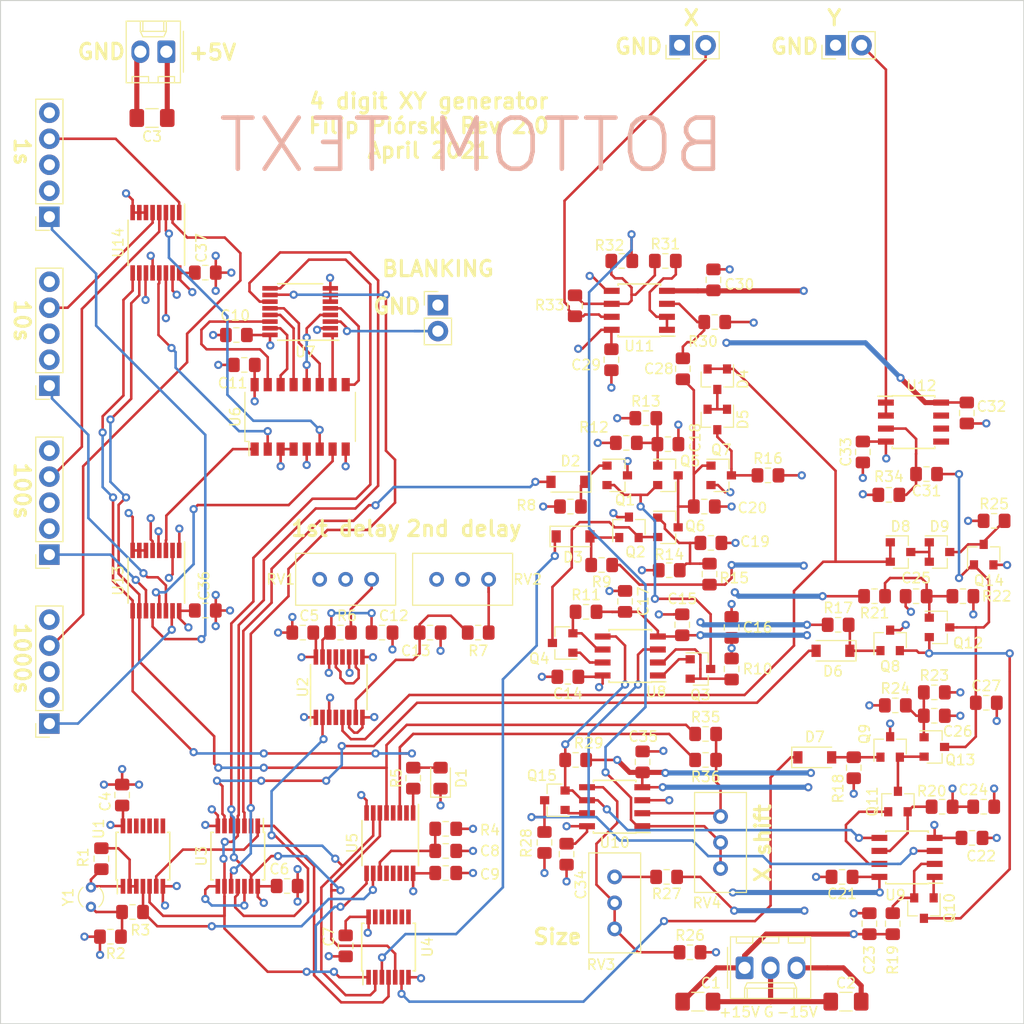
<source format=kicad_pcb>
(kicad_pcb (version 20171130) (host pcbnew 5.0.2+dfsg1-1)
  (layers (0 F.Cu signal) (1 In1.Cu signal) (2 In2.Cu signal) (31 B.Cu signal) (34 B.Paste user) (35 F.Paste user) (36 B.SilkS user) (37 F.SilkS user) (38 B.Mask user) (39 F.Mask user) (44 Edge.Cuts user))
  (net 0 "")
  (net 1 "Net-(Q3-Pad2)")
  (net 2 +15V)
  (net 3 "Net-(D7-Pad2)")
  (net 4 -15V)
  (net 5 "Net-(D6-Pad1)")
  (net 6 /sheet601E8B7E/DigitD1)
  (net 7 "Net-(R35-Pad2)")
  (net 8 "Net-(C19-Pad1)")
  (net 9 /sheet601E8B7E/DigitD0)
  (net 10 GND)
  (net 11 "Net-(C18-Pad1)")
  (net 12 "Net-(Q4-Pad2)")
  (net 13 "Net-(C31-Pad2)")
  (net 14 "Net-(D3-Pad2)")
  (net 15 "Net-(D2-Pad1)")
  (net 16 "Net-(C12-Pad1)")
  (net 17 "Net-(R6-Pad1)")
  (net 18 "Net-(R7-Pad1)")
  (net 19 "Net-(C13-Pad1)")
  (net 20 "Net-(R2-Pad1)")
  (net 21 /sheet601E8B7D/Clock)
  (net 22 "Net-(C8-Pad1)")
  (net 23 "Net-(D1-Pad2)")
  (net 24 "Net-(R5-Pad1)")
  (net 25 "Net-(C26-Pad1)")
  (net 26 "Net-(R26-Pad1)")
  (net 27 "Net-(R1-Pad1)")
  (net 28 "Net-(R1-Pad2)")
  (net 29 "Net-(R31-Pad1)")
  (net 30 /sheet601E8B85/XOut)
  (net 31 /sheet601E8B85/Xshift)
  (net 32 "Net-(R31-Pad2)")
  (net 33 "Net-(C28-Pad2)")
  (net 34 /sheet601E8B82/LoCur)
  (net 35 /sheet601E8B82/HiCur)
  (net 36 "Net-(R27-Pad2)")
  (net 37 "Net-(D9-Pad3)")
  (net 38 "Net-(D5-Pad3)")
  (net 39 "Net-(C25-Pad1)")
  (net 40 "Net-(Q11-Pad2)")
  (net 41 "Net-(Q10-Pad2)")
  (net 42 +5V)
  (net 43 /sheet601E8B88/Th0)
  (net 44 /sheet601E8B88/Th1)
  (net 45 /sheet601E8B88/Th2)
  (net 46 /sheet601E8B88/Th3)
  (net 47 /sheet601E8B88/OD3)
  (net 48 /sheet601E8B88/OD2)
  (net 49 /sheet601E8B88/OD1)
  (net 50 /sheet601E8B88/OD0)
  (net 51 /sheet601E8B88/TeD0)
  (net 52 /sheet601E8B88/TeD1)
  (net 53 /sheet601E8B88/TeD2)
  (net 54 /sheet601E8B88/TeD3)
  (net 55 /sheet601E8B88/HD3)
  (net 56 /sheet601E8B88/HD2)
  (net 57 /sheet601E8B88/HD1)
  (net 58 /sheet601E8B88/HD0)
  (net 59 /sheet601E8B86/YOut)
  (net 60 /sheet601E8B7F/BLANK)
  (net 61 "Net-(Q2-Pad2)")
  (net 62 "Net-(Q1-Pad2)")
  (net 63 "Net-(D8-Pad3)")
  (net 64 /sheet601E8B81/ZERO)
  (net 65 "Net-(Q11-Pad3)")
  (net 66 /sheet601E8B83/YCap)
  (net 67 "Net-(D4-Pad3)")
  (net 68 "Net-(Q15-Pad1)")
  (net 69 "Net-(Q10-Pad3)")
  (net 70 "Net-(Q10-Pad1)")
  (net 71 "Net-(Q11-Pad1)")
  (net 72 "Net-(Q3-Pad1)")
  (net 73 "Net-(Q4-Pad1)")
  (net 74 /sheet601E8B82/XCap)
  (net 75 /sheet601E8B7F/D)
  (net 76 /sheet601E8B7F/C)
  (net 77 /sheet601E8B7F/A)
  (net 78 /sheet601E8B7F/B)
  (net 79 "Net-(U2-Pad2)")
  (net 80 "Net-(U2-Pad4)")
  (net 81 "Net-(U2-Pad10)")
  (net 82 "Net-(U2-Pad12)")
  (net 83 "Net-(U5-Pad15)")
  (net 84 "Net-(U5-Pad14)")
  (net 85 "Net-(U5-Pad13)")
  (net 86 "Net-(U5-Pad12)")
  (net 87 /sheet601E8B7E/SegmentD0)
  (net 88 /sheet601E8B7E/SegmentD1)
  (net 89 /sheet601E8B7E/SegmentD2)
  (net 90 "Net-(U5-Pad4)")
  (net 91 "Net-(U5-Pad2)")
  (net 92 "Net-(U6-Pad10)")
  (net 93 "Net-(U6-Pad12)")
  (net 94 "Net-(U6-Pad9)")
  (net 95 "Net-(U6-Pad11)")
  (net 96 "Net-(U6-Pad13)")
  (net 97 "Net-(U6-Pad15)")
  (net 98 "Net-(U6-Pad14)")
  (net 99 /sheet601E8B80/~SegmentD0)
  (net 100 "Net-(U1-Pad8)")
  (net 101 "Net-(U1-Pad9)")
  (net 102 "Net-(U1-Pad10)")
  (net 103 "Net-(U1-Pad11)")
  (net 104 "Net-(U1-Pad12)")
  (net 105 "Net-(U1-Pad13)")
  (net 106 "Net-(U3-Pad12)")
  (net 107 /sheet601E8B80/YH)
  (net 108 /sheet601E8B80/XH)
  (net 109 /sheet601E8B80/XL)
  (net 110 /sheet601E8B80/YL)
  (net 111 "Net-(U4-Pad8)")
  (net 112 "Net-(U4-Pad9)")
  (net 113 "Net-(U4-Pad10)")
  (net 114 "Net-(U4-Pad11)")
  (net 115 "Net-(U4-Pad12)")
  (net 116 "Net-(U4-Pad13)")
  (module MountingHole:MountingHole_2.7mm_M2.5 (layer F.Cu) (at 105 130)
    (fp_text reference H2 hide)
    (fp_text value MountingHole)
    (pad 1 np_thru_hole circle (at 0 0) (size 2.7 2.7) (drill 2.7) (layers *.Cu *.Mask))
  )
  (module MountingHole:MountingHole_2.7mm_M2.5 (layer F.Cu) (at 195 130)
    (fp_text reference H3 hide)
    (fp_text value MountingHole)
    (pad 1 np_thru_hole circle (at 0 0) (size 2.7 2.7) (drill 2.7) (layers *.Cu *.Mask))
  )
  (module MountingHole:MountingHole_2.7mm_M2.5 (layer F.Cu) (at 195 40)
    (fp_text reference H4 hide)
    (fp_text value MountingHole)
    (pad 1 np_thru_hole circle (at 0 0) (size 2.7 2.7) (drill 2.7) (layers *.Cu *.Mask))
  )
  (module MountingHole:MountingHole_2.7mm_M2.5 (layer F.Cu) (at 105 40)
    (fp_text reference H1 hide)
    (fp_text value MountingHole)
    (pad 1 np_thru_hole circle (at 0 0) (size 2.7 2.7) (drill 2.7) (layers *.Cu *.Mask))
  )
  (module Potentiometer_THT:Potentiometer_Bourns_3296W_Vertical (layer F.Cu) (at 142.621 91.567 180)
    (fp_text reference RV2 (at -8.89 0 180) (layer F.SilkS))
    (fp_text value 10k)
    (pad 3 thru_hole circle (at -5.08 0 180) (size 1.44 1.44) (drill 0.8) (layers *.Cu *.Mask) (net 18 "Net-(R7-Pad1)"))
    (pad 2 thru_hole circle (at -2.54 0 180) (size 1.44 1.44) (drill 0.8) (layers *.Cu *.Mask) (net 42 +5V))
    (pad 1 thru_hole circle (at 0 0 180) (size 1.44 1.44) (drill 0.8) (layers *.Cu *.Mask) (net 42 +5V))
  )
  (module Potentiometer_THT:Potentiometer_Bourns_3296W_Vertical (layer F.Cu) (at 170.3705 119.8245 270)
    (fp_text reference RV4 (at 3.3655 1.3335) (layer F.SilkS))
    (fp_text value 1k)
    (pad 3 thru_hole circle (at -5.08 0 270) (size 1.44 1.44) (drill 0.8) (layers *.Cu *.Mask) (net 7 "Net-(R35-Pad2)"))
    (pad 2 thru_hole circle (at -2.54 0 270) (size 1.44 1.44) (drill 0.8) (layers *.Cu *.Mask) (net 31 /sheet601E8B85/Xshift))
    (pad 1 thru_hole circle (at 0 0 270) (size 1.44 1.44) (drill 0.8) (layers *.Cu *.Mask) (net 31 /sheet601E8B85/Xshift))
  )
  (module Potentiometer_THT:Potentiometer_Bourns_3296W_Vertical (layer F.Cu) (at 131.191 91.567 180)
    (fp_text reference RV1 (at 3.81 0 180) (layer F.SilkS))
    (fp_text value 10k)
    (pad 3 thru_hole circle (at -5.08 0 180) (size 1.44 1.44) (drill 0.8) (layers *.Cu *.Mask) (net 17 "Net-(R6-Pad1)"))
    (pad 2 thru_hole circle (at -2.54 0 180) (size 1.44 1.44) (drill 0.8) (layers *.Cu *.Mask) (net 42 +5V))
    (pad 1 thru_hole circle (at 0 0 180) (size 1.44 1.44) (drill 0.8) (layers *.Cu *.Mask) (net 42 +5V))
  )
  (module Potentiometer_THT:Potentiometer_Bourns_3296W_Vertical (layer F.Cu) (at 160.02 120.65 90)
    (fp_text reference RV3 (at -8.5725 -1.3335 180) (layer F.SilkS))
    (fp_text value 10k)
    (pad 3 thru_hole circle (at -5.08 0 90) (size 1.44 1.44) (drill 0.8) (layers *.Cu *.Mask) (net 26 "Net-(R26-Pad1)"))
    (pad 2 thru_hole circle (at -2.54 0 90) (size 1.44 1.44) (drill 0.8) (layers *.Cu *.Mask) (net 26 "Net-(R26-Pad1)"))
    (pad 1 thru_hole circle (at 0 0 90) (size 1.44 1.44) (drill 0.8) (layers *.Cu *.Mask) (net 36 "Net-(R27-Pad2)"))
  )
  (module Capacitor_SMD:C_0805_2012Metric_Pad1.15x1.40mm_HandSolder (layer F.Cu) (at 120.015 94.615)
    (fp_text reference C36 (at -0.127 -2.413 90) (layer F.SilkS))
    (fp_text value 100n)
    (pad 2 smd roundrect (at 1.025 0) (size 1.15 1.4) (layers F.Cu F.Paste F.Mask) (roundrect_rratio 0.217391) (net 10 GND))
    (pad 1 smd roundrect (at -1.025 0) (size 1.15 1.4) (layers F.Cu F.Paste F.Mask) (roundrect_rratio 0.217391) (net 42 +5V))
  )
  (module Capacitor_SMD:C_0805_2012Metric_Pad1.15x1.40mm_HandSolder (layer F.Cu) (at 162.7505 109.4105 90)
    (fp_text reference C35 (at 2.4765 0.0635 180) (layer F.SilkS))
    (fp_text value 100n)
    (pad 1 smd roundrect (at -1.025 0 90) (size 1.15 1.4) (layers F.Cu F.Paste F.Mask) (roundrect_rratio 0.217391) (net 4 -15V))
    (pad 2 smd roundrect (at 1.025 0 90) (size 1.15 1.4) (layers F.Cu F.Paste F.Mask) (roundrect_rratio 0.217391) (net 10 GND))
  )
  (module Capacitor_SMD:C_0805_2012Metric_Pad1.15x1.40mm_HandSolder (layer F.Cu) (at 111.887 112.649 90)
    (fp_text reference C4 (at -0.635 -1.651 90) (layer F.SilkS))
    (fp_text value 100n)
    (pad 2 smd roundrect (at 1.025 0 90) (size 1.15 1.4) (layers F.Cu F.Paste F.Mask) (roundrect_rratio 0.217391) (net 10 GND))
    (pad 1 smd roundrect (at -1.025 0 90) (size 1.15 1.4) (layers F.Cu F.Paste F.Mask) (roundrect_rratio 0.217391) (net 42 +5V))
  )
  (module Capacitor_SMD:C_0805_2012Metric_Pad1.15x1.40mm_HandSolder (layer F.Cu) (at 129.54 96.774 180)
    (fp_text reference C5 (at -0.635 1.651 180) (layer F.SilkS))
    (fp_text value 100n)
    (pad 1 smd roundrect (at -1.025 0 180) (size 1.15 1.4) (layers F.Cu F.Paste F.Mask) (roundrect_rratio 0.217391) (net 42 +5V))
    (pad 2 smd roundrect (at 1.025 0 180) (size 1.15 1.4) (layers F.Cu F.Paste F.Mask) (roundrect_rratio 0.217391) (net 10 GND))
  )
  (module Capacitor_SMD:C_0805_2012Metric_Pad1.15x1.40mm_HandSolder (layer F.Cu) (at 128.016 121.539)
    (fp_text reference C6 (at -0.762 -1.651) (layer F.SilkS))
    (fp_text value 100n)
    (pad 2 smd roundrect (at 1.025 0) (size 1.15 1.4) (layers F.Cu F.Paste F.Mask) (roundrect_rratio 0.217391) (net 10 GND))
    (pad 1 smd roundrect (at -1.025 0) (size 1.15 1.4) (layers F.Cu F.Paste F.Mask) (roundrect_rratio 0.217391) (net 42 +5V))
  )
  (module Capacitor_SMD:C_0805_2012Metric_Pad1.15x1.40mm_HandSolder (layer F.Cu) (at 133.731 127.39 270)
    (fp_text reference C7 (at -0.898 1.651 270) (layer F.SilkS))
    (fp_text value 100n)
    (pad 1 smd roundrect (at -1.025 0 270) (size 1.15 1.4) (layers F.Cu F.Paste F.Mask) (roundrect_rratio 0.217391) (net 42 +5V))
    (pad 2 smd roundrect (at 1.025 0 270) (size 1.15 1.4) (layers F.Cu F.Paste F.Mask) (roundrect_rratio 0.217391) (net 10 GND))
  )
  (module Capacitor_SMD:C_0805_2012Metric_Pad1.15x1.40mm_HandSolder (layer F.Cu) (at 161.036 93.726 90)
    (fp_text reference C17 (at 0 1.778 270) (layer F.SilkS))
    (fp_text value 100n)
    (pad 2 smd roundrect (at 1.025 0 90) (size 1.15 1.4) (layers F.Cu F.Paste F.Mask) (roundrect_rratio 0.217391) (net 10 GND))
    (pad 1 smd roundrect (at -1.025 0 90) (size 1.15 1.4) (layers F.Cu F.Paste F.Mask) (roundrect_rratio 0.217391) (net 4 -15V))
  )
  (module Capacitor_SMD:C_0805_2012Metric_Pad1.15x1.40mm_HandSolder (layer F.Cu) (at 120.015 61.595)
    (fp_text reference C37 (at -0.381 -2.413 90) (layer F.SilkS))
    (fp_text value 100n)
    (pad 1 smd roundrect (at -1.025 0) (size 1.15 1.4) (layers F.Cu F.Paste F.Mask) (roundrect_rratio 0.217391) (net 42 +5V))
    (pad 2 smd roundrect (at 1.025 0) (size 1.15 1.4) (layers F.Cu F.Paste F.Mask) (roundrect_rratio 0.217391) (net 10 GND))
  )
  (module Capacitor_SMD:C_0805_2012Metric_Pad1.15x1.40mm_HandSolder (layer F.Cu) (at 123.054 67.691 180)
    (fp_text reference C10 (at 0.118 1.905 180) (layer F.SilkS))
    (fp_text value 100n)
    (pad 2 smd roundrect (at 1.025 0 180) (size 1.15 1.4) (layers F.Cu F.Paste F.Mask) (roundrect_rratio 0.217391) (net 10 GND))
    (pad 1 smd roundrect (at -1.025 0 180) (size 1.15 1.4) (layers F.Cu F.Paste F.Mask) (roundrect_rratio 0.217391) (net 42 +5V))
  )
  (module Capacitor_SMD:C_0805_2012Metric_Pad1.15x1.40mm_HandSolder (layer F.Cu) (at 123.825 70.612 180)
    (fp_text reference C11 (at 1.143 -1.778 180) (layer F.SilkS))
    (fp_text value 100n)
    (pad 1 smd roundrect (at -1.025 0 180) (size 1.15 1.4) (layers F.Cu F.Paste F.Mask) (roundrect_rratio 0.217391) (net 42 +5V))
    (pad 2 smd roundrect (at 1.025 0 180) (size 1.15 1.4) (layers F.Cu F.Paste F.Mask) (roundrect_rratio 0.217391) (net 10 GND))
  )
  (module Capacitor_SMD:C_0805_2012Metric_Pad1.15x1.40mm_HandSolder (layer F.Cu) (at 137.287 96.774)
    (fp_text reference C12 (at 1.143 -1.651) (layer F.SilkS))
    (fp_text value 4n7)
    (pad 2 smd roundrect (at 1.025 0) (size 1.15 1.4) (layers F.Cu F.Paste F.Mask) (roundrect_rratio 0.217391) (net 10 GND))
    (pad 1 smd roundrect (at -1.025 0) (size 1.15 1.4) (layers F.Cu F.Paste F.Mask) (roundrect_rratio 0.217391) (net 16 "Net-(C12-Pad1)"))
  )
  (module Capacitor_SMD:C_0805_2012Metric_Pad1.15x1.40mm_HandSolder (layer F.Cu) (at 141.986 96.774)
    (fp_text reference C13 (at -1.397 1.778) (layer F.SilkS))
    (fp_text value 1n)
    (pad 1 smd roundrect (at -1.025 0) (size 1.15 1.4) (layers F.Cu F.Paste F.Mask) (roundrect_rratio 0.217391) (net 19 "Net-(C13-Pad1)"))
    (pad 2 smd roundrect (at 1.025 0) (size 1.15 1.4) (layers F.Cu F.Paste F.Mask) (roundrect_rratio 0.217391) (net 10 GND))
  )
  (module Capacitor_SMD:C_0805_2012Metric_Pad1.15x1.40mm_HandSolder (layer F.Cu) (at 155.448 101.092 180)
    (fp_text reference C14 (at 0 -1.65 180) (layer F.SilkS))
    (fp_text value 100n)
    (pad 2 smd roundrect (at 1.025 0 180) (size 1.15 1.4) (layers F.Cu F.Paste F.Mask) (roundrect_rratio 0.217391) (net 10 GND))
    (pad 1 smd roundrect (at -1.025 0 180) (size 1.15 1.4) (layers F.Cu F.Paste F.Mask) (roundrect_rratio 0.217391) (net 2 +15V))
  )
  (module Capacitor_SMD:C_0805_2012Metric_Pad1.15x1.40mm_HandSolder (layer F.Cu) (at 166.624 96.012 90)
    (fp_text reference C15 (at 2.54 0 180) (layer F.SilkS))
    (fp_text value 100n)
    (pad 1 smd roundrect (at -1.025 0 90) (size 1.15 1.4) (layers F.Cu F.Paste F.Mask) (roundrect_rratio 0.217391) (net 4 -15V))
    (pad 2 smd roundrect (at 1.025 0 90) (size 1.15 1.4) (layers F.Cu F.Paste F.Mask) (roundrect_rratio 0.217391) (net 10 GND))
  )
  (module Capacitor_SMD:C_0805_2012Metric_Pad1.15x1.40mm_HandSolder (layer F.Cu) (at 171.45 96.266 90)
    (fp_text reference C16 (at 0 2.54 180) (layer F.SilkS))
    (fp_text value 100n)
    (pad 2 smd roundrect (at 1.025 0 90) (size 1.15 1.4) (layers F.Cu F.Paste F.Mask) (roundrect_rratio 0.217391) (net 10 GND))
    (pad 1 smd roundrect (at -1.025 0 90) (size 1.15 1.4) (layers F.Cu F.Paste F.Mask) (roundrect_rratio 0.217391) (net 2 +15V))
  )
  (module Capacitor_SMD:C_0805_2012Metric_Pad1.15x1.40mm_HandSolder (layer F.Cu) (at 143.51 118.11)
    (fp_text reference C8 (at 4.318 0) (layer F.SilkS))
    (fp_text value 100n)
    (pad 1 smd roundrect (at -1.025 0) (size 1.15 1.4) (layers F.Cu F.Paste F.Mask) (roundrect_rratio 0.217391) (net 22 "Net-(C8-Pad1)"))
    (pad 2 smd roundrect (at 1.025 0) (size 1.15 1.4) (layers F.Cu F.Paste F.Mask) (roundrect_rratio 0.217391) (net 42 +5V))
  )
  (module Capacitor_SMD:C_0805_2012Metric_Pad1.15x1.40mm_HandSolder (layer F.Cu) (at 143.51 120.269)
    (fp_text reference C9 (at 4.318 0.127) (layer F.SilkS))
    (fp_text value 100n)
    (pad 2 smd roundrect (at 1.025 0) (size 1.15 1.4) (layers F.Cu F.Paste F.Mask) (roundrect_rratio 0.217391) (net 10 GND))
    (pad 1 smd roundrect (at -1.025 0) (size 1.15 1.4) (layers F.Cu F.Paste F.Mask) (roundrect_rratio 0.217391) (net 42 +5V))
  )
  (module Capacitor_SMD:C_0805_2012Metric_Pad1.15x1.40mm_HandSolder (layer F.Cu) (at 169.427 88.011)
    (fp_text reference C19 (at 4.309 -0.127) (layer F.SilkS))
    (fp_text value 100n)
    (pad 1 smd roundrect (at -1.025 0) (size 1.15 1.4) (layers F.Cu F.Paste F.Mask) (roundrect_rratio 0.217391) (net 8 "Net-(C19-Pad1)"))
    (pad 2 smd roundrect (at 1.025 0) (size 1.15 1.4) (layers F.Cu F.Paste F.Mask) (roundrect_rratio 0.217391) (net 10 GND))
  )
  (module Capacitor_SMD:C_0805_2012Metric_Pad1.15x1.40mm_HandSolder (layer F.Cu) (at 168.783 84.455)
    (fp_text reference C20 (at 4.699 0.127) (layer F.SilkS))
    (fp_text value 33n)
    (pad 2 smd roundrect (at 1.025 0) (size 1.15 1.4) (layers F.Cu F.Paste F.Mask) (roundrect_rratio 0.217391) (net 10 GND))
    (pad 1 smd roundrect (at -1.025 0) (size 1.15 1.4) (layers F.Cu F.Paste F.Mask) (roundrect_rratio 0.217391) (net 74 /sheet601E8B82/XCap))
  )
  (module Capacitor_SMD:C_0805_2012Metric_Pad1.15x1.40mm_HandSolder (layer F.Cu) (at 182.245 120.65 180)
    (fp_text reference C21 (at 0 -1.65 180) (layer F.SilkS))
    (fp_text value 100n)
    (pad 1 smd roundrect (at -1.025 0 180) (size 1.15 1.4) (layers F.Cu F.Paste F.Mask) (roundrect_rratio 0.217391) (net 2 +15V))
    (pad 2 smd roundrect (at 1.025 0 180) (size 1.15 1.4) (layers F.Cu F.Paste F.Mask) (roundrect_rratio 0.217391) (net 10 GND))
  )
  (module Capacitor_SMD:C_0805_2012Metric_Pad1.15x1.40mm_HandSolder (layer F.Cu) (at 194.945 116.84)
    (fp_text reference C22 (at 0.889 1.778) (layer F.SilkS))
    (fp_text value 100n)
    (pad 2 smd roundrect (at 1.025 0) (size 1.15 1.4) (layers F.Cu F.Paste F.Mask) (roundrect_rratio 0.217391) (net 10 GND))
    (pad 1 smd roundrect (at -1.025 0) (size 1.15 1.4) (layers F.Cu F.Paste F.Mask) (roundrect_rratio 0.217391) (net 4 -15V))
  )
  (module Capacitor_SMD:C_0805_2012Metric_Pad1.15x1.40mm_HandSolder (layer F.Cu) (at 184.912 125.222 90)
    (fp_text reference C23 (at -3.556 0 90) (layer F.SilkS))
    (fp_text value 100n)
    (pad 1 smd roundrect (at -1.025 0 90) (size 1.15 1.4) (layers F.Cu F.Paste F.Mask) (roundrect_rratio 0.217391) (net 2 +15V))
    (pad 2 smd roundrect (at 1.025 0 90) (size 1.15 1.4) (layers F.Cu F.Paste F.Mask) (roundrect_rratio 0.217391) (net 10 GND))
  )
  (module Capacitor_SMD:C_0805_2012Metric_Pad1.15x1.40mm_HandSolder (layer F.Cu) (at 196.088 113.792)
    (fp_text reference C24 (at -1.016 -1.65) (layer F.SilkS))
    (fp_text value 100n)
    (pad 2 smd roundrect (at 1.025 0) (size 1.15 1.4) (layers F.Cu F.Paste F.Mask) (roundrect_rratio 0.217391) (net 10 GND))
    (pad 1 smd roundrect (at -1.025 0) (size 1.15 1.4) (layers F.Cu F.Paste F.Mask) (roundrect_rratio 0.217391) (net 4 -15V))
  )
  (module Capacitor_SMD:C_0805_2012Metric_Pad1.15x1.40mm_HandSolder (layer F.Cu) (at 155.321 118.4275 270)
    (fp_text reference C34 (at 2.9845 -1.397 90) (layer F.SilkS))
    (fp_text value 100n)
    (pad 1 smd roundrect (at -1.025 0 270) (size 1.15 1.4) (layers F.Cu F.Paste F.Mask) (roundrect_rratio 0.217391) (net 2 +15V))
    (pad 2 smd roundrect (at 1.025 0 270) (size 1.15 1.4) (layers F.Cu F.Paste F.Mask) (roundrect_rratio 0.217391) (net 10 GND))
  )
  (module Capacitor_SMD:C_0805_2012Metric_Pad1.15x1.40mm_HandSolder (layer F.Cu) (at 191.262 104.902)
    (fp_text reference C26 (at 2.286 1.524) (layer F.SilkS))
    (fp_text value 100n)
    (pad 2 smd roundrect (at 1.025 0) (size 1.15 1.4) (layers F.Cu F.Paste F.Mask) (roundrect_rratio 0.217391) (net 10 GND))
    (pad 1 smd roundrect (at -1.025 0) (size 1.15 1.4) (layers F.Cu F.Paste F.Mask) (roundrect_rratio 0.217391) (net 25 "Net-(C26-Pad1)"))
  )
  (module Capacitor_SMD:C_0805_2012Metric_Pad1.15x1.40mm_HandSolder (layer F.Cu) (at 196.342 103.632)
    (fp_text reference C27 (at 0 -1.65) (layer F.SilkS))
    (fp_text value 33n)
    (pad 1 smd roundrect (at -1.025 0) (size 1.15 1.4) (layers F.Cu F.Paste F.Mask) (roundrect_rratio 0.217391) (net 66 /sheet601E8B83/YCap))
    (pad 2 smd roundrect (at 1.025 0) (size 1.15 1.4) (layers F.Cu F.Paste F.Mask) (roundrect_rratio 0.217391) (net 10 GND))
  )
  (module Capacitor_SMD:C_0805_2012Metric_Pad1.15x1.40mm_HandSolder (layer F.Cu) (at 166.6875 70.993 90)
    (fp_text reference C28 (at 0 -2.3495 180) (layer F.SilkS))
    (fp_text value 100n)
    (pad 2 smd roundrect (at 1.025 0 90) (size 1.15 1.4) (layers F.Cu F.Paste F.Mask) (roundrect_rratio 0.217391) (net 33 "Net-(C28-Pad2)"))
    (pad 1 smd roundrect (at -1.025 0 90) (size 1.15 1.4) (layers F.Cu F.Paste F.Mask) (roundrect_rratio 0.217391) (net 74 /sheet601E8B82/XCap))
  )
  (module Capacitor_SMD:C_0805_2012Metric_Pad1.15x1.40mm_HandSolder (layer F.Cu) (at 159.7025 70.104 270)
    (fp_text reference C29 (at 0.508 2.4765) (layer F.SilkS))
    (fp_text value 100n)
    (pad 1 smd roundrect (at -1.025 0 270) (size 1.15 1.4) (layers F.Cu F.Paste F.Mask) (roundrect_rratio 0.217391) (net 2 +15V))
    (pad 2 smd roundrect (at 1.025 0 270) (size 1.15 1.4) (layers F.Cu F.Paste F.Mask) (roundrect_rratio 0.217391) (net 10 GND))
  )
  (module Capacitor_SMD:C_0805_2012Metric_Pad1.15x1.40mm_HandSolder (layer F.Cu) (at 169.672 62.3025 90)
    (fp_text reference C30 (at -0.4355 2.54 180) (layer F.SilkS))
    (fp_text value 100n)
    (pad 2 smd roundrect (at 1.025 0 90) (size 1.15 1.4) (layers F.Cu F.Paste F.Mask) (roundrect_rratio 0.217391) (net 10 GND))
    (pad 1 smd roundrect (at -1.025 0 90) (size 1.15 1.4) (layers F.Cu F.Paste F.Mask) (roundrect_rratio 0.217391) (net 4 -15V))
  )
  (module Capacitor_SMD:C_0805_2012Metric_Pad1.15x1.40mm_HandSolder (layer F.Cu) (at 190.5 81.28 180)
    (fp_text reference C31 (at 0 -1.65 180) (layer F.SilkS))
    (fp_text value 100n)
    (pad 1 smd roundrect (at -1.025 0 180) (size 1.15 1.4) (layers F.Cu F.Paste F.Mask) (roundrect_rratio 0.217391) (net 66 /sheet601E8B83/YCap))
    (pad 2 smd roundrect (at 1.025 0 180) (size 1.15 1.4) (layers F.Cu F.Paste F.Mask) (roundrect_rratio 0.217391) (net 13 "Net-(C31-Pad2)"))
  )
  (module Capacitor_SMD:C_0805_2012Metric_Pad1.15x1.40mm_HandSolder (layer F.Cu) (at 194.437 75.311 270)
    (fp_text reference C32 (at -0.635 -2.413) (layer F.SilkS))
    (fp_text value 100n)
    (pad 2 smd roundrect (at 1.025 0 270) (size 1.15 1.4) (layers F.Cu F.Paste F.Mask) (roundrect_rratio 0.217391) (net 10 GND))
    (pad 1 smd roundrect (at -1.025 0 270) (size 1.15 1.4) (layers F.Cu F.Paste F.Mask) (roundrect_rratio 0.217391) (net 2 +15V))
  )
  (module Capacitor_SMD:C_0805_2012Metric_Pad1.15x1.40mm_HandSolder (layer F.Cu) (at 184.277 79.121 270)
    (fp_text reference C33 (at 0 1.651 270) (layer F.SilkS))
    (fp_text value 100n)
    (pad 1 smd roundrect (at -1.025 0 270) (size 1.15 1.4) (layers F.Cu F.Paste F.Mask) (roundrect_rratio 0.217391) (net 4 -15V))
    (pad 2 smd roundrect (at 1.025 0 270) (size 1.15 1.4) (layers F.Cu F.Paste F.Mask) (roundrect_rratio 0.217391) (net 10 GND))
  )
  (module Capacitor_SMD:C_0805_2012Metric_Pad1.15x1.40mm_HandSolder (layer F.Cu) (at 165.227 78.359)
    (fp_text reference C18 (at 2.667 -0.635 90) (layer F.SilkS))
    (fp_text value 100n)
    (pad 2 smd roundrect (at 1.025 0) (size 1.15 1.4) (layers F.Cu F.Paste F.Mask) (roundrect_rratio 0.217391) (net 10 GND))
    (pad 1 smd roundrect (at -1.025 0) (size 1.15 1.4) (layers F.Cu F.Paste F.Mask) (roundrect_rratio 0.217391) (net 11 "Net-(C18-Pad1)"))
  )
  (module Capacitor_SMD:C_0805_2012Metric_Pad1.15x1.40mm_HandSolder (layer F.Cu) (at 189.484 93.218 180)
    (fp_text reference C25 (at 0 1.778 180) (layer F.SilkS))
    (fp_text value 100n)
    (pad 1 smd roundrect (at -1.025 0 180) (size 1.15 1.4) (layers F.Cu F.Paste F.Mask) (roundrect_rratio 0.217391) (net 39 "Net-(C25-Pad1)"))
    (pad 2 smd roundrect (at 1.025 0 180) (size 1.15 1.4) (layers F.Cu F.Paste F.Mask) (roundrect_rratio 0.217391) (net 10 GND))
  )
  (module Capacitor_SMD:C_1206_3216Metric_Pad1.42x1.75mm_HandSolder (layer F.Cu) (at 182.626 132.842)
    (fp_text reference C2 (at 0 -1.82) (layer F.SilkS))
    (fp_text value 470u)
    (pad 1 smd roundrect (at -1.4875 0) (size 1.425 1.75) (layers F.Cu F.Paste F.Mask) (roundrect_rratio 0.175439) (net 10 GND))
    (pad 2 smd roundrect (at 1.4875 0) (size 1.425 1.75) (layers F.Cu F.Paste F.Mask) (roundrect_rratio 0.175439) (net 4 -15V))
  )
  (module Capacitor_SMD:C_1206_3216Metric_Pad1.42x1.75mm_HandSolder (layer F.Cu) (at 168.148 132.842)
    (fp_text reference C1 (at 1.27 -1.82) (layer F.SilkS))
    (fp_text value 470u)
    (pad 2 smd roundrect (at 1.4875 0) (size 1.425 1.75) (layers F.Cu F.Paste F.Mask) (roundrect_rratio 0.175439) (net 10 GND))
    (pad 1 smd roundrect (at -1.4875 0) (size 1.425 1.75) (layers F.Cu F.Paste F.Mask) (roundrect_rratio 0.175439) (net 2 +15V))
  )
  (module Capacitor_SMD:C_1206_3216Metric_Pad1.42x1.75mm_HandSolder (layer F.Cu) (at 114.808 46.482 180)
    (fp_text reference C3 (at 0 -1.82 180) (layer F.SilkS))
    (fp_text value 470u)
    (pad 1 smd roundrect (at -1.4875 0 180) (size 1.425 1.75) (layers F.Cu F.Paste F.Mask) (roundrect_rratio 0.175439) (net 42 +5V))
    (pad 2 smd roundrect (at 1.4875 0 180) (size 1.425 1.75) (layers F.Cu F.Paste F.Mask) (roundrect_rratio 0.175439) (net 10 GND))
  )
  (module Connector_Molex:Molex_KK-254_AE-6410-02A_1x02_P2.54mm_Vertical (layer F.Cu) (at 116.205 40.005 180)
    (fp_text reference J6 hide)
    (fp_text value Vin)
    (pad 1 thru_hole roundrect (at 0 0 180) (size 1.74 2.2) (drill 1.2) (layers *.Cu *.Mask) (roundrect_rratio 0.143678) (net 42 +5V))
    (pad 2 thru_hole oval (at 2.54 0 180) (size 1.74 2.2) (drill 1.2) (layers *.Cu *.Mask) (net 10 GND))
  )
  (module Connector_Molex:Molex_KK-254_AE-6410-03A_1x03_P2.54mm_Vertical (layer F.Cu) (at 172.72 129.54)
    (fp_text reference J1 hide)
    (fp_text value V_analog_in)
    (pad 1 thru_hole roundrect (at 0 0) (size 1.74 2.2) (drill 1.2) (layers *.Cu *.Mask) (roundrect_rratio 0.143678) (net 2 +15V))
    (pad 2 thru_hole oval (at 2.54 0) (size 1.74 2.2) (drill 1.2) (layers *.Cu *.Mask) (net 10 GND))
    (pad 3 thru_hole oval (at 5.08 0) (size 1.74 2.2) (drill 1.2) (layers *.Cu *.Mask) (net 4 -15V))
  )
  (module Crystal:Crystal_C26-LF_D2.1mm_L6.5mm_Vertical (layer F.Cu) (at 108.839 123.571 90)
    (fp_text reference Y1 (at 0.95 -2.23 90) (layer F.SilkS))
    (fp_text value 32.768kHz)
    (pad 1 thru_hole circle (at 0 0 90) (size 1 1) (drill 0.5) (layers *.Cu *.Mask) (net 20 "Net-(R2-Pad1)"))
    (pad 2 thru_hole circle (at 1.9 0 90) (size 1 1) (drill 0.5) (layers *.Cu *.Mask) (net 28 "Net-(R1-Pad2)"))
  )
  (module Diode_SMD:D_SOD-123 (layer F.Cu) (at 179.578 108.966)
    (fp_text reference D7 (at 0 -2) (layer F.SilkS))
    (fp_text value 5V6)
    (pad 2 smd rect (at 1.65 0) (size 0.9 1.2) (layers F.Cu F.Paste F.Mask) (net 3 "Net-(D7-Pad2)"))
    (pad 1 smd rect (at -1.65 0) (size 0.9 1.2) (layers F.Cu F.Paste F.Mask) (net 110 /sheet601E8B80/YL))
  )
  (module Diode_SMD:D_SOD-123 (layer F.Cu) (at 155.956 87.376)
    (fp_text reference D3 (at 0 2.032) (layer F.SilkS))
    (fp_text value 5V6)
    (pad 1 smd rect (at -1.65 0) (size 0.9 1.2) (layers F.Cu F.Paste F.Mask) (net 109 /sheet601E8B80/XL))
    (pad 2 smd rect (at 1.65 0) (size 0.9 1.2) (layers F.Cu F.Paste F.Mask) (net 14 "Net-(D3-Pad2)"))
  )
  (module Diode_SMD:D_SOD-123 (layer F.Cu) (at 155.448 82.042 180)
    (fp_text reference D2 (at -0.254 2.032 180) (layer F.SilkS))
    (fp_text value 5V6)
    (pad 2 smd rect (at 1.65 0 180) (size 0.9 1.2) (layers F.Cu F.Paste F.Mask) (net 108 /sheet601E8B80/XH))
    (pad 1 smd rect (at -1.65 0 180) (size 0.9 1.2) (layers F.Cu F.Paste F.Mask) (net 15 "Net-(D2-Pad1)"))
  )
  (module Diode_SMD:D_SOD-123 (layer F.Cu) (at 181.356 98.552 180)
    (fp_text reference D6 (at 0 -2 180) (layer F.SilkS))
    (fp_text value 5V6)
    (pad 1 smd rect (at -1.65 0 180) (size 0.9 1.2) (layers F.Cu F.Paste F.Mask) (net 5 "Net-(D6-Pad1)"))
    (pad 2 smd rect (at 1.65 0 180) (size 0.9 1.2) (layers F.Cu F.Paste F.Mask) (net 107 /sheet601E8B80/YH))
  )
  (module LED_SMD:LED_0805_2012Metric_Pad1.15x1.40mm_HandSolder (layer F.Cu) (at 143.002 110.998 90)
    (fp_text reference D1 (at 0 2.032 90) (layer F.SilkS))
    (fp_text value 8Hz)
    (pad 1 smd roundrect (at -1.025 0 90) (size 1.15 1.4) (layers F.Cu F.Paste F.Mask) (roundrect_rratio 0.217391) (net 10 GND))
    (pad 2 smd roundrect (at 1.025 0 90) (size 1.15 1.4) (layers F.Cu F.Paste F.Mask) (roundrect_rratio 0.217391) (net 23 "Net-(D1-Pad2)"))
  )
  (module Package_SO:SOIC-8_3.9x4.9mm_P1.27mm (layer F.Cu) (at 162.433 65.278 180)
    (fp_text reference U11 (at 0 -3.5 180) (layer F.SilkS))
    (fp_text value NE5532)
    (pad 1 smd rect (at -2.7 -1.905 180) (size 1.55 0.6) (layers F.Cu F.Paste F.Mask) (net 32 "Net-(R31-Pad2)"))
    (pad 2 smd rect (at -2.7 -0.635 180) (size 1.55 0.6) (layers F.Cu F.Paste F.Mask) (net 32 "Net-(R31-Pad2)"))
    (pad 3 smd rect (at -2.7 0.635 180) (size 1.55 0.6) (layers F.Cu F.Paste F.Mask) (net 33 "Net-(C28-Pad2)"))
    (pad 4 smd rect (at -2.7 1.905 180) (size 1.55 0.6) (layers F.Cu F.Paste F.Mask) (net 4 -15V))
    (pad 5 smd rect (at 2.7 1.905 180) (size 1.55 0.6) (layers F.Cu F.Paste F.Mask) (net 10 GND))
    (pad 6 smd rect (at 2.7 0.635 180) (size 1.55 0.6) (layers F.Cu F.Paste F.Mask) (net 29 "Net-(R31-Pad1)"))
    (pad 7 smd rect (at 2.7 -0.635 180) (size 1.55 0.6) (layers F.Cu F.Paste F.Mask) (net 30 /sheet601E8B85/XOut))
    (pad 8 smd rect (at 2.7 -1.905 180) (size 1.55 0.6) (layers F.Cu F.Paste F.Mask) (net 2 +15V))
  )
  (module Package_SO:SOIC-8_3.9x4.9mm_P1.27mm (layer F.Cu) (at 161.544 99.06 180)
    (fp_text reference U8 (at -2.54 -3.5 180) (layer F.SilkS))
    (fp_text value LM358)
    (pad 8 smd rect (at 2.7 -1.905 180) (size 1.55 0.6) (layers F.Cu F.Paste F.Mask) (net 2 +15V))
    (pad 7 smd rect (at 2.7 -0.635 180) (size 1.55 0.6) (layers F.Cu F.Paste F.Mask) (net 73 "Net-(Q4-Pad1)"))
    (pad 6 smd rect (at 2.7 0.635 180) (size 1.55 0.6) (layers F.Cu F.Paste F.Mask) (net 12 "Net-(Q4-Pad2)"))
    (pad 5 smd rect (at 2.7 1.905 180) (size 1.55 0.6) (layers F.Cu F.Paste F.Mask) (net 34 /sheet601E8B82/LoCur))
    (pad 4 smd rect (at -2.7 1.905 180) (size 1.55 0.6) (layers F.Cu F.Paste F.Mask) (net 4 -15V))
    (pad 3 smd rect (at -2.7 0.635 180) (size 1.55 0.6) (layers F.Cu F.Paste F.Mask) (net 35 /sheet601E8B82/HiCur))
    (pad 2 smd rect (at -2.7 -0.635 180) (size 1.55 0.6) (layers F.Cu F.Paste F.Mask) (net 1 "Net-(Q3-Pad2)"))
    (pad 1 smd rect (at -2.7 -1.905 180) (size 1.55 0.6) (layers F.Cu F.Paste F.Mask) (net 72 "Net-(Q3-Pad1)"))
  )
  (module Package_SO:SOIC-8_3.9x4.9mm_P1.27mm (layer F.Cu) (at 188.595 118.745 180)
    (fp_text reference U9 (at 1.143 -3.683 180) (layer F.SilkS))
    (fp_text value LM358)
    (pad 1 smd rect (at -2.7 -1.905 180) (size 1.55 0.6) (layers F.Cu F.Paste F.Mask) (net 70 "Net-(Q10-Pad1)"))
    (pad 2 smd rect (at -2.7 -0.635 180) (size 1.55 0.6) (layers F.Cu F.Paste F.Mask) (net 41 "Net-(Q10-Pad2)"))
    (pad 3 smd rect (at -2.7 0.635 180) (size 1.55 0.6) (layers F.Cu F.Paste F.Mask) (net 35 /sheet601E8B82/HiCur))
    (pad 4 smd rect (at -2.7 1.905 180) (size 1.55 0.6) (layers F.Cu F.Paste F.Mask) (net 4 -15V))
    (pad 5 smd rect (at 2.7 1.905 180) (size 1.55 0.6) (layers F.Cu F.Paste F.Mask) (net 34 /sheet601E8B82/LoCur))
    (pad 6 smd rect (at 2.7 0.635 180) (size 1.55 0.6) (layers F.Cu F.Paste F.Mask) (net 40 "Net-(Q11-Pad2)"))
    (pad 7 smd rect (at 2.7 -0.635 180) (size 1.55 0.6) (layers F.Cu F.Paste F.Mask) (net 71 "Net-(Q11-Pad1)"))
    (pad 8 smd rect (at 2.7 -1.905 180) (size 1.55 0.6) (layers F.Cu F.Paste F.Mask) (net 2 +15V))
  )
  (module Package_SO:SOIC-8_3.9x4.9mm_P1.27mm (layer F.Cu) (at 160.02 113.792 180)
    (fp_text reference U10 (at 0 -3.5 180) (layer F.SilkS))
    (fp_text value LM358)
    (pad 8 smd rect (at 2.7 -1.905 180) (size 1.55 0.6) (layers F.Cu F.Paste F.Mask) (net 2 +15V))
    (pad 7 smd rect (at 2.7 -0.635 180) (size 1.55 0.6) (layers F.Cu F.Paste F.Mask) (net 68 "Net-(Q15-Pad1)"))
    (pad 6 smd rect (at 2.7 0.635 180) (size 1.55 0.6) (layers F.Cu F.Paste F.Mask) (net 34 /sheet601E8B82/LoCur))
    (pad 5 smd rect (at 2.7 1.905 180) (size 1.55 0.6) (layers F.Cu F.Paste F.Mask) (net 26 "Net-(R26-Pad1)"))
    (pad 4 smd rect (at -2.7 1.905 180) (size 1.55 0.6) (layers F.Cu F.Paste F.Mask) (net 4 -15V))
    (pad 3 smd rect (at -2.7 0.635 180) (size 1.55 0.6) (layers F.Cu F.Paste F.Mask) (net 10 GND))
    (pad 2 smd rect (at -2.7 -0.635 180) (size 1.55 0.6) (layers F.Cu F.Paste F.Mask) (net 7 "Net-(R35-Pad2)"))
    (pad 1 smd rect (at -2.7 -1.905 180) (size 1.55 0.6) (layers F.Cu F.Paste F.Mask) (net 31 /sheet601E8B85/Xshift))
  )
  (module Package_SO:SOIC-8_3.9x4.9mm_P1.27mm (layer F.Cu) (at 189.23 76.2)
    (fp_text reference U12 (at 0.762 -3.556) (layer F.SilkS))
    (fp_text value NE5532)
    (pad 1 smd rect (at -2.7 -1.905) (size 1.55 0.6) (layers F.Cu F.Paste F.Mask) (net 59 /sheet601E8B86/YOut))
    (pad 2 smd rect (at -2.7 -0.635) (size 1.55 0.6) (layers F.Cu F.Paste F.Mask) (net 59 /sheet601E8B86/YOut))
    (pad 3 smd rect (at -2.7 0.635) (size 1.55 0.6) (layers F.Cu F.Paste F.Mask) (net 13 "Net-(C31-Pad2)"))
    (pad 4 smd rect (at -2.7 1.905) (size 1.55 0.6) (layers F.Cu F.Paste F.Mask) (net 4 -15V))
    (pad 5 smd rect (at 2.7 1.905) (size 1.55 0.6) (layers F.Cu F.Paste F.Mask))
    (pad 6 smd rect (at 2.7 0.635) (size 1.55 0.6) (layers F.Cu F.Paste F.Mask))
    (pad 7 smd rect (at 2.7 -0.635) (size 1.55 0.6) (layers F.Cu F.Paste F.Mask))
    (pad 8 smd rect (at 2.7 -1.905) (size 1.55 0.6) (layers F.Cu F.Paste F.Mask) (net 2 +15V))
  )
  (module Package_SO:SOP-16_4.4x10.4mm_P1.27mm (layer F.Cu) (at 129.286 75.692 90)
    (fp_text reference U6 (at 0 -6.35 90) (layer F.SilkS))
    (fp_text value 4511)
    (pad 1 smd rect (at -3.15 -4.45 90) (size 1.3 0.8) (layers F.Cu F.Paste F.Mask) (net 78 /sheet601E8B7F/B))
    (pad 2 smd rect (at -3.15 -3.17 90) (size 1.3 0.8) (layers F.Cu F.Paste F.Mask) (net 76 /sheet601E8B7F/C))
    (pad 3 smd rect (at -3.15 -1.91 90) (size 1.3 0.8) (layers F.Cu F.Paste F.Mask) (net 42 +5V))
    (pad 4 smd rect (at -3.15 -0.64 90) (size 1.3 0.8) (layers F.Cu F.Paste F.Mask) (net 42 +5V))
    (pad 5 smd rect (at -3.15 0.64 90) (size 1.3 0.8) (layers F.Cu F.Paste F.Mask) (net 10 GND))
    (pad 6 smd rect (at -3.15 1.91 90) (size 1.3 0.8) (layers F.Cu F.Paste F.Mask) (net 75 /sheet601E8B7F/D))
    (pad 7 smd rect (at -3.15 3.17 90) (size 1.3 0.8) (layers F.Cu F.Paste F.Mask) (net 77 /sheet601E8B7F/A))
    (pad 8 smd rect (at -3.15 4.45 90) (size 1.3 0.8) (layers F.Cu F.Paste F.Mask) (net 10 GND))
    (pad 9 smd rect (at 3.15 4.45 90) (size 1.3 0.8) (layers F.Cu F.Paste F.Mask) (net 94 "Net-(U6-Pad9)"))
    (pad 10 smd rect (at 3.15 3.17 90) (size 1.3 0.8) (layers F.Cu F.Paste F.Mask) (net 92 "Net-(U6-Pad10)"))
    (pad 11 smd rect (at 3.15 1.91 90) (size 1.3 0.8) (layers F.Cu F.Paste F.Mask) (net 95 "Net-(U6-Pad11)"))
    (pad 12 smd rect (at 3.15 0.64 90) (size 1.3 0.8) (layers F.Cu F.Paste F.Mask) (net 93 "Net-(U6-Pad12)"))
    (pad 13 smd rect (at 3.15 -0.64 90) (size 1.3 0.8) (layers F.Cu F.Paste F.Mask) (net 96 "Net-(U6-Pad13)"))
    (pad 14 smd rect (at 3.15 -1.91 90) (size 1.3 0.8) (layers F.Cu F.Paste F.Mask) (net 98 "Net-(U6-Pad14)"))
    (pad 15 smd rect (at 3.15 -3.17 90) (size 1.3 0.8) (layers F.Cu F.Paste F.Mask) (net 97 "Net-(U6-Pad15)"))
    (pad 16 smd rect (at 3.15 -4.45 90) (size 1.3 0.8) (layers F.Cu F.Paste F.Mask) (net 42 +5V))
  )
  (module Package_SO:TSSOP-14_4.4x5mm_P0.65mm (layer F.Cu) (at 137.922 127.508 90)
    (fp_text reference U4 (at 0 3.81 90) (layer F.SilkS))
    (fp_text value 74HC32)
    (pad 1 smd rect (at -2.95 -1.95 90) (size 1.45 0.45) (layers F.Cu F.Paste F.Mask) (net 87 /sheet601E8B7E/SegmentD0))
    (pad 2 smd rect (at -2.95 -1.3 90) (size 1.45 0.45) (layers F.Cu F.Paste F.Mask) (net 88 /sheet601E8B7E/SegmentD1))
    (pad 3 smd rect (at -2.95 -0.65 90) (size 1.45 0.45) (layers F.Cu F.Paste F.Mask) (net 109 /sheet601E8B80/XL))
    (pad 4 smd rect (at -2.95 0 90) (size 1.45 0.45) (layers F.Cu F.Paste F.Mask) (net 99 /sheet601E8B80/~SegmentD0))
    (pad 5 smd rect (at -2.95 0.65 90) (size 1.45 0.45) (layers F.Cu F.Paste F.Mask) (net 89 /sheet601E8B7E/SegmentD2))
    (pad 6 smd rect (at -2.95 1.3 90) (size 1.45 0.45) (layers F.Cu F.Paste F.Mask) (net 110 /sheet601E8B80/YL))
    (pad 7 smd rect (at -2.95 1.95 90) (size 1.45 0.45) (layers F.Cu F.Paste F.Mask) (net 10 GND))
    (pad 8 smd rect (at 2.95 1.95 90) (size 1.45 0.45) (layers F.Cu F.Paste F.Mask) (net 111 "Net-(U4-Pad8)"))
    (pad 9 smd rect (at 2.95 1.3 90) (size 1.45 0.45) (layers F.Cu F.Paste F.Mask) (net 112 "Net-(U4-Pad9)"))
    (pad 10 smd rect (at 2.95 0.65 90) (size 1.45 0.45) (layers F.Cu F.Paste F.Mask) (net 113 "Net-(U4-Pad10)"))
    (pad 11 smd rect (at 2.95 0 90) (size 1.45 0.45) (layers F.Cu F.Paste F.Mask) (net 114 "Net-(U4-Pad11)"))
    (pad 12 smd rect (at 2.95 -0.65 90) (size 1.45 0.45) (layers F.Cu F.Paste F.Mask) (net 115 "Net-(U4-Pad12)"))
    (pad 13 smd rect (at 2.95 -1.3 90) (size 1.45 0.45) (layers F.Cu F.Paste F.Mask) (net 116 "Net-(U4-Pad13)"))
    (pad 14 smd rect (at 2.95 -1.95 90) (size 1.45 0.45) (layers F.Cu F.Paste F.Mask) (net 42 +5V))
  )
  (module Package_SO:TSSOP-14_4.4x5mm_P0.65mm (layer F.Cu) (at 123.19 118.618 270)
    (fp_text reference U3 (at 0 3.556 270) (layer F.SilkS))
    (fp_text value 74HC08)
    (pad 14 smd rect (at 2.95 -1.95 270) (size 1.45 0.45) (layers F.Cu F.Paste F.Mask) (net 42 +5V))
    (pad 13 smd rect (at 2.95 -1.3 270) (size 1.45 0.45) (layers F.Cu F.Paste F.Mask) (net 89 /sheet601E8B7E/SegmentD2))
    (pad 12 smd rect (at 2.95 -0.65 270) (size 1.45 0.45) (layers F.Cu F.Paste F.Mask) (net 106 "Net-(U3-Pad12)"))
    (pad 11 smd rect (at 2.95 0 270) (size 1.45 0.45) (layers F.Cu F.Paste F.Mask) (net 79 "Net-(U2-Pad2)"))
    (pad 10 smd rect (at 2.95 0.65 270) (size 1.45 0.45) (layers F.Cu F.Paste F.Mask) (net 88 /sheet601E8B7E/SegmentD1))
    (pad 9 smd rect (at 2.95 1.3 270) (size 1.45 0.45) (layers F.Cu F.Paste F.Mask) (net 87 /sheet601E8B7E/SegmentD0))
    (pad 8 smd rect (at 2.95 1.95 270) (size 1.45 0.45) (layers F.Cu F.Paste F.Mask) (net 106 "Net-(U3-Pad12)"))
    (pad 7 smd rect (at -2.95 1.95 270) (size 1.45 0.45) (layers F.Cu F.Paste F.Mask) (net 10 GND))
    (pad 6 smd rect (at -2.95 1.3 270) (size 1.45 0.45) (layers F.Cu F.Paste F.Mask) (net 107 /sheet601E8B80/YH))
    (pad 5 smd rect (at -2.95 0.65 270) (size 1.45 0.45) (layers F.Cu F.Paste F.Mask) (net 89 /sheet601E8B7E/SegmentD2))
    (pad 4 smd rect (at -2.95 0 270) (size 1.45 0.45) (layers F.Cu F.Paste F.Mask) (net 87 /sheet601E8B7E/SegmentD0))
    (pad 3 smd rect (at -2.95 -0.65 270) (size 1.45 0.45) (layers F.Cu F.Paste F.Mask) (net 108 /sheet601E8B80/XH))
    (pad 2 smd rect (at -2.95 -1.3 270) (size 1.45 0.45) (layers F.Cu F.Paste F.Mask) (net 88 /sheet601E8B7E/SegmentD1))
    (pad 1 smd rect (at -2.95 -1.95 270) (size 1.45 0.45) (layers F.Cu F.Paste F.Mask) (net 99 /sheet601E8B80/~SegmentD0))
  )
  (module Package_SO:TSSOP-14_4.4x5mm_P0.65mm (layer F.Cu) (at 113.919 118.618 90)
    (fp_text reference U1 (at 2.667 -4.318 90) (layer F.SilkS))
    (fp_text value 40106)
    (pad 1 smd rect (at -2.95 -1.95 90) (size 1.45 0.45) (layers F.Cu F.Paste F.Mask) (net 28 "Net-(R1-Pad2)"))
    (pad 2 smd rect (at -2.95 -1.3 90) (size 1.45 0.45) (layers F.Cu F.Paste F.Mask) (net 27 "Net-(R1-Pad1)"))
    (pad 3 smd rect (at -2.95 -0.65 90) (size 1.45 0.45) (layers F.Cu F.Paste F.Mask) (net 27 "Net-(R1-Pad1)"))
    (pad 4 smd rect (at -2.95 0 90) (size 1.45 0.45) (layers F.Cu F.Paste F.Mask) (net 21 /sheet601E8B7D/Clock))
    (pad 5 smd rect (at -2.95 0.65 90) (size 1.45 0.45) (layers F.Cu F.Paste F.Mask) (net 87 /sheet601E8B7E/SegmentD0))
    (pad 6 smd rect (at -2.95 1.3 90) (size 1.45 0.45) (layers F.Cu F.Paste F.Mask) (net 99 /sheet601E8B80/~SegmentD0))
    (pad 7 smd rect (at -2.95 1.95 90) (size 1.45 0.45) (layers F.Cu F.Paste F.Mask) (net 10 GND))
    (pad 8 smd rect (at 2.95 1.95 90) (size 1.45 0.45) (layers F.Cu F.Paste F.Mask) (net 100 "Net-(U1-Pad8)"))
    (pad 9 smd rect (at 2.95 1.3 90) (size 1.45 0.45) (layers F.Cu F.Paste F.Mask) (net 101 "Net-(U1-Pad9)"))
    (pad 10 smd rect (at 2.95 0.65 90) (size 1.45 0.45) (layers F.Cu F.Paste F.Mask) (net 102 "Net-(U1-Pad10)"))
    (pad 11 smd rect (at 2.95 0 90) (size 1.45 0.45) (layers F.Cu F.Paste F.Mask) (net 103 "Net-(U1-Pad11)"))
    (pad 12 smd rect (at 2.95 -0.65 90) (size 1.45 0.45) (layers F.Cu F.Paste F.Mask) (net 104 "Net-(U1-Pad12)"))
    (pad 13 smd rect (at 2.95 -1.3 90) (size 1.45 0.45) (layers F.Cu F.Paste F.Mask) (net 105 "Net-(U1-Pad13)"))
    (pad 14 smd rect (at 2.95 -1.95 90) (size 1.45 0.45) (layers F.Cu F.Paste F.Mask) (net 42 +5V))
  )
  (module Package_SO:TSSOP-16_4.4x5mm_P0.65mm (layer F.Cu) (at 129.286 65.405 180)
    (fp_text reference U7 (at -0.508 -3.937 180) (layer F.SilkS))
    (fp_text value 4051)
    (pad 1 smd rect (at -2.95 -2.275 180) (size 1.5 0.45) (layers F.Cu F.Paste F.Mask) (net 92 "Net-(U6-Pad10)"))
    (pad 2 smd rect (at -2.95 -1.625 180) (size 1.5 0.45) (layers F.Cu F.Paste F.Mask) (net 10 GND))
    (pad 3 smd rect (at -2.95 -0.975 180) (size 1.5 0.45) (layers F.Cu F.Paste F.Mask) (net 60 /sheet601E8B7F/BLANK))
    (pad 4 smd rect (at -2.95 -0.325 180) (size 1.5 0.45) (layers F.Cu F.Paste F.Mask) (net 93 "Net-(U6-Pad12)"))
    (pad 5 smd rect (at -2.95 0.325 180) (size 1.5 0.45) (layers F.Cu F.Paste F.Mask) (net 94 "Net-(U6-Pad9)"))
    (pad 6 smd rect (at -2.95 0.975 180) (size 1.5 0.45) (layers F.Cu F.Paste F.Mask) (net 10 GND))
    (pad 7 smd rect (at -2.95 1.625 180) (size 1.5 0.45) (layers F.Cu F.Paste F.Mask) (net 10 GND))
    (pad 8 smd rect (at -2.95 2.275 180) (size 1.5 0.45) (layers F.Cu F.Paste F.Mask) (net 10 GND))
    (pad 9 smd rect (at 2.95 2.275 180) (size 1.5 0.45) (layers F.Cu F.Paste F.Mask) (net 89 /sheet601E8B7E/SegmentD2))
    (pad 10 smd rect (at 2.95 1.625 180) (size 1.5 0.45) (layers F.Cu F.Paste F.Mask) (net 88 /sheet601E8B7E/SegmentD1))
    (pad 11 smd rect (at 2.95 0.975 180) (size 1.5 0.45) (layers F.Cu F.Paste F.Mask) (net 87 /sheet601E8B7E/SegmentD0))
    (pad 12 smd rect (at 2.95 0.325 180) (size 1.5 0.45) (layers F.Cu F.Paste F.Mask) (net 95 "Net-(U6-Pad11)"))
    (pad 13 smd rect (at 2.95 -0.325 180) (size 1.5 0.45) (layers F.Cu F.Paste F.Mask) (net 96 "Net-(U6-Pad13)"))
    (pad 14 smd rect (at 2.95 -0.975 180) (size 1.5 0.45) (layers F.Cu F.Paste F.Mask) (net 97 "Net-(U6-Pad15)"))
    (pad 15 smd rect (at 2.95 -1.625 180) (size 1.5 0.45) (layers F.Cu F.Paste F.Mask) (net 98 "Net-(U6-Pad14)"))
    (pad 16 smd rect (at 2.95 -2.275 180) (size 1.5 0.45) (layers F.Cu F.Paste F.Mask) (net 42 +5V))
  )
  (module Package_SO:TSSOP-16_4.4x5mm_P0.65mm (layer F.Cu) (at 138.049 117.348 270)
    (fp_text reference U5 (at 0 3.683 270) (layer F.SilkS))
    (fp_text value 4040)
    (pad 16 smd rect (at 2.95 -2.275 270) (size 1.5 0.45) (layers F.Cu F.Paste F.Mask) (net 42 +5V))
    (pad 15 smd rect (at 2.95 -1.625 270) (size 1.5 0.45) (layers F.Cu F.Paste F.Mask) (net 83 "Net-(U5-Pad15)"))
    (pad 14 smd rect (at 2.95 -0.975 270) (size 1.5 0.45) (layers F.Cu F.Paste F.Mask) (net 84 "Net-(U5-Pad14)"))
    (pad 13 smd rect (at 2.95 -0.325 270) (size 1.5 0.45) (layers F.Cu F.Paste F.Mask) (net 85 "Net-(U5-Pad13)"))
    (pad 12 smd rect (at 2.95 0.325 270) (size 1.5 0.45) (layers F.Cu F.Paste F.Mask) (net 86 "Net-(U5-Pad12)"))
    (pad 11 smd rect (at 2.95 0.975 270) (size 1.5 0.45) (layers F.Cu F.Paste F.Mask) (net 22 "Net-(C8-Pad1)"))
    (pad 10 smd rect (at 2.95 1.625 270) (size 1.5 0.45) (layers F.Cu F.Paste F.Mask) (net 21 /sheet601E8B7D/Clock))
    (pad 9 smd rect (at 2.95 2.275 270) (size 1.5 0.45) (layers F.Cu F.Paste F.Mask) (net 87 /sheet601E8B7E/SegmentD0))
    (pad 8 smd rect (at -2.95 2.275 270) (size 1.5 0.45) (layers F.Cu F.Paste F.Mask) (net 10 GND))
    (pad 7 smd rect (at -2.95 1.625 270) (size 1.5 0.45) (layers F.Cu F.Paste F.Mask) (net 88 /sheet601E8B7E/SegmentD1))
    (pad 6 smd rect (at -2.95 0.975 270) (size 1.5 0.45) (layers F.Cu F.Paste F.Mask) (net 89 /sheet601E8B7E/SegmentD2))
    (pad 5 smd rect (at -2.95 0.325 270) (size 1.5 0.45) (layers F.Cu F.Paste F.Mask) (net 9 /sheet601E8B7E/DigitD0))
    (pad 4 smd rect (at -2.95 -0.325 270) (size 1.5 0.45) (layers F.Cu F.Paste F.Mask) (net 90 "Net-(U5-Pad4)"))
    (pad 3 smd rect (at -2.95 -0.975 270) (size 1.5 0.45) (layers F.Cu F.Paste F.Mask) (net 6 /sheet601E8B7E/DigitD1))
    (pad 2 smd rect (at -2.95 -1.625 270) (size 1.5 0.45) (layers F.Cu F.Paste F.Mask) (net 91 "Net-(U5-Pad2)"))
    (pad 1 smd rect (at -2.95 -2.275 270) (size 1.5 0.45) (layers F.Cu F.Paste F.Mask) (net 24 "Net-(R5-Pad1)"))
  )
  (module Package_SO:TSSOP-16_4.4x5mm_P0.65mm (layer F.Cu) (at 133.096 102.108 90)
    (fp_text reference U2 (at 0 -3.55 90) (layer F.SilkS))
    (fp_text value 74HC123)
    (pad 1 smd rect (at -2.95 -2.275 90) (size 1.5 0.45) (layers F.Cu F.Paste F.Mask) (net 10 GND))
    (pad 2 smd rect (at -2.95 -1.625 90) (size 1.5 0.45) (layers F.Cu F.Paste F.Mask) (net 79 "Net-(U2-Pad2)"))
    (pad 3 smd rect (at -2.95 -0.975 90) (size 1.5 0.45) (layers F.Cu F.Paste F.Mask) (net 42 +5V))
    (pad 4 smd rect (at -2.95 -0.325 90) (size 1.5 0.45) (layers F.Cu F.Paste F.Mask) (net 80 "Net-(U2-Pad4)"))
    (pad 5 smd rect (at -2.95 0.325 90) (size 1.5 0.45) (layers F.Cu F.Paste F.Mask) (net 64 /sheet601E8B81/ZERO))
    (pad 6 smd rect (at -2.95 0.975 90) (size 1.5 0.45) (layers F.Cu F.Paste F.Mask) (net 10 GND))
    (pad 7 smd rect (at -2.95 1.625 90) (size 1.5 0.45) (layers F.Cu F.Paste F.Mask) (net 19 "Net-(C13-Pad1)"))
    (pad 8 smd rect (at -2.95 2.275 90) (size 1.5 0.45) (layers F.Cu F.Paste F.Mask) (net 10 GND))
    (pad 9 smd rect (at 2.95 2.275 90) (size 1.5 0.45) (layers F.Cu F.Paste F.Mask) (net 10 GND))
    (pad 10 smd rect (at 2.95 1.625 90) (size 1.5 0.45) (layers F.Cu F.Paste F.Mask) (net 81 "Net-(U2-Pad10)"))
    (pad 11 smd rect (at 2.95 0.975 90) (size 1.5 0.45) (layers F.Cu F.Paste F.Mask) (net 42 +5V))
    (pad 12 smd rect (at 2.95 0.325 90) (size 1.5 0.45) (layers F.Cu F.Paste F.Mask) (net 82 "Net-(U2-Pad12)"))
    (pad 13 smd rect (at 2.95 -0.325 90) (size 1.5 0.45) (layers F.Cu F.Paste F.Mask) (net 81 "Net-(U2-Pad10)"))
    (pad 14 smd rect (at 2.95 -0.975 90) (size 1.5 0.45) (layers F.Cu F.Paste F.Mask) (net 10 GND))
    (pad 15 smd rect (at 2.95 -1.625 90) (size 1.5 0.45) (layers F.Cu F.Paste F.Mask) (net 16 "Net-(C12-Pad1)"))
    (pad 16 smd rect (at 2.95 -2.275 90) (size 1.5 0.45) (layers F.Cu F.Paste F.Mask) (net 42 +5V))
  )
  (module Package_SO:TSSOP-16_4.4x5mm_P0.65mm (layer F.Cu) (at 115.189 91.694 270)
    (fp_text reference U13 (at 0 3.683 270) (layer F.SilkS))
    (fp_text value 4052)
    (pad 16 smd rect (at 2.95 -2.275 270) (size 1.5 0.45) (layers F.Cu F.Paste F.Mask) (net 42 +5V))
    (pad 15 smd rect (at 2.95 -1.625 270) (size 1.5 0.45) (layers F.Cu F.Paste F.Mask) (net 58 /sheet601E8B88/HD0))
    (pad 14 smd rect (at 2.95 -0.975 270) (size 1.5 0.45) (layers F.Cu F.Paste F.Mask) (net 51 /sheet601E8B88/TeD0))
    (pad 13 smd rect (at 2.95 -0.325 270) (size 1.5 0.45) (layers F.Cu F.Paste F.Mask) (net 77 /sheet601E8B7F/A))
    (pad 12 smd rect (at 2.95 0.325 270) (size 1.5 0.45) (layers F.Cu F.Paste F.Mask) (net 50 /sheet601E8B88/OD0))
    (pad 11 smd rect (at 2.95 0.975 270) (size 1.5 0.45) (layers F.Cu F.Paste F.Mask) (net 43 /sheet601E8B88/Th0))
    (pad 10 smd rect (at 2.95 1.625 270) (size 1.5 0.45) (layers F.Cu F.Paste F.Mask) (net 9 /sheet601E8B7E/DigitD0))
    (pad 9 smd rect (at 2.95 2.275 270) (size 1.5 0.45) (layers F.Cu F.Paste F.Mask) (net 6 /sheet601E8B7E/DigitD1))
    (pad 8 smd rect (at -2.95 2.275 270) (size 1.5 0.45) (layers F.Cu F.Paste F.Mask) (net 10 GND))
    (pad 7 smd rect (at -2.95 1.625 270) (size 1.5 0.45) (layers F.Cu F.Paste F.Mask) (net 10 GND))
    (pad 6 smd rect (at -2.95 0.975 270) (size 1.5 0.45) (layers F.Cu F.Paste F.Mask) (net 10 GND))
    (pad 5 smd rect (at -2.95 0.325 270) (size 1.5 0.45) (layers F.Cu F.Paste F.Mask) (net 52 /sheet601E8B88/TeD1))
    (pad 4 smd rect (at -2.95 -0.325 270) (size 1.5 0.45) (layers F.Cu F.Paste F.Mask) (net 44 /sheet601E8B88/Th1))
    (pad 3 smd rect (at -2.95 -0.975 270) (size 1.5 0.45) (layers F.Cu F.Paste F.Mask) (net 78 /sheet601E8B7F/B))
    (pad 2 smd rect (at -2.95 -1.625 270) (size 1.5 0.45) (layers F.Cu F.Paste F.Mask) (net 57 /sheet601E8B88/HD1))
    (pad 1 smd rect (at -2.95 -2.275 270) (size 1.5 0.45) (layers F.Cu F.Paste F.Mask) (net 49 /sheet601E8B88/OD1))
  )
  (module Package_SO:TSSOP-16_4.4x5mm_P0.65mm (layer F.Cu) (at 115.189 58.674 270)
    (fp_text reference U14 (at 0 3.683 270) (layer F.SilkS))
    (fp_text value 4052)
    (pad 1 smd rect (at -2.95 -2.275 270) (size 1.5 0.45) (layers F.Cu F.Paste F.Mask) (net 47 /sheet601E8B88/OD3))
    (pad 2 smd rect (at -2.95 -1.625 270) (size 1.5 0.45) (layers F.Cu F.Paste F.Mask) (net 55 /sheet601E8B88/HD3))
    (pad 3 smd rect (at -2.95 -0.975 270) (size 1.5 0.45) (layers F.Cu F.Paste F.Mask) (net 75 /sheet601E8B7F/D))
    (pad 4 smd rect (at -2.95 -0.325 270) (size 1.5 0.45) (layers F.Cu F.Paste F.Mask) (net 46 /sheet601E8B88/Th3))
    (pad 5 smd rect (at -2.95 0.325 270) (size 1.5 0.45) (layers F.Cu F.Paste F.Mask) (net 54 /sheet601E8B88/TeD3))
    (pad 6 smd rect (at -2.95 0.975 270) (size 1.5 0.45) (layers F.Cu F.Paste F.Mask) (net 10 GND))
    (pad 7 smd rect (at -2.95 1.625 270) (size 1.5 0.45) (layers F.Cu F.Paste F.Mask) (net 10 GND))
    (pad 8 smd rect (at -2.95 2.275 270) (size 1.5 0.45) (layers F.Cu F.Paste F.Mask) (net 10 GND))
    (pad 9 smd rect (at 2.95 2.275 270) (size 1.5 0.45) (layers F.Cu F.Paste F.Mask) (net 6 /sheet601E8B7E/DigitD1))
    (pad 10 smd rect (at 2.95 1.625 270) (size 1.5 0.45) (layers F.Cu F.Paste F.Mask) (net 9 /sheet601E8B7E/DigitD0))
    (pad 11 smd rect (at 2.95 0.975 270) (size 1.5 0.45) (layers F.Cu F.Paste F.Mask) (net 45 /sheet601E8B88/Th2))
    (pad 12 smd rect (at 2.95 0.325 270) (size 1.5 0.45) (layers F.Cu F.Paste F.Mask) (net 48 /sheet601E8B88/OD2))
    (pad 13 smd rect (at 2.95 -0.325 270) (size 1.5 0.45) (layers F.Cu F.Paste F.Mask) (net 76 /sheet601E8B7F/C))
    (pad 14 smd rect (at 2.95 -0.975 270) (size 1.5 0.45) (layers F.Cu F.Paste F.Mask) (net 53 /sheet601E8B88/TeD2))
    (pad 15 smd rect (at 2.95 -1.625 270) (size 1.5 0.45) (layers F.Cu F.Paste F.Mask) (net 56 /sheet601E8B88/HD2))
    (pad 16 smd rect (at 2.95 -2.275 270) (size 1.5 0.45) (layers F.Cu F.Paste F.Mask) (net 42 +5V))
  )
  (module Package_TO_SOT_SMD:SOT-23 (layer F.Cu) (at 165.227 86.487)
    (fp_text reference Q6 (at 2.667 -0.127) (layer F.SilkS))
    (fp_text value MMBT3904)
    (pad 1 smd rect (at -1 -0.95) (size 0.9 0.8) (layers F.Cu F.Paste F.Mask) (net 8 "Net-(C19-Pad1)"))
    (pad 2 smd rect (at -1 0.95) (size 0.9 0.8) (layers F.Cu F.Paste F.Mask) (net 61 "Net-(Q2-Pad2)"))
    (pad 3 smd rect (at 1 0) (size 0.9 0.8) (layers F.Cu F.Paste F.Mask) (net 74 /sheet601E8B82/XCap))
  )
  (module Package_TO_SOT_SMD:SOT-23 (layer F.Cu) (at 186.944 107.95 90)
    (fp_text reference Q9 (at 1.27 -2.5 90) (layer F.SilkS))
    (fp_text value MMBT3904)
    (pad 3 smd rect (at 1 0 90) (size 0.9 0.8) (layers F.Cu F.Paste F.Mask) (net 10 GND))
    (pad 2 smd rect (at -1 0.95 90) (size 0.9 0.8) (layers F.Cu F.Paste F.Mask) (net 65 "Net-(Q11-Pad3)"))
    (pad 1 smd rect (at -1 -0.95 90) (size 0.9 0.8) (layers F.Cu F.Paste F.Mask) (net 3 "Net-(D7-Pad2)"))
  )
  (module Package_TO_SOT_SMD:SOT-23 (layer F.Cu) (at 186.944 97.536 90)
    (fp_text reference Q8 (at -2.54 0 180) (layer F.SilkS))
    (fp_text value MMBT3906)
    (pad 1 smd rect (at -1 -0.95 90) (size 0.9 0.8) (layers F.Cu F.Paste F.Mask) (net 5 "Net-(D6-Pad1)"))
    (pad 2 smd rect (at -1 0.95 90) (size 0.9 0.8) (layers F.Cu F.Paste F.Mask) (net 69 "Net-(Q10-Pad3)"))
    (pad 3 smd rect (at 1 0 90) (size 0.9 0.8) (layers F.Cu F.Paste F.Mask) (net 10 GND))
  )
  (module Package_TO_SOT_SMD:SOT-23 (layer F.Cu) (at 170.434 81.407)
    (fp_text reference Q7 (at 0 -2.5) (layer F.SilkS))
    (fp_text value MMBFJ309)
    (pad 3 smd rect (at 1 0) (size 0.9 0.8) (layers F.Cu F.Paste F.Mask) (net 38 "Net-(D5-Pad3)"))
    (pad 2 smd rect (at -1 0.95) (size 0.9 0.8) (layers F.Cu F.Paste F.Mask) (net 10 GND))
    (pad 1 smd rect (at -1 -0.95) (size 0.9 0.8) (layers F.Cu F.Paste F.Mask) (net 74 /sheet601E8B82/XCap))
  )
  (module Package_TO_SOT_SMD:SOT-23 (layer F.Cu) (at 191.77 96.266)
    (fp_text reference Q12 (at 2.794 1.524) (layer F.SilkS))
    (fp_text value MMBT3906)
    (pad 1 smd rect (at -1 -0.95) (size 0.9 0.8) (layers F.Cu F.Paste F.Mask) (net 39 "Net-(C25-Pad1)"))
    (pad 2 smd rect (at -1 0.95) (size 0.9 0.8) (layers F.Cu F.Paste F.Mask) (net 69 "Net-(Q10-Pad3)"))
    (pad 3 smd rect (at 1 0) (size 0.9 0.8) (layers F.Cu F.Paste F.Mask) (net 66 /sheet601E8B83/YCap))
  )
  (module Package_TO_SOT_SMD:SOT-23 (layer F.Cu) (at 165.227 81.407)
    (fp_text reference Q5 (at 2.159 -1.397) (layer F.SilkS))
    (fp_text value MMBT3906)
    (pad 3 smd rect (at 1 0) (size 0.9 0.8) (layers F.Cu F.Paste F.Mask) (net 74 /sheet601E8B82/XCap))
    (pad 2 smd rect (at -1 0.95) (size 0.9 0.8) (layers F.Cu F.Paste F.Mask) (net 62 "Net-(Q1-Pad2)"))
    (pad 1 smd rect (at -1 -0.95) (size 0.9 0.8) (layers F.Cu F.Paste F.Mask) (net 11 "Net-(C18-Pad1)"))
  )
  (module Package_TO_SOT_SMD:SOT-23 (layer F.Cu) (at 154.94 97.79 180)
    (fp_text reference Q4 (at 2.286 -1.524 180) (layer F.SilkS))
    (fp_text value MMBT3904)
    (pad 1 smd rect (at -1 -0.95 180) (size 0.9 0.8) (layers F.Cu F.Paste F.Mask) (net 73 "Net-(Q4-Pad1)"))
    (pad 2 smd rect (at -1 0.95 180) (size 0.9 0.8) (layers F.Cu F.Paste F.Mask) (net 12 "Net-(Q4-Pad2)"))
    (pad 3 smd rect (at 1 0 180) (size 0.9 0.8) (layers F.Cu F.Paste F.Mask) (net 61 "Net-(Q2-Pad2)"))
  )
  (module Package_TO_SOT_SMD:SOT-23 (layer F.Cu) (at 168.402 100.33)
    (fp_text reference Q3 (at 0 2.54) (layer F.SilkS))
    (fp_text value MMBT3906)
    (pad 3 smd rect (at 1 0) (size 0.9 0.8) (layers F.Cu F.Paste F.Mask) (net 62 "Net-(Q1-Pad2)"))
    (pad 2 smd rect (at -1 0.95) (size 0.9 0.8) (layers F.Cu F.Paste F.Mask) (net 1 "Net-(Q3-Pad2)"))
    (pad 1 smd rect (at -1 -0.95) (size 0.9 0.8) (layers F.Cu F.Paste F.Mask) (net 72 "Net-(Q3-Pad1)"))
  )
  (module Package_TO_SOT_SMD:SOT-23 (layer F.Cu) (at 187.706 113.284 90)
    (fp_text reference Q11 (at 0 -2.5 90) (layer F.SilkS))
    (fp_text value MMBT3904)
    (pad 1 smd rect (at -1 -0.95 90) (size 0.9 0.8) (layers F.Cu F.Paste F.Mask) (net 71 "Net-(Q11-Pad1)"))
    (pad 2 smd rect (at -1 0.95 90) (size 0.9 0.8) (layers F.Cu F.Paste F.Mask) (net 40 "Net-(Q11-Pad2)"))
    (pad 3 smd rect (at 1 0 90) (size 0.9 0.8) (layers F.Cu F.Paste F.Mask) (net 65 "Net-(Q11-Pad3)"))
  )
  (module Package_TO_SOT_SMD:SOT-23 (layer F.Cu) (at 190.246 123.698 270)
    (fp_text reference Q10 (at 0 -2.5 270) (layer F.SilkS))
    (fp_text value MMBT3906)
    (pad 3 smd rect (at 1 0 270) (size 0.9 0.8) (layers F.Cu F.Paste F.Mask) (net 69 "Net-(Q10-Pad3)"))
    (pad 2 smd rect (at -1 0.95 270) (size 0.9 0.8) (layers F.Cu F.Paste F.Mask) (net 41 "Net-(Q10-Pad2)"))
    (pad 1 smd rect (at -1 -0.95 270) (size 0.9 0.8) (layers F.Cu F.Paste F.Mask) (net 70 "Net-(Q10-Pad1)"))
  )
  (module Package_TO_SOT_SMD:SOT-23 (layer F.Cu) (at 154.178 113.157 180)
    (fp_text reference Q15 (at 1.27 2.413 180) (layer F.SilkS))
    (fp_text value MMBT3904)
    (pad 1 smd rect (at -1 -0.95 180) (size 0.9 0.8) (layers F.Cu F.Paste F.Mask) (net 68 "Net-(Q15-Pad1)"))
    (pad 2 smd rect (at -1 0.95 180) (size 0.9 0.8) (layers F.Cu F.Paste F.Mask) (net 34 /sheet601E8B82/LoCur))
    (pad 3 smd rect (at 1 0 180) (size 0.9 0.8) (layers F.Cu F.Paste F.Mask) (net 35 /sheet601E8B82/HiCur))
  )
  (module Package_TO_SOT_SMD:SOT-23 (layer F.Cu) (at 170.053 72.009 270)
    (fp_text reference D4 (at 0 -2.5 270) (layer F.SilkS))
    (fp_text value TL431DBZ)
    (pad 3 smd rect (at 1 0 270) (size 0.9 0.8) (layers F.Cu F.Paste F.Mask) (net 67 "Net-(D4-Pad3)"))
    (pad 2 smd rect (at -1 0.95 270) (size 0.9 0.8) (layers F.Cu F.Paste F.Mask) (net 64 /sheet601E8B81/ZERO))
    (pad 1 smd rect (at -1 -0.95 270) (size 0.9 0.8) (layers F.Cu F.Paste F.Mask) (net 64 /sheet601E8B81/ZERO))
  )
  (module Package_TO_SOT_SMD:SOT-23 (layer F.Cu) (at 170.053 75.946 270)
    (fp_text reference D5 (at 0 -2.5 270) (layer F.SilkS))
    (fp_text value TL431DBZ)
    (pad 1 smd rect (at -1 -0.95 270) (size 0.9 0.8) (layers F.Cu F.Paste F.Mask) (net 67 "Net-(D4-Pad3)"))
    (pad 2 smd rect (at -1 0.95 270) (size 0.9 0.8) (layers F.Cu F.Paste F.Mask) (net 67 "Net-(D4-Pad3)"))
    (pad 3 smd rect (at 1 0 270) (size 0.9 0.8) (layers F.Cu F.Paste F.Mask) (net 38 "Net-(D5-Pad3)"))
  )
  (module Package_TO_SOT_SMD:SOT-23 (layer F.Cu) (at 196.088 89.154 90)
    (fp_text reference Q14 (at -2.54 0.508 180) (layer F.SilkS))
    (fp_text value MMBFJ309)
    (pad 3 smd rect (at 1 0 90) (size 0.9 0.8) (layers F.Cu F.Paste F.Mask) (net 37 "Net-(D9-Pad3)"))
    (pad 2 smd rect (at -1 0.95 90) (size 0.9 0.8) (layers F.Cu F.Paste F.Mask) (net 10 GND))
    (pad 1 smd rect (at -1 -0.95 90) (size 0.9 0.8) (layers F.Cu F.Paste F.Mask) (net 66 /sheet601E8B83/YCap))
  )
  (module Package_TO_SOT_SMD:SOT-23 (layer F.Cu) (at 191.262 107.95)
    (fp_text reference Q13 (at 2.54 1.27) (layer F.SilkS))
    (fp_text value MMBT3904)
    (pad 1 smd rect (at -1 -0.95) (size 0.9 0.8) (layers F.Cu F.Paste F.Mask) (net 25 "Net-(C26-Pad1)"))
    (pad 2 smd rect (at -1 0.95) (size 0.9 0.8) (layers F.Cu F.Paste F.Mask) (net 65 "Net-(Q11-Pad3)"))
    (pad 3 smd rect (at 1 0) (size 0.9 0.8) (layers F.Cu F.Paste F.Mask) (net 66 /sheet601E8B83/YCap))
  )
  (module Package_TO_SOT_SMD:SOT-23 (layer F.Cu) (at 187.96 88.9)
    (fp_text reference D8 (at 0 -2.5) (layer F.SilkS))
    (fp_text value TL431DBZ)
    (pad 3 smd rect (at 1 0) (size 0.9 0.8) (layers F.Cu F.Paste F.Mask) (net 63 "Net-(D8-Pad3)"))
    (pad 2 smd rect (at -1 0.95) (size 0.9 0.8) (layers F.Cu F.Paste F.Mask) (net 64 /sheet601E8B81/ZERO))
    (pad 1 smd rect (at -1 -0.95) (size 0.9 0.8) (layers F.Cu F.Paste F.Mask) (net 64 /sheet601E8B81/ZERO))
  )
  (module Package_TO_SOT_SMD:SOT-23 (layer F.Cu) (at 191.77 88.9)
    (fp_text reference D9 (at 0 -2.5) (layer F.SilkS))
    (fp_text value TL431DBZ)
    (pad 1 smd rect (at -1 -0.95) (size 0.9 0.8) (layers F.Cu F.Paste F.Mask) (net 63 "Net-(D8-Pad3)"))
    (pad 2 smd rect (at -1 0.95) (size 0.9 0.8) (layers F.Cu F.Paste F.Mask) (net 63 "Net-(D8-Pad3)"))
    (pad 3 smd rect (at 1 0) (size 0.9 0.8) (layers F.Cu F.Paste F.Mask) (net 37 "Net-(D9-Pad3)"))
  )
  (module Package_TO_SOT_SMD:SOT-23 (layer F.Cu) (at 160.274 81.407)
    (fp_text reference Q1 (at 0.762 2.413) (layer F.SilkS))
    (fp_text value MMBT3906)
    (pad 3 smd rect (at 1 0) (size 0.9 0.8) (layers F.Cu F.Paste F.Mask) (net 10 GND))
    (pad 2 smd rect (at -1 0.95) (size 0.9 0.8) (layers F.Cu F.Paste F.Mask) (net 62 "Net-(Q1-Pad2)"))
    (pad 1 smd rect (at -1 -0.95) (size 0.9 0.8) (layers F.Cu F.Paste F.Mask) (net 15 "Net-(D2-Pad1)"))
  )
  (module Package_TO_SOT_SMD:SOT-23 (layer F.Cu) (at 161.417 86.487 90)
    (fp_text reference Q2 (at -2.413 0.635 180) (layer F.SilkS))
    (fp_text value MMBT3904)
    (pad 1 smd rect (at -1 -0.95 90) (size 0.9 0.8) (layers F.Cu F.Paste F.Mask) (net 14 "Net-(D3-Pad2)"))
    (pad 2 smd rect (at -1 0.95 90) (size 0.9 0.8) (layers F.Cu F.Paste F.Mask) (net 61 "Net-(Q2-Pad2)"))
    (pad 3 smd rect (at 1 0 90) (size 0.9 0.8) (layers F.Cu F.Paste F.Mask) (net 10 GND))
  )
  (module PinHeaders:PinHeader_1x02_P2.54mm_Vertical (layer F.Cu) (at 142.748 64.77)
    (fp_text reference J7 hide)
    (fp_text value Blanking)
    (pad 1 thru_hole rect (at 0 0) (size 2 2) (drill 1.1) (layers *.Cu *.Mask) (net 10 GND))
    (pad 2 thru_hole oval (at 0 2.54) (size 2 2) (drill 1.1) (layers *.Cu *.Mask) (net 60 /sheet601E8B7F/BLANK))
  )
  (module PinHeaders:PinHeader_1x02_P2.54mm_Vertical (layer F.Cu) (at 166.37 39.37 90)
    (fp_text reference J8 hide)
    (fp_text value XOut)
    (pad 2 thru_hole oval (at 0 2.54 90) (size 2 2) (drill 1.1) (layers *.Cu *.Mask) (net 30 /sheet601E8B85/XOut))
    (pad 1 thru_hole rect (at 0 0 90) (size 2 2) (drill 1.1) (layers *.Cu *.Mask) (net 10 GND))
  )
  (module PinHeaders:PinHeader_1x02_P2.54mm_Vertical (layer F.Cu) (at 181.61 39.37 90)
    (fp_text reference J9 hide)
    (fp_text value YOut)
    (pad 1 thru_hole rect (at 0 0 90) (size 2 2) (drill 1.1) (layers *.Cu *.Mask) (net 10 GND))
    (pad 2 thru_hole oval (at 0 2.54 90) (size 2 2) (drill 1.1) (layers *.Cu *.Mask) (net 59 /sheet601E8B86/YOut))
  )
  (module PinSocket:PinSocket_1x05_P2.54mm_Vertical (layer F.Cu) (at 104.775 105.664 180)
    (fp_text reference J4 hide)
    (fp_text value Hundreds)
    (pad 5 thru_hole oval (at 0 10.16 180) (size 2 2) (drill 1.1) (layers *.Cu *.Mask) (net 10 GND))
    (pad 4 thru_hole oval (at 0 7.62 180) (size 2 2) (drill 1.1) (layers *.Cu *.Mask) (net 55 /sheet601E8B88/HD3))
    (pad 3 thru_hole oval (at 0 5.08 180) (size 2 2) (drill 1.1) (layers *.Cu *.Mask) (net 56 /sheet601E8B88/HD2))
    (pad 2 thru_hole oval (at 0 2.54 180) (size 2 2) (drill 1.1) (layers *.Cu *.Mask) (net 57 /sheet601E8B88/HD1))
    (pad 1 thru_hole rect (at 0 0 180) (size 2 2) (drill 1.1) (layers *.Cu *.Mask) (net 58 /sheet601E8B88/HD0))
  )
  (module PinSocket:PinSocket_1x05_P2.54mm_Vertical (layer F.Cu) (at 104.775 72.644 180)
    (fp_text reference J3 hide)
    (fp_text value Tens)
    (pad 1 thru_hole rect (at 0 0 180) (size 2 2) (drill 1.1) (layers *.Cu *.Mask) (net 51 /sheet601E8B88/TeD0))
    (pad 2 thru_hole oval (at 0 2.54 180) (size 2 2) (drill 1.1) (layers *.Cu *.Mask) (net 52 /sheet601E8B88/TeD1))
    (pad 3 thru_hole oval (at 0 5.08 180) (size 2 2) (drill 1.1) (layers *.Cu *.Mask) (net 53 /sheet601E8B88/TeD2))
    (pad 4 thru_hole oval (at 0 7.62 180) (size 2 2) (drill 1.1) (layers *.Cu *.Mask) (net 54 /sheet601E8B88/TeD3))
    (pad 5 thru_hole oval (at 0 10.16 180) (size 2 2) (drill 1.1) (layers *.Cu *.Mask) (net 10 GND))
  )
  (module PinSocket:PinSocket_1x05_P2.54mm_Vertical (layer F.Cu) (at 104.775 56.134 180)
    (fp_text reference J2 hide)
    (fp_text value Ones)
    (pad 5 thru_hole oval (at 0 10.16 180) (size 2 2) (drill 1.1) (layers *.Cu *.Mask) (net 10 GND))
    (pad 4 thru_hole oval (at 0 7.62 180) (size 2 2) (drill 1.1) (layers *.Cu *.Mask) (net 47 /sheet601E8B88/OD3))
    (pad 3 thru_hole oval (at 0 5.08 180) (size 2 2) (drill 1.1) (layers *.Cu *.Mask) (net 48 /sheet601E8B88/OD2))
    (pad 2 thru_hole oval (at 0 2.54 180) (size 2 2) (drill 1.1) (layers *.Cu *.Mask) (net 49 /sheet601E8B88/OD1))
    (pad 1 thru_hole rect (at 0 0 180) (size 2 2) (drill 1.1) (layers *.Cu *.Mask) (net 50 /sheet601E8B88/OD0))
  )
  (module PinSocket:PinSocket_1x05_P2.54mm_Vertical (layer F.Cu) (at 104.775 89.154 180)
    (fp_text reference J5 hide)
    (fp_text value Thousands)
    (pad 1 thru_hole rect (at 0 0 180) (size 2 2) (drill 1.1) (layers *.Cu *.Mask) (net 43 /sheet601E8B88/Th0))
    (pad 2 thru_hole oval (at 0 2.54 180) (size 2 2) (drill 1.1) (layers *.Cu *.Mask) (net 44 /sheet601E8B88/Th1))
    (pad 3 thru_hole oval (at 0 5.08 180) (size 2 2) (drill 1.1) (layers *.Cu *.Mask) (net 45 /sheet601E8B88/Th2))
    (pad 4 thru_hole oval (at 0 7.62 180) (size 2 2) (drill 1.1) (layers *.Cu *.Mask) (net 46 /sheet601E8B88/Th3))
    (pad 5 thru_hole oval (at 0 10.16 180) (size 2 2) (drill 1.1) (layers *.Cu *.Mask) (net 10 GND))
  )
  (module Resistor_SMD:R_0805_2012Metric_Pad1.15x1.40mm_HandSolder (layer F.Cu) (at 110.744 126.492 180)
    (fp_text reference R2 (at -0.508 -1.65 180) (layer F.SilkS))
    (fp_text value 100k)
    (pad 2 smd roundrect (at 1.025 0 180) (size 1.15 1.4) (layers F.Cu F.Paste F.Mask) (roundrect_rratio 0.217391) (net 10 GND))
    (pad 1 smd roundrect (at -1.025 0 180) (size 1.15 1.4) (layers F.Cu F.Paste F.Mask) (roundrect_rratio 0.217391) (net 20 "Net-(R2-Pad1)"))
  )
  (module Resistor_SMD:R_0805_2012Metric_Pad1.15x1.40mm_HandSolder (layer F.Cu) (at 187.198 125.222 270)
    (fp_text reference R19 (at 3.556 0 270) (layer F.SilkS))
    (fp_text value 2k4)
    (pad 1 smd roundrect (at -1.025 0 270) (size 1.15 1.4) (layers F.Cu F.Paste F.Mask) (roundrect_rratio 0.217391) (net 41 "Net-(Q10-Pad2)"))
    (pad 2 smd roundrect (at 1.025 0 270) (size 1.15 1.4) (layers F.Cu F.Paste F.Mask) (roundrect_rratio 0.217391) (net 2 +15V))
  )
  (module Resistor_SMD:R_0805_2012Metric_Pad1.15x1.40mm_HandSolder (layer F.Cu) (at 192.024 113.792)
    (fp_text reference R20 (at -1.016 -1.524) (layer F.SilkS))
    (fp_text value 2k4)
    (pad 2 smd roundrect (at 1.025 0) (size 1.15 1.4) (layers F.Cu F.Paste F.Mask) (roundrect_rratio 0.217391) (net 4 -15V))
    (pad 1 smd roundrect (at -1.025 0) (size 1.15 1.4) (layers F.Cu F.Paste F.Mask) (roundrect_rratio 0.217391) (net 40 "Net-(Q11-Pad2)"))
  )
  (module Resistor_SMD:R_0805_2012Metric_Pad1.15x1.40mm_HandSolder (layer F.Cu) (at 185.42 93.218 180)
    (fp_text reference R21 (at 0 -1.65 180) (layer F.SilkS))
    (fp_text value 11k)
    (pad 2 smd roundrect (at 1.025 0 180) (size 1.15 1.4) (layers F.Cu F.Paste F.Mask) (roundrect_rratio 0.217391) (net 2 +15V))
    (pad 1 smd roundrect (at -1.025 0 180) (size 1.15 1.4) (layers F.Cu F.Paste F.Mask) (roundrect_rratio 0.217391) (net 39 "Net-(C25-Pad1)"))
  )
  (module Resistor_SMD:R_0805_2012Metric_Pad1.15x1.40mm_HandSolder (layer F.Cu) (at 194.056 93.218 180)
    (fp_text reference R22 (at -3.302 0 180) (layer F.SilkS))
    (fp_text value 13k)
    (pad 2 smd roundrect (at 1.025 0 180) (size 1.15 1.4) (layers F.Cu F.Paste F.Mask) (roundrect_rratio 0.217391) (net 39 "Net-(C25-Pad1)"))
    (pad 1 smd roundrect (at -1.025 0 180) (size 1.15 1.4) (layers F.Cu F.Paste F.Mask) (roundrect_rratio 0.217391) (net 10 GND))
  )
  (module Resistor_SMD:R_0805_2012Metric_Pad1.15x1.40mm_HandSolder (layer F.Cu) (at 191.262 102.616)
    (fp_text reference R23 (at 0 -1.65) (layer F.SilkS))
    (fp_text value 12k)
    (pad 1 smd roundrect (at -1.025 0) (size 1.15 1.4) (layers F.Cu F.Paste F.Mask) (roundrect_rratio 0.217391) (net 25 "Net-(C26-Pad1)"))
    (pad 2 smd roundrect (at 1.025 0) (size 1.15 1.4) (layers F.Cu F.Paste F.Mask) (roundrect_rratio 0.217391) (net 10 GND))
  )
  (module Resistor_SMD:R_0805_2012Metric_Pad1.15x1.40mm_HandSolder (layer F.Cu) (at 175.006 81.407 180)
    (fp_text reference R16 (at 0 1.651 180) (layer F.SilkS))
    (fp_text value 2k2)
    (pad 2 smd roundrect (at 1.025 0 180) (size 1.15 1.4) (layers F.Cu F.Paste F.Mask) (roundrect_rratio 0.217391) (net 38 "Net-(D5-Pad3)"))
    (pad 1 smd roundrect (at -1.025 0 180) (size 1.15 1.4) (layers F.Cu F.Paste F.Mask) (roundrect_rratio 0.217391) (net 4 -15V))
  )
  (module Resistor_SMD:R_0805_2012Metric_Pad1.15x1.40mm_HandSolder (layer F.Cu) (at 197.104 85.852)
    (fp_text reference R25 (at 0 -1.65) (layer F.SilkS))
    (fp_text value 2k2)
    (pad 1 smd roundrect (at -1.025 0) (size 1.15 1.4) (layers F.Cu F.Paste F.Mask) (roundrect_rratio 0.217391) (net 4 -15V))
    (pad 2 smd roundrect (at 1.025 0) (size 1.15 1.4) (layers F.Cu F.Paste F.Mask) (roundrect_rratio 0.217391) (net 37 "Net-(D9-Pad3)"))
  )
  (module Resistor_SMD:R_0805_2012Metric_Pad1.15x1.40mm_HandSolder (layer F.Cu) (at 165.1 120.65 180)
    (fp_text reference R27 (at 0 -1.65 180) (layer F.SilkS))
    (fp_text value 4k7)
    (pad 2 smd roundrect (at 1.025 0 180) (size 1.15 1.4) (layers F.Cu F.Paste F.Mask) (roundrect_rratio 0.217391) (net 36 "Net-(R27-Pad2)"))
    (pad 1 smd roundrect (at -1.025 0 180) (size 1.15 1.4) (layers F.Cu F.Paste F.Mask) (roundrect_rratio 0.217391) (net 4 -15V))
  )
  (module Resistor_SMD:R_0805_2012Metric_Pad1.15x1.40mm_HandSolder (layer F.Cu) (at 153.162 117.2845 270)
    (fp_text reference R28 (at 0.0635 1.778 90) (layer F.SilkS))
    (fp_text value 2k4)
    (pad 1 smd roundrect (at -1.025 0 270) (size 1.15 1.4) (layers F.Cu F.Paste F.Mask) (roundrect_rratio 0.217391) (net 35 /sheet601E8B82/HiCur))
    (pad 2 smd roundrect (at 1.025 0 270) (size 1.15 1.4) (layers F.Cu F.Paste F.Mask) (roundrect_rratio 0.217391) (net 2 +15V))
  )
  (module Resistor_SMD:R_0805_2012Metric_Pad1.15x1.40mm_HandSolder (layer F.Cu) (at 156.21 109.22)
    (fp_text reference R29 (at 1.27 -1.65) (layer F.SilkS))
    (fp_text value 2k4)
    (pad 2 smd roundrect (at 1.025 0) (size 1.15 1.4) (layers F.Cu F.Paste F.Mask) (roundrect_rratio 0.217391) (net 4 -15V))
    (pad 1 smd roundrect (at -1.025 0) (size 1.15 1.4) (layers F.Cu F.Paste F.Mask) (roundrect_rratio 0.217391) (net 34 /sheet601E8B82/LoCur))
  )
  (module Resistor_SMD:R_0805_2012Metric_Pad1.15x1.40mm_HandSolder (layer F.Cu) (at 169.799 66.421)
    (fp_text reference R30 (at -1.143 1.905) (layer F.SilkS))
    (fp_text value 1M)
    (pad 1 smd roundrect (at -1.025 0) (size 1.15 1.4) (layers F.Cu F.Paste F.Mask) (roundrect_rratio 0.217391) (net 33 "Net-(C28-Pad2)"))
    (pad 2 smd roundrect (at 1.025 0) (size 1.15 1.4) (layers F.Cu F.Paste F.Mask) (roundrect_rratio 0.217391) (net 10 GND))
  )
  (module Resistor_SMD:R_0805_2012Metric_Pad1.15x1.40mm_HandSolder (layer F.Cu) (at 164.973 60.452)
    (fp_text reference R31 (at 0 -1.65) (layer F.SilkS))
    (fp_text value 10k)
    (pad 2 smd roundrect (at 1.025 0) (size 1.15 1.4) (layers F.Cu F.Paste F.Mask) (roundrect_rratio 0.217391) (net 32 "Net-(R31-Pad2)"))
    (pad 1 smd roundrect (at -1.025 0) (size 1.15 1.4) (layers F.Cu F.Paste F.Mask) (roundrect_rratio 0.217391) (net 29 "Net-(R31-Pad1)"))
  )
  (module Resistor_SMD:R_0805_2012Metric_Pad1.15x1.40mm_HandSolder (layer F.Cu) (at 160.7185 60.452 180)
    (fp_text reference R32 (at 1.2065 1.524 180) (layer F.SilkS))
    (fp_text value 10k)
    (pad 1 smd roundrect (at -1.025 0 180) (size 1.15 1.4) (layers F.Cu F.Paste F.Mask) (roundrect_rratio 0.217391) (net 31 /sheet601E8B85/Xshift))
    (pad 2 smd roundrect (at 1.025 0 180) (size 1.15 1.4) (layers F.Cu F.Paste F.Mask) (roundrect_rratio 0.217391) (net 29 "Net-(R31-Pad1)"))
  )
  (module Resistor_SMD:R_0805_2012Metric_Pad1.15x1.40mm_HandSolder (layer F.Cu) (at 156.1465 64.8335 90)
    (fp_text reference R33 (at 0.0635 -2.4765 180) (layer F.SilkS))
    (fp_text value 10k)
    (pad 2 smd roundrect (at 1.025 0 90) (size 1.15 1.4) (layers F.Cu F.Paste F.Mask) (roundrect_rratio 0.217391) (net 29 "Net-(R31-Pad1)"))
    (pad 1 smd roundrect (at -1.025 0 90) (size 1.15 1.4) (layers F.Cu F.Paste F.Mask) (roundrect_rratio 0.217391) (net 30 /sheet601E8B85/XOut))
  )
  (module Resistor_SMD:R_0805_2012Metric_Pad1.15x1.40mm_HandSolder (layer F.Cu) (at 109.855 118.872 270)
    (fp_text reference R1 (at -0.127 1.778 270) (layer F.SilkS))
    (fp_text value 1M)
    (pad 1 smd roundrect (at -1.025 0 270) (size 1.15 1.4) (layers F.Cu F.Paste F.Mask) (roundrect_rratio 0.217391) (net 27 "Net-(R1-Pad1)"))
    (pad 2 smd roundrect (at 1.025 0 270) (size 1.15 1.4) (layers F.Cu F.Paste F.Mask) (roundrect_rratio 0.217391) (net 28 "Net-(R1-Pad2)"))
  )
  (module Resistor_SMD:R_0805_2012Metric_Pad1.15x1.40mm_HandSolder (layer F.Cu) (at 167.386 128.016)
    (fp_text reference R26 (at 0 -1.65) (layer F.SilkS))
    (fp_text value 43k)
    (pad 2 smd roundrect (at 1.025 0) (size 1.15 1.4) (layers F.Cu F.Paste F.Mask) (roundrect_rratio 0.217391) (net 10 GND))
    (pad 1 smd roundrect (at -1.025 0) (size 1.15 1.4) (layers F.Cu F.Paste F.Mask) (roundrect_rratio 0.217391) (net 26 "Net-(R26-Pad1)"))
  )
  (module Resistor_SMD:R_0805_2012Metric_Pad1.15x1.40mm_HandSolder (layer F.Cu) (at 187.452 103.886)
    (fp_text reference R24 (at 0 -1.65) (layer F.SilkS))
    (fp_text value 47k)
    (pad 1 smd roundrect (at -1.025 0) (size 1.15 1.4) (layers F.Cu F.Paste F.Mask) (roundrect_rratio 0.217391) (net 4 -15V))
    (pad 2 smd roundrect (at 1.025 0) (size 1.15 1.4) (layers F.Cu F.Paste F.Mask) (roundrect_rratio 0.217391) (net 25 "Net-(C26-Pad1)"))
  )
  (module Resistor_SMD:R_0805_2012Metric_Pad1.15x1.40mm_HandSolder (layer F.Cu) (at 140.335 110.998 90)
    (fp_text reference R5 (at 0 -1.65 90) (layer F.SilkS))
    (fp_text value 4k7)
    (pad 2 smd roundrect (at 1.025 0 90) (size 1.15 1.4) (layers F.Cu F.Paste F.Mask) (roundrect_rratio 0.217391) (net 23 "Net-(D1-Pad2)"))
    (pad 1 smd roundrect (at -1.025 0 90) (size 1.15 1.4) (layers F.Cu F.Paste F.Mask) (roundrect_rratio 0.217391) (net 24 "Net-(R5-Pad1)"))
  )
  (module Resistor_SMD:R_0805_2012Metric_Pad1.15x1.40mm_HandSolder (layer F.Cu) (at 143.51 115.951 180)
    (fp_text reference R4 (at -4.318 -0.127 180) (layer F.SilkS))
    (fp_text value 10k)
    (pad 1 smd roundrect (at -1.025 0 180) (size 1.15 1.4) (layers F.Cu F.Paste F.Mask) (roundrect_rratio 0.217391) (net 10 GND))
    (pad 2 smd roundrect (at 1.025 0 180) (size 1.15 1.4) (layers F.Cu F.Paste F.Mask) (roundrect_rratio 0.217391) (net 22 "Net-(C8-Pad1)"))
  )
  (module Resistor_SMD:R_0805_2012Metric_Pad1.15x1.40mm_HandSolder (layer F.Cu) (at 112.903 124.079 180)
    (fp_text reference R3 (at -0.762 -1.778 180) (layer F.SilkS))
    (fp_text value 220k)
    (pad 2 smd roundrect (at 1.025 0 180) (size 1.15 1.4) (layers F.Cu F.Paste F.Mask) (roundrect_rratio 0.217391) (net 20 "Net-(R2-Pad1)"))
    (pad 1 smd roundrect (at -1.025 0 180) (size 1.15 1.4) (layers F.Cu F.Paste F.Mask) (roundrect_rratio 0.217391) (net 21 /sheet601E8B7D/Clock))
  )
  (module Resistor_SMD:R_0805_2012Metric_Pad1.15x1.40mm_HandSolder (layer F.Cu) (at 146.685 96.774 180)
    (fp_text reference R7 (at 0 -1.778 180) (layer F.SilkS))
    (fp_text value 4k7)
    (pad 1 smd roundrect (at -1.025 0 180) (size 1.15 1.4) (layers F.Cu F.Paste F.Mask) (roundrect_rratio 0.217391) (net 18 "Net-(R7-Pad1)"))
    (pad 2 smd roundrect (at 1.025 0 180) (size 1.15 1.4) (layers F.Cu F.Paste F.Mask) (roundrect_rratio 0.217391) (net 19 "Net-(C13-Pad1)"))
  )
  (module Resistor_SMD:R_0805_2012Metric_Pad1.15x1.40mm_HandSolder (layer F.Cu) (at 133.223 96.774 180)
    (fp_text reference R6 (at -0.635 1.651 180) (layer F.SilkS))
    (fp_text value 4k7)
    (pad 2 smd roundrect (at 1.025 0 180) (size 1.15 1.4) (layers F.Cu F.Paste F.Mask) (roundrect_rratio 0.217391) (net 16 "Net-(C12-Pad1)"))
    (pad 1 smd roundrect (at -1.025 0 180) (size 1.15 1.4) (layers F.Cu F.Paste F.Mask) (roundrect_rratio 0.217391) (net 17 "Net-(R6-Pad1)"))
  )
  (module Resistor_SMD:R_0805_2012Metric_Pad1.15x1.40mm_HandSolder (layer F.Cu) (at 155.702 84.455)
    (fp_text reference R8 (at -4.318 -0.127) (layer F.SilkS))
    (fp_text value 1k)
    (pad 1 smd roundrect (at -1.025 0) (size 1.15 1.4) (layers F.Cu F.Paste F.Mask) (roundrect_rratio 0.217391) (net 2 +15V))
    (pad 2 smd roundrect (at 1.025 0) (size 1.15 1.4) (layers F.Cu F.Paste F.Mask) (roundrect_rratio 0.217391) (net 15 "Net-(D2-Pad1)"))
  )
  (module Resistor_SMD:R_0805_2012Metric_Pad1.15x1.40mm_HandSolder (layer F.Cu) (at 158.75 90.17 180)
    (fp_text reference R9 (at 0 -1.65 180) (layer F.SilkS))
    (fp_text value 1k8)
    (pad 2 smd roundrect (at 1.025 0 180) (size 1.15 1.4) (layers F.Cu F.Paste F.Mask) (roundrect_rratio 0.217391) (net 14 "Net-(D3-Pad2)"))
    (pad 1 smd roundrect (at -1.025 0 180) (size 1.15 1.4) (layers F.Cu F.Paste F.Mask) (roundrect_rratio 0.217391) (net 4 -15V))
  )
  (module Resistor_SMD:R_0805_2012Metric_Pad1.15x1.40mm_HandSolder (layer F.Cu) (at 186.817 83.312 180)
    (fp_text reference R34 (at 0 1.778 180) (layer F.SilkS))
    (fp_text value 1M)
    (pad 1 smd roundrect (at -1.025 0 180) (size 1.15 1.4) (layers F.Cu F.Paste F.Mask) (roundrect_rratio 0.217391) (net 13 "Net-(C31-Pad2)"))
    (pad 2 smd roundrect (at 1.025 0 180) (size 1.15 1.4) (layers F.Cu F.Paste F.Mask) (roundrect_rratio 0.217391) (net 10 GND))
  )
  (module Resistor_SMD:R_0805_2012Metric_Pad1.15x1.40mm_HandSolder (layer F.Cu) (at 157.226 94.742)
    (fp_text reference R11 (at 0 -1.65) (layer F.SilkS))
    (fp_text value 2k4)
    (pad 2 smd roundrect (at 1.025 0) (size 1.15 1.4) (layers F.Cu F.Paste F.Mask) (roundrect_rratio 0.217391) (net 4 -15V))
    (pad 1 smd roundrect (at -1.025 0) (size 1.15 1.4) (layers F.Cu F.Paste F.Mask) (roundrect_rratio 0.217391) (net 12 "Net-(Q4-Pad2)"))
  )
  (module Resistor_SMD:R_0805_2012Metric_Pad1.15x1.40mm_HandSolder (layer F.Cu) (at 161.163 78.232 180)
    (fp_text reference R12 (at 3.175 1.524 180) (layer F.SilkS))
    (fp_text value 11k)
    (pad 1 smd roundrect (at -1.025 0 180) (size 1.15 1.4) (layers F.Cu F.Paste F.Mask) (roundrect_rratio 0.217391) (net 11 "Net-(C18-Pad1)"))
    (pad 2 smd roundrect (at 1.025 0 180) (size 1.15 1.4) (layers F.Cu F.Paste F.Mask) (roundrect_rratio 0.217391) (net 2 +15V))
  )
  (module Resistor_SMD:R_0805_2012Metric_Pad1.15x1.40mm_HandSolder (layer F.Cu) (at 163.068 75.819)
    (fp_text reference R13 (at 0 -1.65) (layer F.SilkS))
    (fp_text value 13k)
    (pad 2 smd roundrect (at 1.025 0) (size 1.15 1.4) (layers F.Cu F.Paste F.Mask) (roundrect_rratio 0.217391) (net 11 "Net-(C18-Pad1)"))
    (pad 1 smd roundrect (at -1.025 0) (size 1.15 1.4) (layers F.Cu F.Paste F.Mask) (roundrect_rratio 0.217391) (net 10 GND))
  )
  (module Resistor_SMD:R_0805_2012Metric_Pad1.15x1.40mm_HandSolder (layer F.Cu) (at 165.354 90.678 180)
    (fp_text reference R14 (at 0 1.524 180) (layer F.SilkS))
    (fp_text value 12k)
    (pad 1 smd roundrect (at -1.025 0 180) (size 1.15 1.4) (layers F.Cu F.Paste F.Mask) (roundrect_rratio 0.217391) (net 8 "Net-(C19-Pad1)"))
    (pad 2 smd roundrect (at 1.025 0 180) (size 1.15 1.4) (layers F.Cu F.Paste F.Mask) (roundrect_rratio 0.217391) (net 10 GND))
  )
  (module Resistor_SMD:R_0805_2012Metric_Pad1.15x1.40mm_HandSolder (layer F.Cu) (at 168.91 106.68)
    (fp_text reference R35 (at 0 -1.65) (layer F.SilkS))
    (fp_text value 2k)
    (pad 2 smd roundrect (at 1.025 0) (size 1.15 1.4) (layers F.Cu F.Paste F.Mask) (roundrect_rratio 0.217391) (net 7 "Net-(R35-Pad2)"))
    (pad 1 smd roundrect (at -1.025 0) (size 1.15 1.4) (layers F.Cu F.Paste F.Mask) (roundrect_rratio 0.217391) (net 9 /sheet601E8B7E/DigitD0))
  )
  (module Resistor_SMD:R_0805_2012Metric_Pad1.15x1.40mm_HandSolder (layer F.Cu) (at 169.291 91.059 90)
    (fp_text reference R15 (at -0.381 2.413 180) (layer F.SilkS))
    (fp_text value 47k)
    (pad 1 smd roundrect (at -1.025 0 90) (size 1.15 1.4) (layers F.Cu F.Paste F.Mask) (roundrect_rratio 0.217391) (net 4 -15V))
    (pad 2 smd roundrect (at 1.025 0 90) (size 1.15 1.4) (layers F.Cu F.Paste F.Mask) (roundrect_rratio 0.217391) (net 8 "Net-(C19-Pad1)"))
  )
  (module Resistor_SMD:R_0805_2012Metric_Pad1.15x1.40mm_HandSolder (layer F.Cu) (at 168.91 109.22 180)
    (fp_text reference R36 (at 0 -1.65 180) (layer F.SilkS))
    (fp_text value 1k)
    (pad 2 smd roundrect (at 1.025 0 180) (size 1.15 1.4) (layers F.Cu F.Paste F.Mask) (roundrect_rratio 0.217391) (net 6 /sheet601E8B7E/DigitD1))
    (pad 1 smd roundrect (at -1.025 0 180) (size 1.15 1.4) (layers F.Cu F.Paste F.Mask) (roundrect_rratio 0.217391) (net 7 "Net-(R35-Pad2)"))
  )
  (module Resistor_SMD:R_0805_2012Metric_Pad1.15x1.40mm_HandSolder (layer F.Cu) (at 181.864 96.012)
    (fp_text reference R17 (at 0 -1.65) (layer F.SilkS))
    (fp_text value 1k)
    (pad 1 smd roundrect (at -1.025 0) (size 1.15 1.4) (layers F.Cu F.Paste F.Mask) (roundrect_rratio 0.217391) (net 2 +15V))
    (pad 2 smd roundrect (at 1.025 0) (size 1.15 1.4) (layers F.Cu F.Paste F.Mask) (roundrect_rratio 0.217391) (net 5 "Net-(D6-Pad1)"))
  )
  (module Resistor_SMD:R_0805_2012Metric_Pad1.15x1.40mm_HandSolder (layer F.Cu) (at 183.388 109.982 90)
    (fp_text reference R18 (at -2.032 -1.524 90) (layer F.SilkS))
    (fp_text value 1k8)
    (pad 2 smd roundrect (at 1.025 0 90) (size 1.15 1.4) (layers F.Cu F.Paste F.Mask) (roundrect_rratio 0.217391) (net 3 "Net-(D7-Pad2)"))
    (pad 1 smd roundrect (at -1.025 0 90) (size 1.15 1.4) (layers F.Cu F.Paste F.Mask) (roundrect_rratio 0.217391) (net 4 -15V))
  )
  (module Resistor_SMD:R_0805_2012Metric_Pad1.15x1.40mm_HandSolder (layer F.Cu) (at 171.45 100.33 90)
    (fp_text reference R10 (at 0 2.54 180) (layer F.SilkS))
    (fp_text value 2k4)
    (pad 1 smd roundrect (at -1.025 0 90) (size 1.15 1.4) (layers F.Cu F.Paste F.Mask) (roundrect_rratio 0.217391) (net 1 "Net-(Q3-Pad2)"))
    (pad 2 smd roundrect (at 1.025 0 90) (size 1.15 1.4) (layers F.Cu F.Paste F.Mask) (roundrect_rratio 0.217391) (net 2 +15V))
  )
  (gr_text GND (at 138.7475 64.897) (layer F.SilkS) (effects (font (size 1.5 1.5) (thickness 0.3))))
  (gr_text "X shift" (at 174.498 117.348 90) (layer F.SilkS) (effects (font (size 1.5 1.5) (thickness 0.3))))
  (gr_text Size (at 154.432 126.492) (layer F.SilkS) (effects (font (size 1.5 1.5) (thickness 0.3))))
  (gr_text BLANKING (at 142.748 61.214) (layer F.SilkS) (effects (font (size 1.5 1.5) (thickness 0.3))))
  (gr_text "4 digit XY generator\nFilip Piórski Rev 2.0\nApril 2021" (at 141.859 47.244) (layer F.SilkS) (effects (font (size 1.5 1.5) (thickness 0.3))))
  (gr_text "BOTTOM TEXT" (at 146.05 49.149) (layer B.SilkS) (effects (font (size 5 5) (thickness 0.45)) (justify mirror)))
  (gr_text -15V (at 177.8635 133.858) (layer F.SilkS) (effects (font (size 1 1))))
  (gr_text +15V (at 172.212 133.858) (layer F.SilkS) (effects (font (size 1 1))))
  (gr_text G (at 175.0695 133.858) (layer F.SilkS) (effects (font (size 1 1))))
  (gr_text GND (at 177.6095 39.497) (layer F.SilkS) (effects (font (size 1.5 1.5) (thickness 0.3))))
  (gr_text Y (at 181.483 36.703) (layer F.SilkS) (effects (font (size 1.5 1.5) (thickness 0.3))))
  (gr_text GND (at 162.3695 39.497) (layer F.SilkS) (effects (font (size 1.5 1.5) (thickness 0.3))))
  (gr_text X (at 167.513 36.703) (layer F.SilkS) (effects (font (size 1.5 1.5) (thickness 0.3))))
  (gr_text GND (at 109.855 40.005) (layer F.SilkS) (effects (font (size 1.5 1.5) (thickness 0.3))))
  (gr_text +5V (at 120.7135 40.0685) (layer F.SilkS) (effects (font (size 1.5 1.5) (thickness 0.3))))
  (gr_text "2nd delay" (at 145.288 86.614) (layer F.SilkS) (effects (font (size 1.5 1.5) (thickness 0.3))))
  (gr_text "1st delay" (at 133.731 86.614) (layer F.SilkS) (effects (font (size 1.5 1.5) (thickness 0.3))))
  (gr_text 1s (at 102.108 49.784 270) (layer F.SilkS) (effects (font (size 1.5 1.5) (thickness 0.3))))
  (gr_text 10s (at 102.108 66.294 270) (layer F.SilkS) (effects (font (size 1.5 1.5) (thickness 0.3))))
  (gr_text 100s (at 102.108 82.931 270) (layer F.SilkS) (effects (font (size 1.5 1.5) (thickness 0.3))))
  (gr_text 1000s (at 102.108 99.314 270) (layer F.SilkS) (effects (font (size 1.5 1.5) (thickness 0.3))))
  (gr_line (start 100 35) (end 100 135) (layer Edge.Cuts) (width 0.1))
  (gr_line (start 200 35) (end 100 35) (layer Edge.Cuts) (width 0.1))
  (gr_line (start 200 135) (end 200 35) (layer Edge.Cuts) (width 0.1))
  (gr_line (start 100 135) (end 200 135) (layer Edge.Cuts) (width 0.1))
  (segment (start 171.375 101.28) (end 171.45 101.355) (width 0.25) (layer F.Cu) (net 1))
  (segment (start 168.402 98.944998) (end 167.882002 98.425) (width 0.25) (layer F.Cu) (net 1))
  (segment (start 168.402 100.33) (end 168.402 98.944998) (width 0.25) (layer F.Cu) (net 1))
  (segment (start 167.402 101.28) (end 167.452 101.28) (width 0.25) (layer F.Cu) (net 1))
  (segment (start 168.402 100.33) (end 168.402 101.28) (width 0.25) (layer F.Cu) (net 1))
  (segment (start 167.402 101.28) (end 168.402 101.28) (width 0.25) (layer F.Cu) (net 1))
  (segment (start 168.402 101.28) (end 171.375 101.28) (width 0.25) (layer F.Cu) (net 1))
  (segment (start 165.989 98.425) (end 167.882002 98.425) (width 0.25) (layer F.Cu) (net 1))
  (segment (start 164.719 99.695) (end 165.989 98.425) (width 0.25) (layer F.Cu) (net 1))
  (segment (start 164.244 99.695) (end 164.719 99.695) (width 0.25) (layer F.Cu) (net 1))
  (via (at 155.321 115.697) (size 0.8) (drill 0.4) (layers F.Cu B.Cu) (net 2))
  (segment (start 157.32 115.697) (end 155.321 115.697) (width 0.25) (layer F.Cu) (net 2))
  (segment (start 156.121 117.4025) (end 155.321 117.4025) (width 0.25) (layer F.Cu) (net 2))
  (segment (start 156.1645 117.4025) (end 156.121 117.4025) (width 0.25) (layer F.Cu) (net 2))
  (segment (start 157.32 116.247) (end 156.1645 117.4025) (width 0.25) (layer F.Cu) (net 2))
  (segment (start 157.32 115.697) (end 157.32 116.247) (width 0.25) (layer F.Cu) (net 2))
  (via (at 153.162 120.269) (size 0.8) (drill 0.4) (layers F.Cu B.Cu) (net 2))
  (segment (start 153.162 118.3095) (end 153.162 120.269) (width 0.25) (layer F.Cu) (net 2))
  (segment (start 183.27 120.65) (end 185.895 120.65) (width 0.25) (layer F.Cu) (net 2))
  (via (at 185.928 122.174) (size 0.8) (drill 0.4) (layers F.Cu B.Cu) (net 2))
  (segment (start 185.895 120.65) (end 185.895 122.141) (width 0.25) (layer F.Cu) (net 2))
  (segment (start 185.895 122.141) (end 185.928 122.174) (width 0.25) (layer F.Cu) (net 2))
  (segment (start 187.198 126.247) (end 184.912 126.247) (width 0.25) (layer F.Cu) (net 2))
  (segment (start 184.912 126.247) (end 183.397 126.247) (width 0.25) (layer F.Cu) (net 2))
  (via (at 183.388 126.238) (size 0.8) (drill 0.4) (layers F.Cu B.Cu) (net 2))
  (segment (start 183.397 126.247) (end 183.388 126.238) (width 0.25) (layer F.Cu) (net 2))
  (via (at 178.816 96.012) (size 0.8) (drill 0.4) (layers F.Cu B.Cu) (net 2))
  (segment (start 180.839 96.012) (end 178.816 96.012) (width 0.25) (layer F.Cu) (net 2))
  (segment (start 184.395 93.218) (end 180.34 93.218) (width 0.25) (layer F.Cu) (net 2))
  (via (at 180.34 93.218) (size 0.8) (drill 0.4) (layers F.Cu B.Cu) (net 2))
  (segment (start 158.717 101.092) (end 158.844 100.965) (width 0.25) (layer F.Cu) (net 2))
  (segment (start 156.473 101.092) (end 158.717 101.092) (width 0.25) (layer F.Cu) (net 2))
  (via (at 158.496 102.108) (size 0.8) (drill 0.4) (layers F.Cu B.Cu) (net 2))
  (segment (start 158.844 100.965) (end 158.844 101.76) (width 0.25) (layer F.Cu) (net 2))
  (segment (start 158.844 101.76) (end 158.496 102.108) (width 0.25) (layer F.Cu) (net 2))
  (via (at 171.45 98.298) (size 0.8) (drill 0.4) (layers F.Cu B.Cu) (net 2))
  (segment (start 171.45 99.305) (end 171.45 98.044) (width 0.25) (layer F.Cu) (net 2))
  (segment (start 171.45 98.298) (end 171.45 97.291) (width 0.25) (layer F.Cu) (net 2))
  (via (at 153.035 84.455) (size 0.8) (drill 0.4) (layers F.Cu B.Cu) (net 2))
  (segment (start 154.677 84.455) (end 153.035 84.455) (width 0.25) (layer F.Cu) (net 2))
  (via (at 158.369 78.232) (size 0.8) (drill 0.4) (layers F.Cu B.Cu) (net 2))
  (segment (start 160.138 78.232) (end 158.369 78.232) (width 0.25) (layer F.Cu) (net 2))
  (segment (start 191.939 74.286) (end 191.93 74.295) (width 0.25) (layer F.Cu) (net 2))
  (segment (start 194.437 74.286) (end 191.939 74.286) (width 0.25) (layer F.Cu) (net 2))
  (via (at 187.96 71.882) (size 0.8) (drill 0.4) (layers F.Cu B.Cu) (net 2))
  (segment (start 191.93 74.295) (end 190.373 74.295) (width 0.5) (layer F.Cu) (net 2))
  (segment (start 190.373 74.295) (end 187.96 71.882) (width 0.5) (layer F.Cu) (net 2))
  (via (at 170.942 68.453) (size 0.8) (drill 0.4) (layers F.Cu B.Cu) (net 2))
  (segment (start 187.96 71.882) (end 184.531 68.453) (width 0.5) (layer B.Cu) (net 2))
  (segment (start 184.531 68.453) (end 170.942 68.453) (width 0.5) (layer B.Cu) (net 2))
  (via (at 168.402 95.758) (size 0.8) (drill 0.4) (layers F.Cu B.Cu) (net 2))
  (segment (start 178.816 96.012) (end 168.656 96.012) (width 0.5) (layer B.Cu) (net 2))
  (segment (start 168.656 96.012) (end 168.402 95.758) (width 0.5) (layer B.Cu) (net 2))
  (via (at 171.7675 92.837) (size 0.8) (drill 0.4) (layers F.Cu B.Cu) (net 2))
  (segment (start 180.34 93.218) (end 172.1485 93.218) (width 0.5) (layer B.Cu) (net 2))
  (segment (start 172.1485 93.218) (end 171.7675 92.837) (width 0.5) (layer B.Cu) (net 2))
  (segment (start 182.822315 126.238) (end 183.388 126.238) (width 0.5) (layer F.Cu) (net 2))
  (segment (start 174.822 126.238) (end 182.822315 126.238) (width 0.5) (layer F.Cu) (net 2))
  (segment (start 172.72 128.34) (end 174.822 126.238) (width 0.5) (layer F.Cu) (net 2))
  (segment (start 172.72 129.54) (end 172.72 128.34) (width 0.5) (layer F.Cu) (net 2))
  (via (at 171.577 122.174) (size 0.8) (drill 0.4) (layers F.Cu B.Cu) (net 2))
  (segment (start 185.928 122.174) (end 171.577 122.174) (width 0.5) (layer B.Cu) (net 2))
  (segment (start 159.733 67.183) (end 158.708 67.183) (width 0.25) (layer F.Cu) (net 2))
  (segment (start 158.708 67.183) (end 156.856995 69.034005) (width 0.25) (layer F.Cu) (net 2))
  (via (at 156.456536 69.034005) (size 0.8) (drill 0.4) (layers F.Cu B.Cu) (net 2))
  (segment (start 156.856995 69.034005) (end 156.456536 69.034005) (width 0.25) (layer F.Cu) (net 2))
  (segment (start 159.7025 67.2135) (end 159.733 67.183) (width 0.25) (layer F.Cu) (net 2))
  (segment (start 159.7025 69.079) (end 159.7025 67.2135) (width 0.25) (layer F.Cu) (net 2))
  (segment (start 169.9625 129.54) (end 172.72 129.54) (width 0.5) (layer F.Cu) (net 2))
  (segment (start 166.6605 132.842) (end 169.9625 129.54) (width 0.5) (layer F.Cu) (net 2))
  (segment (start 185.987 108.957) (end 185.994 108.95) (width 0.25) (layer F.Cu) (net 3))
  (segment (start 183.388 108.957) (end 185.987 108.957) (width 0.25) (layer F.Cu) (net 3))
  (segment (start 181.237 108.957) (end 181.228 108.966) (width 0.25) (layer F.Cu) (net 3))
  (segment (start 183.388 108.957) (end 181.237 108.957) (width 0.25) (layer F.Cu) (net 3))
  (via (at 164.719 111.887) (size 0.8) (drill 0.4) (layers F.Cu B.Cu) (net 4))
  (segment (start 162.72 111.887) (end 164.719 111.887) (width 0.25) (layer F.Cu) (net 4))
  (segment (start 162.72 110.466) (end 162.7505 110.4355) (width 0.25) (layer F.Cu) (net 4))
  (segment (start 162.72 111.887) (end 162.72 110.466) (width 0.25) (layer F.Cu) (net 4))
  (segment (start 192.32 116.84) (end 193.92 116.84) (width 0.25) (layer F.Cu) (net 4))
  (segment (start 191.295 116.84) (end 192.32 116.84) (width 0.25) (layer F.Cu) (net 4))
  (via (at 191.262 115.57) (size 0.8) (drill 0.4) (layers F.Cu B.Cu) (net 4))
  (segment (start 191.295 116.84) (end 191.295 115.603) (width 0.25) (layer F.Cu) (net 4))
  (segment (start 191.295 115.603) (end 191.262 115.57) (width 0.25) (layer F.Cu) (net 4))
  (segment (start 193.049 113.792) (end 195.063 113.792) (width 0.25) (layer F.Cu) (net 4))
  (via (at 193.04 112.014) (size 0.8) (drill 0.4) (layers F.Cu B.Cu) (net 4))
  (segment (start 193.049 113.792) (end 193.049 112.023) (width 0.25) (layer F.Cu) (net 4))
  (segment (start 193.049 112.023) (end 193.04 112.014) (width 0.25) (layer F.Cu) (net 4))
  (via (at 183.388 112.522) (size 0.8) (drill 0.4) (layers F.Cu B.Cu) (net 4))
  (segment (start 183.388 111.007) (end 183.388 112.522) (width 0.25) (layer F.Cu) (net 4))
  (via (at 184.912 103.886) (size 0.8) (drill 0.4) (layers F.Cu B.Cu) (net 4))
  (segment (start 186.427 103.886) (end 184.912 103.886) (width 0.25) (layer F.Cu) (net 4))
  (segment (start 177.8 129.54) (end 180.8115 129.54) (width 0.5) (layer F.Cu) (net 4))
  (segment (start 180.8115 129.54) (end 182.372 129.54) (width 0.5) (layer F.Cu) (net 4))
  (segment (start 184.1135 131.2815) (end 182.372 129.54) (width 0.5) (layer F.Cu) (net 4))
  (segment (start 184.1135 132.842) (end 184.1135 131.2815) (width 0.5) (layer F.Cu) (net 4))
  (via (at 194.564 85.852) (size 0.8) (drill 0.4) (layers F.Cu B.Cu) (net 4))
  (segment (start 196.079 85.852) (end 194.564 85.852) (width 0.25) (layer F.Cu) (net 4))
  (segment (start 166.506 97.155) (end 166.624 97.037) (width 0.25) (layer F.Cu) (net 4))
  (segment (start 164.244 97.155) (end 166.506 97.155) (width 0.25) (layer F.Cu) (net 4))
  (via (at 168.402 97.028) (size 0.8) (drill 0.4) (layers F.Cu B.Cu) (net 4))
  (segment (start 166.624 97.037) (end 168.393 97.037) (width 0.25) (layer F.Cu) (net 4))
  (segment (start 168.393 97.037) (end 168.402 97.028) (width 0.25) (layer F.Cu) (net 4))
  (segment (start 164.244 96.605) (end 164.244 97.155) (width 0.25) (layer F.Cu) (net 4))
  (segment (start 162.381 94.742) (end 164.244 96.605) (width 0.25) (layer F.Cu) (net 4))
  (segment (start 159.775 94.751) (end 159.766 94.742) (width 0.25) (layer F.Cu) (net 4))
  (segment (start 161.036 94.751) (end 159.775 94.751) (width 0.25) (layer F.Cu) (net 4))
  (segment (start 158.251 94.742) (end 159.766 94.742) (width 0.25) (layer F.Cu) (net 4))
  (segment (start 159.766 94.742) (end 162.381 94.742) (width 0.25) (layer F.Cu) (net 4))
  (via (at 171.45 90.17) (size 0.8) (drill 0.4) (layers F.Cu B.Cu) (net 4))
  (segment (start 171.45 90.17) (end 171.45 91.44) (width 0.25) (layer F.Cu) (net 4))
  (segment (start 170.806 92.084) (end 169.291 92.084) (width 0.25) (layer F.Cu) (net 4))
  (segment (start 171.45 91.44) (end 170.806 92.084) (width 0.25) (layer F.Cu) (net 4))
  (segment (start 160.528 90.17) (end 159.775 90.17) (width 0.25) (layer F.Cu) (net 4))
  (segment (start 169.291 92.084) (end 162.442 92.084) (width 0.25) (layer F.Cu) (net 4))
  (segment (start 162.442 92.084) (end 160.528 90.17) (width 0.25) (layer F.Cu) (net 4))
  (via (at 178.308 81.407) (size 0.8) (drill 0.4) (layers F.Cu B.Cu) (net 4))
  (segment (start 176.031 81.407) (end 178.308 81.407) (width 0.25) (layer F.Cu) (net 4))
  (segment (start 184.286 78.105) (end 184.277 78.096) (width 0.25) (layer F.Cu) (net 4))
  (segment (start 186.53 78.105) (end 184.286 78.105) (width 0.25) (layer F.Cu) (net 4))
  (via (at 186.563 79.756) (size 0.8) (drill 0.4) (layers F.Cu B.Cu) (net 4))
  (segment (start 186.53 78.105) (end 186.53 79.723) (width 0.25) (layer F.Cu) (net 4))
  (segment (start 186.53 79.723) (end 186.563 79.756) (width 0.25) (layer F.Cu) (net 4))
  (via (at 178.943 111.887) (size 0.8) (drill 0.4) (layers F.Cu B.Cu) (net 4))
  (segment (start 164.719 111.887) (end 178.943 111.887) (width 0.5) (layer B.Cu) (net 4))
  (via (at 160.274 109.22) (size 0.8) (drill 0.4) (layers F.Cu B.Cu) (net 4))
  (segment (start 157.235 109.22) (end 160.274 109.22) (width 0.25) (layer F.Cu) (net 4))
  (segment (start 161.4895 110.4355) (end 160.274 109.22) (width 0.5) (layer F.Cu) (net 4))
  (segment (start 162.7505 110.4355) (end 161.4895 110.4355) (width 0.5) (layer F.Cu) (net 4))
  (via (at 164.973 110.49) (size 0.8) (drill 0.4) (layers F.Cu B.Cu) (net 4))
  (segment (start 162.7505 110.4355) (end 164.9185 110.4355) (width 0.5) (layer F.Cu) (net 4))
  (segment (start 164.9185 110.4355) (end 164.973 110.49) (width 0.5) (layer F.Cu) (net 4))
  (via (at 179.197 110.49) (size 0.8) (drill 0.4) (layers F.Cu B.Cu) (net 4))
  (segment (start 164.973 110.49) (end 179.197 110.49) (width 0.5) (layer B.Cu) (net 4))
  (via (at 178.816 97.028) (size 0.8) (drill 0.4) (layers F.Cu B.Cu) (net 4))
  (segment (start 168.402 97.028) (end 178.816 97.028) (width 0.5) (layer B.Cu) (net 4))
  (via (at 178.4985 90.2335) (size 0.8) (drill 0.4) (layers F.Cu B.Cu) (net 4))
  (segment (start 171.45 90.17) (end 178.435 90.17) (width 0.5) (layer B.Cu) (net 4))
  (segment (start 178.435 90.17) (end 178.4985 90.2335) (width 0.5) (layer B.Cu) (net 4))
  (via (at 178.4985 63.373) (size 0.8) (drill 0.4) (layers F.Cu B.Cu) (net 4))
  (segment (start 168.8265 63.373) (end 168.148 63.373) (width 0.25) (layer F.Cu) (net 4))
  (segment (start 168.872 63.3275) (end 168.8265 63.373) (width 0.25) (layer F.Cu) (net 4))
  (segment (start 165.133 63.373) (end 168.148 63.373) (width 0.5) (layer F.Cu) (net 4))
  (segment (start 169.672 63.3275) (end 168.872 63.3275) (width 0.25) (layer F.Cu) (net 4))
  (segment (start 168.148 63.373) (end 178.4985 63.373) (width 0.5) (layer F.Cu) (net 4))
  (via (at 171.704 123.952) (size 0.8) (drill 0.4) (layers F.Cu B.Cu) (net 4))
  (segment (start 166.125 120.65) (end 168.402 120.65) (width 0.25) (layer F.Cu) (net 4))
  (segment (start 168.402 120.65) (end 171.704 123.952) (width 0.25) (layer F.Cu) (net 4))
  (via (at 178.562 123.952) (size 0.8) (drill 0.4) (layers F.Cu B.Cu) (net 4))
  (segment (start 171.704 123.952) (end 178.562 123.952) (width 0.5) (layer B.Cu) (net 4))
  (segment (start 183.006 96.129) (end 182.889 96.012) (width 0.25) (layer F.Cu) (net 5))
  (segment (start 183.006 98.552) (end 183.006 96.129) (width 0.25) (layer F.Cu) (net 5))
  (segment (start 185.978 98.552) (end 185.994 98.536) (width 0.25) (layer F.Cu) (net 5))
  (segment (start 183.006 98.552) (end 185.978 98.552) (width 0.25) (layer F.Cu) (net 5))
  (via (at 110.998 83.566) (size 0.8) (drill 0.4) (layers F.Cu B.Cu) (net 6))
  (segment (start 110.998 91.728) (end 110.998 83.566) (width 0.25) (layer F.Cu) (net 6))
  (segment (start 112.914 94.644) (end 112.914 93.644) (width 0.25) (layer F.Cu) (net 6))
  (segment (start 112.914 93.644) (end 110.998 91.728) (width 0.25) (layer F.Cu) (net 6))
  (via (at 109.982 77.216) (size 0.8) (drill 0.4) (layers F.Cu B.Cu) (net 6))
  (segment (start 110.998 83.566) (end 109.982 82.55) (width 0.25) (layer B.Cu) (net 6))
  (segment (start 109.982 82.55) (end 109.982 77.216) (width 0.25) (layer B.Cu) (net 6))
  (segment (start 109.982 75.634998) (end 112.014 73.602998) (width 0.25) (layer F.Cu) (net 6))
  (segment (start 109.982 77.216) (end 109.982 75.634998) (width 0.25) (layer F.Cu) (net 6))
  (segment (start 112.014 73.602998) (end 112.014 64.262) (width 0.25) (layer F.Cu) (net 6))
  (segment (start 112.914 63.362) (end 112.914 61.624) (width 0.25) (layer F.Cu) (net 6))
  (segment (start 112.014 64.262) (end 112.914 63.362) (width 0.25) (layer F.Cu) (net 6))
  (via (at 125.73 108.585) (size 0.8) (drill 0.4) (layers F.Cu B.Cu) (net 6))
  (via (at 118.872002 108.458) (size 0.8) (drill 0.4) (layers F.Cu B.Cu) (net 6))
  (segment (start 125.73 108.585) (end 118.999002 108.585) (width 0.25) (layer B.Cu) (net 6))
  (segment (start 118.999002 108.585) (end 118.872002 108.458) (width 0.25) (layer B.Cu) (net 6))
  (segment (start 112.914 94.644) (end 112.914 102.499998) (width 0.25) (layer F.Cu) (net 6))
  (segment (start 118.472003 108.058001) (end 118.872002 108.458) (width 0.25) (layer F.Cu) (net 6))
  (segment (start 112.914 102.499998) (end 118.472003 108.058001) (width 0.25) (layer F.Cu) (net 6))
  (segment (start 139.065 107.95) (end 140.335 106.68) (width 0.25) (layer F.Cu) (net 6))
  (segment (start 165.345 106.68) (end 167.885 109.22) (width 0.25) (layer F.Cu) (net 6))
  (segment (start 140.335 106.68) (end 165.345 106.68) (width 0.25) (layer F.Cu) (net 6))
  (segment (start 139.024 107.991) (end 140.335 106.68) (width 0.25) (layer F.Cu) (net 6))
  (segment (start 139.024 114.398) (end 139.024 108.585) (width 0.25) (layer F.Cu) (net 6))
  (segment (start 139.024 108.585) (end 139.024 107.991) (width 0.25) (layer F.Cu) (net 6))
  (via (at 140.208 108.585) (size 0.8) (drill 0.4) (layers F.Cu B.Cu) (net 6))
  (segment (start 139.642315 108.585) (end 139.024 108.585) (width 0.25) (layer F.Cu) (net 6))
  (segment (start 140.208 108.585) (end 139.642315 108.585) (width 0.25) (layer F.Cu) (net 6))
  (segment (start 125.73 108.585) (end 136.651998 108.585) (width 0.25) (layer F.Cu) (net 6))
  (via (at 136.651998 108.585) (size 0.8) (drill 0.4) (layers F.Cu B.Cu) (net 6))
  (segment (start 140.208 108.585) (end 136.651998 108.585) (width 0.25) (layer B.Cu) (net 6))
  (segment (start 170.053 114.427) (end 170.3705 114.7445) (width 0.25) (layer F.Cu) (net 7))
  (segment (start 162.72 114.427) (end 170.053 114.427) (width 0.25) (layer F.Cu) (net 7))
  (segment (start 170.3705 114.7445) (end 170.3705 111.8235) (width 0.25) (layer F.Cu) (net 7))
  (segment (start 169.935 111.388) (end 169.935 109.22) (width 0.25) (layer F.Cu) (net 7))
  (segment (start 170.3705 111.8235) (end 169.935 111.388) (width 0.25) (layer F.Cu) (net 7))
  (segment (start 169.935 106.68) (end 169.935 109.22) (width 0.25) (layer F.Cu) (net 7))
  (segment (start 164.927 86.622002) (end 164.927 86.187) (width 0.25) (layer F.Cu) (net 8))
  (segment (start 164.277 85.537) (end 164.227 85.537) (width 0.25) (layer F.Cu) (net 8))
  (segment (start 164.927 86.187) (end 164.277 85.537) (width 0.25) (layer F.Cu) (net 8))
  (segment (start 169.291 90.034) (end 168.338998 90.034) (width 0.25) (layer F.Cu) (net 8))
  (segment (start 167.023 90.034) (end 166.379 90.678) (width 0.25) (layer F.Cu) (net 8))
  (segment (start 167.386 90.034) (end 167.386 88.011) (width 0.25) (layer F.Cu) (net 8))
  (segment (start 167.386 90.034) (end 167.023 90.034) (width 0.25) (layer F.Cu) (net 8))
  (segment (start 168.338998 90.034) (end 167.386 90.034) (width 0.25) (layer F.Cu) (net 8))
  (segment (start 166.315998 88.011) (end 164.927 86.622002) (width 0.25) (layer F.Cu) (net 8))
  (segment (start 167.386 88.011) (end 166.315998 88.011) (width 0.25) (layer F.Cu) (net 8))
  (segment (start 167.386 88.011) (end 168.402 88.011) (width 0.25) (layer F.Cu) (net 8))
  (segment (start 113.564 63.797998) (end 112.776 64.585998) (width 0.25) (layer F.Cu) (net 9))
  (segment (start 113.564 61.624) (end 113.564 63.797998) (width 0.25) (layer F.Cu) (net 9))
  (via (at 110.744 75.946) (size 0.8) (drill 0.4) (layers F.Cu B.Cu) (net 9))
  (segment (start 112.776 64.585998) (end 112.776 73.914) (width 0.25) (layer F.Cu) (net 9))
  (segment (start 112.776 73.914) (end 110.744 75.946) (width 0.25) (layer F.Cu) (net 9))
  (segment (start 110.744 75.946) (end 110.744 82.042) (width 0.25) (layer B.Cu) (net 9))
  (via (at 112.268 83.566) (size 0.8) (drill 0.4) (layers F.Cu B.Cu) (net 9))
  (segment (start 110.744 82.042) (end 112.268 83.566) (width 0.25) (layer B.Cu) (net 9))
  (via (at 125.73 109.982) (size 0.8) (drill 0.4) (layers F.Cu B.Cu) (net 9))
  (segment (start 134.308 109.982) (end 125.73 109.982) (width 0.25) (layer F.Cu) (net 9))
  (via (at 121.285 109.982) (size 0.8) (drill 0.4) (layers F.Cu B.Cu) (net 9))
  (segment (start 125.73 109.982) (end 121.285 109.982) (width 0.25) (layer B.Cu) (net 9))
  (segment (start 120.885001 109.582001) (end 120.885001 106.915001) (width 0.25) (layer F.Cu) (net 9))
  (segment (start 121.285 109.982) (end 120.885001 109.582001) (width 0.25) (layer F.Cu) (net 9))
  (segment (start 113.564 99.594) (end 113.564 94.644) (width 0.25) (layer F.Cu) (net 9))
  (segment (start 120.885001 106.915001) (end 113.564 99.594) (width 0.25) (layer F.Cu) (net 9))
  (segment (start 137.724 107.767) (end 139.7 105.791) (width 0.25) (layer F.Cu) (net 9))
  (segment (start 166.996 105.791) (end 167.885 106.68) (width 0.25) (layer F.Cu) (net 9))
  (segment (start 139.7 105.791) (end 166.996 105.791) (width 0.25) (layer F.Cu) (net 9))
  (segment (start 134.308 109.982) (end 137.724 109.982) (width 0.25) (layer F.Cu) (net 9))
  (segment (start 137.724 114.398) (end 137.724 109.982) (width 0.25) (layer F.Cu) (net 9))
  (segment (start 137.724 109.982) (end 137.724 107.767) (width 0.25) (layer F.Cu) (net 9))
  (segment (start 113.564 93.644) (end 113.564 94.644) (width 0.25) (layer F.Cu) (net 9))
  (segment (start 111.542998 91.026) (end 113.564 93.047002) (width 0.25) (layer F.Cu) (net 9))
  (segment (start 113.564 93.047002) (end 113.564 93.644) (width 0.25) (layer F.Cu) (net 9))
  (segment (start 112.268 83.566) (end 111.542998 84.291002) (width 0.25) (layer F.Cu) (net 9))
  (segment (start 111.542998 84.291002) (end 111.542998 91.026) (width 0.25) (layer F.Cu) (net 9))
  (via (at 166.243 76.454) (size 0.8) (drill 0.4) (layers F.Cu B.Cu) (net 10))
  (segment (start 166.252 78.359) (end 166.252 76.463) (width 0.25) (layer F.Cu) (net 10))
  (segment (start 166.252 76.463) (end 166.243 76.454) (width 0.25) (layer F.Cu) (net 10))
  (segment (start 112.914 88.744) (end 114.214 88.744) (width 0.25) (layer F.Cu) (net 10))
  (via (at 121.031 96.139) (size 0.8) (drill 0.4) (layers F.Cu B.Cu) (net 10))
  (segment (start 121.04 94.615) (end 121.04 96.13) (width 0.25) (layer F.Cu) (net 10))
  (segment (start 121.04 96.13) (end 121.031 96.139) (width 0.25) (layer F.Cu) (net 10))
  (via (at 122.428 94.615) (size 0.8) (drill 0.4) (layers F.Cu B.Cu) (net 10))
  (segment (start 121.04 94.615) (end 122.428 94.615) (width 0.25) (layer F.Cu) (net 10))
  (via (at 121.031 93.091) (size 0.8) (drill 0.4) (layers F.Cu B.Cu) (net 10))
  (segment (start 121.04 94.615) (end 121.04 93.1) (width 0.25) (layer F.Cu) (net 10))
  (segment (start 121.04 93.1) (end 121.031 93.091) (width 0.25) (layer F.Cu) (net 10))
  (via (at 121.031 63.373) (size 0.8) (drill 0.4) (layers F.Cu B.Cu) (net 10))
  (segment (start 121.04 61.595) (end 121.04 63.364) (width 0.25) (layer F.Cu) (net 10))
  (segment (start 121.04 63.364) (end 121.031 63.373) (width 0.25) (layer F.Cu) (net 10))
  (via (at 122.555 61.595) (size 0.8) (drill 0.4) (layers F.Cu B.Cu) (net 10))
  (segment (start 121.04 61.595) (end 122.555 61.595) (width 0.25) (layer F.Cu) (net 10))
  (via (at 121.031 59.944) (size 0.8) (drill 0.4) (layers F.Cu B.Cu) (net 10))
  (segment (start 121.04 61.595) (end 121.04 59.953) (width 0.25) (layer F.Cu) (net 10))
  (segment (start 121.04 59.953) (end 121.031 59.944) (width 0.25) (layer F.Cu) (net 10))
  (segment (start 114.214 55.724) (end 112.914 55.724) (width 0.25) (layer F.Cu) (net 10))
  (via (at 112.268 53.848) (size 0.8) (drill 0.4) (layers F.Cu B.Cu) (net 10))
  (segment (start 112.914 55.724) (end 112.914 54.494) (width 0.25) (layer F.Cu) (net 10))
  (segment (start 112.914 54.494) (end 112.268 53.848) (width 0.25) (layer F.Cu) (net 10))
  (via (at 108.204 126.492) (size 0.8) (drill 0.4) (layers F.Cu B.Cu) (net 10))
  (segment (start 109.719 126.492) (end 108.204 126.492) (width 0.25) (layer F.Cu) (net 10))
  (via (at 109.728 128.27) (size 0.8) (drill 0.4) (layers F.Cu B.Cu) (net 10))
  (segment (start 109.719 126.492) (end 109.719 128.261) (width 0.25) (layer F.Cu) (net 10))
  (segment (start 109.719 128.261) (end 109.728 128.27) (width 0.25) (layer F.Cu) (net 10))
  (via (at 117.221 121.539) (size 0.8) (drill 0.4) (layers F.Cu B.Cu) (net 10))
  (segment (start 115.869 121.568) (end 117.192 121.568) (width 0.25) (layer F.Cu) (net 10))
  (segment (start 117.192 121.568) (end 117.221 121.539) (width 0.25) (layer F.Cu) (net 10))
  (via (at 116.078 123.444) (size 0.8) (drill 0.4) (layers F.Cu B.Cu) (net 10))
  (segment (start 115.869 121.568) (end 115.869 123.235) (width 0.25) (layer F.Cu) (net 10))
  (segment (start 115.869 123.235) (end 116.078 123.444) (width 0.25) (layer F.Cu) (net 10))
  (via (at 113.538 111.633) (size 0.8) (drill 0.4) (layers F.Cu B.Cu) (net 10))
  (segment (start 111.887 111.624) (end 113.529 111.624) (width 0.25) (layer F.Cu) (net 10))
  (segment (start 113.529 111.624) (end 113.538 111.633) (width 0.25) (layer F.Cu) (net 10))
  (via (at 111.887 110.109) (size 0.8) (drill 0.4) (layers F.Cu B.Cu) (net 10))
  (segment (start 111.887 111.624) (end 111.887 110.109) (width 0.25) (layer F.Cu) (net 10))
  (via (at 110.109 111.633) (size 0.8) (drill 0.4) (layers F.Cu B.Cu) (net 10))
  (segment (start 111.887 111.624) (end 110.118 111.624) (width 0.25) (layer F.Cu) (net 10))
  (segment (start 110.118 111.624) (end 110.109 111.633) (width 0.25) (layer F.Cu) (net 10))
  (via (at 120.015 115.57) (size 0.8) (drill 0.4) (layers F.Cu B.Cu) (net 10))
  (segment (start 121.24 115.668) (end 120.113 115.668) (width 0.25) (layer F.Cu) (net 10))
  (segment (start 120.113 115.668) (end 120.015 115.57) (width 0.25) (layer F.Cu) (net 10))
  (via (at 120.65 114.046) (size 0.8) (drill 0.4) (layers F.Cu B.Cu) (net 10))
  (segment (start 121.24 115.668) (end 121.24 114.636) (width 0.25) (layer F.Cu) (net 10))
  (segment (start 121.24 114.636) (end 120.65 114.046) (width 0.25) (layer F.Cu) (net 10))
  (via (at 129.032 123.063) (size 0.8) (drill 0.4) (layers F.Cu B.Cu) (net 10))
  (segment (start 129.041 121.539) (end 129.041 123.054) (width 0.25) (layer F.Cu) (net 10))
  (segment (start 129.041 123.054) (end 129.032 123.063) (width 0.25) (layer F.Cu) (net 10))
  (segment (start 129.041 121.539) (end 129.041 119.897) (width 0.25) (layer F.Cu) (net 10))
  (via (at 129.032 119.888) (size 0.8) (drill 0.4) (layers F.Cu B.Cu) (net 10))
  (segment (start 129.041 119.897) (end 129.032 119.888) (width 0.25) (layer F.Cu) (net 10))
  (via (at 129.921 80.391) (size 0.8) (drill 0.4) (layers F.Cu B.Cu) (net 10))
  (segment (start 129.926 78.842) (end 129.926 80.386) (width 0.25) (layer F.Cu) (net 10))
  (segment (start 129.926 80.386) (end 129.921 80.391) (width 0.25) (layer F.Cu) (net 10))
  (via (at 133.731 80.518) (size 0.8) (drill 0.4) (layers F.Cu B.Cu) (net 10))
  (segment (start 133.736 78.842) (end 133.736 80.513) (width 0.25) (layer F.Cu) (net 10))
  (segment (start 133.736 80.513) (end 133.731 80.518) (width 0.25) (layer F.Cu) (net 10))
  (via (at 121.285 70.612) (size 0.8) (drill 0.4) (layers F.Cu B.Cu) (net 10))
  (segment (start 122.8 70.612) (end 121.285 70.612) (width 0.25) (layer F.Cu) (net 10))
  (via (at 120.777 67.691) (size 0.8) (drill 0.4) (layers F.Cu B.Cu) (net 10))
  (segment (start 122.029 67.691) (end 120.777 67.691) (width 0.25) (layer F.Cu) (net 10))
  (segment (start 132.236 64.43) (end 132.236 63.13) (width 0.25) (layer F.Cu) (net 10))
  (via (at 132.207 62.103) (size 0.8) (drill 0.4) (layers F.Cu B.Cu) (net 10))
  (segment (start 132.236 63.13) (end 132.236 62.132) (width 0.25) (layer F.Cu) (net 10))
  (segment (start 132.236 62.132) (end 132.207 62.103) (width 0.25) (layer F.Cu) (net 10))
  (via (at 130.937 67.183) (size 0.8) (drill 0.4) (layers F.Cu B.Cu) (net 10))
  (segment (start 132.236 67.03) (end 131.09 67.03) (width 0.25) (layer F.Cu) (net 10))
  (segment (start 131.09 67.03) (end 130.937 67.183) (width 0.25) (layer F.Cu) (net 10))
  (via (at 146.177 120.269) (size 0.8) (drill 0.4) (layers F.Cu B.Cu) (net 10))
  (segment (start 144.535 120.269) (end 146.177 120.269) (width 0.25) (layer F.Cu) (net 10))
  (via (at 143.002 113.665) (size 0.8) (drill 0.4) (layers F.Cu B.Cu) (net 10))
  (segment (start 143.002 112.023) (end 143.002 113.665) (width 0.25) (layer F.Cu) (net 10))
  (via (at 135.255 112.649) (size 0.8) (drill 0.4) (layers F.Cu B.Cu) (net 10))
  (segment (start 135.774 114.398) (end 135.774 113.168) (width 0.25) (layer F.Cu) (net 10))
  (segment (start 135.774 113.168) (end 135.255 112.649) (width 0.25) (layer F.Cu) (net 10))
  (via (at 132.08 128.397) (size 0.8) (drill 0.4) (layers F.Cu B.Cu) (net 10))
  (segment (start 133.731 128.415) (end 132.098 128.415) (width 0.25) (layer F.Cu) (net 10))
  (segment (start 132.098 128.415) (end 132.08 128.397) (width 0.25) (layer F.Cu) (net 10))
  (via (at 141.097 130.556) (size 0.8) (drill 0.4) (layers F.Cu B.Cu) (net 10))
  (segment (start 139.872 130.458) (end 140.999 130.458) (width 0.25) (layer F.Cu) (net 10))
  (segment (start 140.999 130.458) (end 141.097 130.556) (width 0.25) (layer F.Cu) (net 10))
  (segment (start 144.535 116.06) (end 144.535 115.951) (width 0.25) (layer F.Cu) (net 10))
  (via (at 146.177 115.951) (size 0.8) (drill 0.4) (layers F.Cu B.Cu) (net 10))
  (segment (start 144.535 115.951) (end 146.177 115.951) (width 0.25) (layer F.Cu) (net 10))
  (via (at 128.524 95.25) (size 0.8) (drill 0.4) (layers F.Cu B.Cu) (net 10))
  (segment (start 128.515 96.774) (end 128.515 95.259) (width 0.25) (layer F.Cu) (net 10))
  (segment (start 128.515 95.259) (end 128.524 95.25) (width 0.25) (layer F.Cu) (net 10))
  (via (at 127.127 96.774) (size 0.8) (drill 0.4) (layers F.Cu B.Cu) (net 10))
  (segment (start 128.515 96.774) (end 127.127 96.774) (width 0.25) (layer F.Cu) (net 10))
  (via (at 132.08 100.711) (size 0.8) (drill 0.4) (layers F.Cu B.Cu) (net 10))
  (segment (start 132.121 99.158) (end 132.121 100.67) (width 0.25) (layer F.Cu) (net 10))
  (segment (start 132.121 100.67) (end 132.08 100.711) (width 0.25) (layer F.Cu) (net 10))
  (via (at 136.398 99.187) (size 0.8) (drill 0.4) (layers F.Cu B.Cu) (net 10))
  (segment (start 135.371 99.158) (end 136.369 99.158) (width 0.25) (layer F.Cu) (net 10))
  (segment (start 136.369 99.158) (end 136.398 99.187) (width 0.25) (layer F.Cu) (net 10))
  (via (at 129.667 105.029) (size 0.8) (drill 0.4) (layers F.Cu B.Cu) (net 10))
  (segment (start 130.821 105.058) (end 129.696 105.058) (width 0.25) (layer F.Cu) (net 10))
  (segment (start 129.696 105.058) (end 129.667 105.029) (width 0.25) (layer F.Cu) (net 10))
  (via (at 136.525 105.029) (size 0.8) (drill 0.4) (layers F.Cu B.Cu) (net 10))
  (segment (start 135.371 105.058) (end 136.496 105.058) (width 0.25) (layer F.Cu) (net 10))
  (segment (start 136.496 105.058) (end 136.525 105.029) (width 0.25) (layer F.Cu) (net 10))
  (via (at 143.002 98.552) (size 0.8) (drill 0.4) (layers F.Cu B.Cu) (net 10))
  (segment (start 143.011 96.774) (end 143.011 98.543) (width 0.25) (layer F.Cu) (net 10))
  (segment (start 143.011 98.543) (end 143.002 98.552) (width 0.25) (layer F.Cu) (net 10))
  (via (at 138.303 98.424996) (size 0.8) (drill 0.4) (layers F.Cu B.Cu) (net 10))
  (segment (start 138.312 98.415996) (end 138.303 98.424996) (width 0.25) (layer F.Cu) (net 10))
  (segment (start 138.312 96.774) (end 138.312 98.415996) (width 0.25) (layer F.Cu) (net 10))
  (via (at 155.321 121.0945) (size 0.8) (drill 0.4) (layers F.Cu B.Cu) (net 10))
  (segment (start 155.321 119.4525) (end 155.321 121.0945) (width 0.25) (layer F.Cu) (net 10))
  (via (at 164.7825 108.331) (size 0.8) (drill 0.4) (layers F.Cu B.Cu) (net 10))
  (segment (start 162.7505 108.3855) (end 164.728 108.3855) (width 0.25) (layer F.Cu) (net 10))
  (segment (start 164.728 108.3855) (end 164.7825 108.331) (width 0.25) (layer F.Cu) (net 10))
  (via (at 179.705 120.65) (size 0.8) (drill 0.4) (layers F.Cu B.Cu) (net 10))
  (segment (start 181.22 120.65) (end 179.705 120.65) (width 0.25) (layer F.Cu) (net 10))
  (via (at 197.358 116.84) (size 0.8) (drill 0.4) (layers F.Cu B.Cu) (net 10))
  (segment (start 195.97 116.84) (end 197.358 116.84) (width 0.25) (layer F.Cu) (net 10))
  (via (at 197.104 112.014) (size 0.8) (drill 0.4) (layers F.Cu B.Cu) (net 10))
  (segment (start 197.113 113.792) (end 197.113 112.023) (width 0.25) (layer F.Cu) (net 10))
  (segment (start 197.113 112.023) (end 197.104 112.014) (width 0.25) (layer F.Cu) (net 10))
  (via (at 183.388 124.206) (size 0.8) (drill 0.4) (layers F.Cu B.Cu) (net 10))
  (segment (start 184.912 124.197) (end 183.397 124.197) (width 0.25) (layer F.Cu) (net 10))
  (segment (start 183.397 124.197) (end 183.388 124.206) (width 0.25) (layer F.Cu) (net 10))
  (via (at 186.944 105.664) (size 0.8) (drill 0.4) (layers F.Cu B.Cu) (net 10))
  (segment (start 186.944 106.95) (end 186.944 105.664) (width 0.25) (layer F.Cu) (net 10))
  (via (at 193.802 104.902) (size 0.8) (drill 0.4) (layers F.Cu B.Cu) (net 10))
  (segment (start 192.287 104.902) (end 193.802 104.902) (width 0.25) (layer F.Cu) (net 10))
  (segment (start 192.287 102.616) (end 192.962 102.616) (width 0.25) (layer F.Cu) (net 10))
  (via (at 193.802 102.616) (size 0.8) (drill 0.4) (layers F.Cu B.Cu) (net 10))
  (segment (start 192.962 102.616) (end 193.802 102.616) (width 0.25) (layer F.Cu) (net 10))
  (via (at 197.358 105.41) (size 0.8) (drill 0.4) (layers F.Cu B.Cu) (net 10))
  (segment (start 197.367 103.632) (end 197.367 105.401) (width 0.25) (layer F.Cu) (net 10))
  (segment (start 197.367 105.401) (end 197.358 105.41) (width 0.25) (layer F.Cu) (net 10))
  (segment (start 113.3205 40.3495) (end 113.665 40.005) (width 0.5) (layer F.Cu) (net 10))
  (segment (start 113.3205 46.482) (end 113.3205 40.3495) (width 0.5) (layer F.Cu) (net 10))
  (via (at 188.468 96.012) (size 0.8) (drill 0.4) (layers F.Cu B.Cu) (net 10))
  (segment (start 186.944 96.536) (end 187.944 96.536) (width 0.25) (layer F.Cu) (net 10))
  (segment (start 187.944 96.536) (end 188.468 96.012) (width 0.25) (layer F.Cu) (net 10))
  (via (at 188.976 94.742) (size 0.8) (drill 0.4) (layers F.Cu B.Cu) (net 10))
  (segment (start 188.459 93.218) (end 188.459 94.225) (width 0.25) (layer F.Cu) (net 10))
  (segment (start 188.459 94.225) (end 188.976 94.742) (width 0.25) (layer F.Cu) (net 10))
  (via (at 195.072 94.996) (size 0.8) (drill 0.4) (layers F.Cu B.Cu) (net 10))
  (segment (start 195.081 93.218) (end 195.081 94.987) (width 0.25) (layer F.Cu) (net 10))
  (segment (start 195.081 94.987) (end 195.072 94.996) (width 0.25) (layer F.Cu) (net 10))
  (segment (start 175.26 131.14) (end 175.26 132.842) (width 0.5) (layer F.Cu) (net 10))
  (segment (start 181.1385 132.842) (end 175.26 132.842) (width 0.5) (layer F.Cu) (net 10))
  (segment (start 175.26 129.54) (end 175.26 131.14) (width 0.5) (layer F.Cu) (net 10))
  (segment (start 175.26 132.842) (end 169.6355 132.842) (width 0.5) (layer F.Cu) (net 10))
  (via (at 198.374 90.17) (size 0.8) (drill 0.4) (layers F.Cu B.Cu) (net 10))
  (segment (start 197.038 90.154) (end 198.358 90.154) (width 0.25) (layer F.Cu) (net 10))
  (segment (start 198.358 90.154) (end 198.374 90.17) (width 0.25) (layer F.Cu) (net 10))
  (segment (start 165.824 94.987) (end 165.815 94.996) (width 0.25) (layer F.Cu) (net 10))
  (segment (start 166.624 94.987) (end 165.824 94.987) (width 0.25) (layer F.Cu) (net 10))
  (via (at 164.338 94.996) (size 0.8) (drill 0.4) (layers F.Cu B.Cu) (net 10))
  (segment (start 165.815 94.996) (end 164.338 94.996) (width 0.25) (layer F.Cu) (net 10))
  (via (at 152.908 101.092) (size 0.8) (drill 0.4) (layers F.Cu B.Cu) (net 10))
  (segment (start 154.423 101.092) (end 152.908 101.092) (width 0.25) (layer F.Cu) (net 10))
  (via (at 171.45 93.98) (size 0.8) (drill 0.4) (layers F.Cu B.Cu) (net 10))
  (segment (start 171.45 93.98) (end 171.45 95.241) (width 0.25) (layer F.Cu) (net 10))
  (via (at 159.512 92.71) (size 0.8) (drill 0.4) (layers F.Cu B.Cu) (net 10))
  (segment (start 161.036 92.701) (end 159.521 92.701) (width 0.25) (layer F.Cu) (net 10))
  (segment (start 159.521 92.701) (end 159.512 92.71) (width 0.25) (layer F.Cu) (net 10))
  (via (at 159.893 85.09) (size 0.8) (drill 0.4) (layers F.Cu B.Cu) (net 10))
  (segment (start 161.417 85.487) (end 160.29 85.487) (width 0.25) (layer F.Cu) (net 10))
  (segment (start 160.29 85.487) (end 159.893 85.09) (width 0.25) (layer F.Cu) (net 10))
  (via (at 171.831 88.011) (size 0.8) (drill 0.4) (layers F.Cu B.Cu) (net 10))
  (segment (start 170.452 88.011) (end 171.831 88.011) (width 0.25) (layer F.Cu) (net 10))
  (via (at 162.687 90.678) (size 0.8) (drill 0.4) (layers F.Cu B.Cu) (net 10))
  (segment (start 164.329 90.678) (end 162.687 90.678) (width 0.25) (layer F.Cu) (net 10))
  (via (at 161.29 80.01) (size 0.8) (drill 0.4) (layers F.Cu B.Cu) (net 10))
  (segment (start 161.274 81.407) (end 161.274 80.026) (width 0.25) (layer F.Cu) (net 10))
  (segment (start 161.274 80.026) (end 161.29 80.01) (width 0.25) (layer F.Cu) (net 10))
  (via (at 160.274 75.819) (size 0.8) (drill 0.4) (layers F.Cu B.Cu) (net 10))
  (segment (start 162.043 75.819) (end 160.274 75.819) (width 0.25) (layer F.Cu) (net 10))
  (via (at 171.45 84.455) (size 0.8) (drill 0.4) (layers F.Cu B.Cu) (net 10))
  (segment (start 169.808 84.455) (end 171.45 84.455) (width 0.25) (layer F.Cu) (net 10))
  (via (at 171.323 83.058) (size 0.8) (drill 0.4) (layers F.Cu B.Cu) (net 10))
  (segment (start 170.815 83.058) (end 171.323 83.058) (width 0.25) (layer F.Cu) (net 10))
  (segment (start 169.434 82.357) (end 170.114 82.357) (width 0.25) (layer F.Cu) (net 10))
  (segment (start 170.114 82.357) (end 170.815 83.058) (width 0.25) (layer F.Cu) (net 10))
  (via (at 165.354 113.157) (size 0.8) (drill 0.4) (layers F.Cu B.Cu) (net 10))
  (segment (start 162.72 113.157) (end 165.354 113.157) (width 0.25) (layer F.Cu) (net 10))
  (via (at 184.277 81.661) (size 0.8) (drill 0.4) (layers F.Cu B.Cu) (net 10))
  (segment (start 184.277 80.146) (end 184.277 81.661) (width 0.25) (layer F.Cu) (net 10))
  (via (at 196.342 76.327) (size 0.8) (drill 0.4) (layers F.Cu B.Cu) (net 10))
  (segment (start 194.437 76.336) (end 196.333 76.336) (width 0.25) (layer F.Cu) (net 10))
  (segment (start 196.333 76.336) (end 196.342 76.327) (width 0.25) (layer F.Cu) (net 10))
  (via (at 184.277 83.2485) (size 0.8) (drill 0.4) (layers F.Cu B.Cu) (net 10))
  (segment (start 185.792 83.312) (end 184.3405 83.312) (width 0.25) (layer F.Cu) (net 10))
  (segment (start 184.3405 83.312) (end 184.277 83.2485) (width 0.25) (layer F.Cu) (net 10))
  (segment (start 159.258 63.373) (end 157.801265 61.916265) (width 0.25) (layer F.Cu) (net 10))
  (segment (start 157.801265 61.916265) (end 157.580489 61.916265) (width 0.25) (layer F.Cu) (net 10))
  (segment (start 159.733 63.373) (end 159.258 63.373) (width 0.25) (layer F.Cu) (net 10))
  (via (at 157.580489 61.916265) (size 0.8) (drill 0.4) (layers F.Cu B.Cu) (net 10))
  (via (at 171.2595 61.2775) (size 0.8) (drill 0.4) (layers F.Cu B.Cu) (net 10))
  (segment (start 169.672 61.2775) (end 171.2595 61.2775) (width 0.25) (layer F.Cu) (net 10))
  (via (at 159.7025 72.8345) (size 0.8) (drill 0.4) (layers F.Cu B.Cu) (net 10))
  (segment (start 159.7025 71.129) (end 159.7025 72.8345) (width 0.25) (layer F.Cu) (net 10))
  (via (at 173.609 66.4845) (size 0.8) (drill 0.4) (layers F.Cu B.Cu) (net 10))
  (segment (start 170.824 66.421) (end 173.5455 66.421) (width 0.25) (layer F.Cu) (net 10))
  (segment (start 173.5455 66.421) (end 173.609 66.4845) (width 0.25) (layer F.Cu) (net 10))
  (via (at 112.522 85.09) (size 0.8) (drill 0.4) (layers F.Cu B.Cu) (net 10))
  (segment (start 112.914 88.744) (end 112.914 85.482) (width 0.25) (layer F.Cu) (net 10))
  (segment (start 112.914 85.482) (end 112.522 85.09) (width 0.25) (layer F.Cu) (net 10))
  (via (at 169.926 128.016) (size 0.8) (drill 0.4) (layers F.Cu B.Cu) (net 10))
  (segment (start 168.411 128.016) (end 169.926 128.016) (width 0.25) (layer F.Cu) (net 10))
  (segment (start 134.071 106.058) (end 134.566 106.553) (width 0.25) (layer F.Cu) (net 10))
  (segment (start 134.071 105.058) (end 134.071 106.058) (width 0.25) (layer F.Cu) (net 10))
  (segment (start 135.371 106.058) (end 135.371 105.058) (width 0.25) (layer F.Cu) (net 10))
  (segment (start 134.876 106.553) (end 135.371 106.058) (width 0.25) (layer F.Cu) (net 10))
  (segment (start 134.566 106.553) (end 134.876 106.553) (width 0.25) (layer F.Cu) (net 10))
  (segment (start 164.227 78.384) (end 164.202 78.359) (width 0.25) (layer F.Cu) (net 11))
  (segment (start 164.227 80.457) (end 164.227 78.384) (width 0.25) (layer F.Cu) (net 11))
  (segment (start 164.075 78.232) (end 164.202 78.359) (width 0.25) (layer F.Cu) (net 11))
  (segment (start 162.188 78.232) (end 164.075 78.232) (width 0.25) (layer F.Cu) (net 11))
  (segment (start 164.202 75.928) (end 164.093 75.819) (width 0.25) (layer F.Cu) (net 11))
  (segment (start 164.202 78.359) (end 164.202 75.928) (width 0.25) (layer F.Cu) (net 11))
  (segment (start 156.784 96.84) (end 158.369 98.425) (width 0.25) (layer F.Cu) (net 12))
  (segment (start 158.369 98.425) (end 158.844 98.425) (width 0.25) (layer F.Cu) (net 12))
  (segment (start 155.94 96.84) (end 156.784 96.84) (width 0.25) (layer F.Cu) (net 12))
  (segment (start 155.94 95.003) (end 156.201 94.742) (width 0.25) (layer F.Cu) (net 12))
  (segment (start 155.94 96.84) (end 155.94 95.003) (width 0.25) (layer F.Cu) (net 12))
  (segment (start 189.475 79.305) (end 189.484 79.296) (width 0.25) (layer F.Cu) (net 13))
  (segment (start 189.475 81.28) (end 189.475 79.305) (width 0.25) (layer F.Cu) (net 13))
  (segment (start 189.484 79.296) (end 189.484 77.851) (width 0.25) (layer F.Cu) (net 13))
  (segment (start 188.468 76.835) (end 186.53 76.835) (width 0.25) (layer F.Cu) (net 13))
  (segment (start 189.484 77.851) (end 188.468 76.835) (width 0.25) (layer F.Cu) (net 13))
  (segment (start 189.475 82.08) (end 189.475 81.28) (width 0.25) (layer F.Cu) (net 13))
  (segment (start 189.475 82.354) (end 189.475 82.08) (width 0.25) (layer F.Cu) (net 13))
  (segment (start 188.517 83.312) (end 189.475 82.354) (width 0.25) (layer F.Cu) (net 13))
  (segment (start 187.842 83.312) (end 188.517 83.312) (width 0.25) (layer F.Cu) (net 13))
  (segment (start 157.725 87.495) (end 157.606 87.376) (width 0.25) (layer F.Cu) (net 14))
  (segment (start 157.725 90.17) (end 157.725 87.495) (width 0.25) (layer F.Cu) (net 14))
  (segment (start 157.717 87.487) (end 157.606 87.376) (width 0.25) (layer F.Cu) (net 14))
  (segment (start 160.467 87.487) (end 157.717 87.487) (width 0.25) (layer F.Cu) (net 14))
  (segment (start 156.727 82.413) (end 157.098 82.042) (width 0.25) (layer F.Cu) (net 15))
  (segment (start 156.727 84.455) (end 156.727 82.413) (width 0.25) (layer F.Cu) (net 15))
  (segment (start 157.098 81.892) (end 157.098 82.042) (width 0.25) (layer F.Cu) (net 15))
  (segment (start 158.533 80.457) (end 157.098 81.892) (width 0.25) (layer F.Cu) (net 15))
  (segment (start 159.274 80.457) (end 158.533 80.457) (width 0.25) (layer F.Cu) (net 15))
  (segment (start 131.471 97.501) (end 132.198 96.774) (width 0.25) (layer F.Cu) (net 16))
  (segment (start 131.471 99.158) (end 131.471 97.501) (width 0.25) (layer F.Cu) (net 16))
  (via (at 132.334 94.869) (size 0.8) (drill 0.4) (layers F.Cu B.Cu) (net 16))
  (segment (start 132.334 96.638) (end 132.198 96.774) (width 0.25) (layer F.Cu) (net 16))
  (segment (start 132.334 94.869) (end 132.334 96.638) (width 0.25) (layer F.Cu) (net 16))
  (segment (start 136.262 94.878) (end 136.271 94.869) (width 0.25) (layer F.Cu) (net 16))
  (via (at 136.271 94.869) (size 0.8) (drill 0.4) (layers F.Cu B.Cu) (net 16))
  (segment (start 132.334 94.869) (end 136.271 94.869) (width 0.25) (layer B.Cu) (net 16))
  (segment (start 136.262 96.774) (end 136.262 94.878) (width 0.25) (layer F.Cu) (net 16))
  (segment (start 134.248 95.974) (end 134.239 95.965) (width 0.25) (layer F.Cu) (net 17))
  (segment (start 134.248 96.774) (end 134.248 95.974) (width 0.25) (layer F.Cu) (net 17))
  (segment (start 134.239 94.488) (end 136.271 92.456) (width 0.25) (layer F.Cu) (net 17))
  (segment (start 134.239 95.965) (end 134.239 94.488) (width 0.25) (layer F.Cu) (net 17))
  (segment (start 136.271 92.456) (end 136.271 91.567) (width 0.25) (layer F.Cu) (net 17))
  (segment (start 147.71 92.465) (end 147.701 92.456) (width 0.25) (layer F.Cu) (net 18))
  (segment (start 147.701 92.828) (end 147.701 91.567) (width 0.25) (layer F.Cu) (net 18))
  (segment (start 147.71 92.837) (end 147.701 92.828) (width 0.25) (layer F.Cu) (net 18))
  (segment (start 147.71 92.837) (end 147.71 92.465) (width 0.25) (layer F.Cu) (net 18))
  (segment (start 147.71 96.774) (end 147.71 92.837) (width 0.25) (layer F.Cu) (net 18))
  (segment (start 140.961 95.974) (end 141.812 95.123) (width 0.25) (layer F.Cu) (net 19))
  (segment (start 140.961 96.774) (end 140.961 95.974) (width 0.25) (layer F.Cu) (net 19))
  (segment (start 144.009 95.123) (end 145.66 96.774) (width 0.25) (layer F.Cu) (net 19))
  (segment (start 141.812 95.123) (end 144.009 95.123) (width 0.25) (layer F.Cu) (net 19))
  (segment (start 140.961 97.574) (end 140.961 96.774) (width 0.25) (layer F.Cu) (net 19))
  (segment (start 140.335 99.441) (end 140.961 98.815) (width 0.25) (layer F.Cu) (net 19))
  (segment (start 138.63341 99.441) (end 140.335 99.441) (width 0.25) (layer F.Cu) (net 19))
  (segment (start 134.721 103.35341) (end 138.63341 99.441) (width 0.25) (layer F.Cu) (net 19))
  (segment (start 140.961 98.815) (end 140.961 97.574) (width 0.25) (layer F.Cu) (net 19))
  (segment (start 134.721 105.058) (end 134.721 103.35341) (width 0.25) (layer F.Cu) (net 19))
  (segment (start 109.347 124.079) (end 108.839 123.571) (width 0.25) (layer F.Cu) (net 20))
  (segment (start 111.878 124.079) (end 109.347 124.079) (width 0.25) (layer F.Cu) (net 20))
  (segment (start 111.878 126.383) (end 111.769 126.492) (width 0.25) (layer F.Cu) (net 20))
  (segment (start 111.878 124.079) (end 111.878 126.383) (width 0.25) (layer F.Cu) (net 20))
  (segment (start 113.928 121.577) (end 113.919 121.568) (width 0.25) (layer F.Cu) (net 21))
  (segment (start 113.928 124.079) (end 113.928 121.577) (width 0.25) (layer F.Cu) (net 21))
  (via (at 120.65 125.476) (size 0.8) (drill 0.4) (layers F.Cu B.Cu) (net 21))
  (segment (start 113.928 124.079) (end 115.325 125.476) (width 0.25) (layer F.Cu) (net 21))
  (segment (start 115.325 125.476) (end 120.65 125.476) (width 0.25) (layer F.Cu) (net 21))
  (via (at 136.398 121.92) (size 0.8) (drill 0.4) (layers F.Cu B.Cu) (net 21))
  (segment (start 136.398 120.324) (end 136.424 120.298) (width 0.25) (layer F.Cu) (net 21))
  (segment (start 136.398 121.92) (end 136.398 120.324) (width 0.25) (layer F.Cu) (net 21))
  (segment (start 135.509 122.809) (end 136.398 121.92) (width 0.25) (layer B.Cu) (net 21))
  (segment (start 132.08 122.809) (end 135.509 122.809) (width 0.25) (layer B.Cu) (net 21))
  (segment (start 120.65 125.476) (end 129.413 125.476) (width 0.25) (layer B.Cu) (net 21))
  (segment (start 129.413 125.476) (end 132.08 122.809) (width 0.25) (layer B.Cu) (net 21))
  (segment (start 137.074 119.298) (end 137.074 120.298) (width 0.25) (layer F.Cu) (net 22))
  (segment (start 137.074 119.212) (end 137.074 119.298) (width 0.25) (layer F.Cu) (net 22))
  (segment (start 138.176 118.11) (end 137.074 119.212) (width 0.25) (layer F.Cu) (net 22))
  (segment (start 142.485 118.11) (end 138.176 118.11) (width 0.25) (layer F.Cu) (net 22))
  (segment (start 142.485 118.11) (end 142.485 115.951) (width 0.25) (layer F.Cu) (net 22))
  (segment (start 141.135 109.973) (end 143.002 109.973) (width 0.25) (layer F.Cu) (net 23))
  (segment (start 140.335 109.973) (end 141.135 109.973) (width 0.25) (layer F.Cu) (net 23))
  (segment (start 140.324 112.034) (end 140.335 112.023) (width 0.25) (layer F.Cu) (net 24))
  (segment (start 140.324 114.398) (end 140.324 112.034) (width 0.25) (layer F.Cu) (net 24))
  (segment (start 190.237 104.902) (end 190.237 102.616) (width 0.25) (layer F.Cu) (net 25))
  (segment (start 189.493 104.902) (end 188.477 103.886) (width 0.25) (layer F.Cu) (net 25))
  (segment (start 190.237 104.902) (end 189.493 104.902) (width 0.25) (layer F.Cu) (net 25))
  (segment (start 190.237 106.975) (end 190.262 107) (width 0.25) (layer F.Cu) (net 25))
  (segment (start 190.237 104.902) (end 190.237 106.975) (width 0.25) (layer F.Cu) (net 25))
  (segment (start 160.02 125.73) (end 160.02 123.19) (width 0.25) (layer F.Cu) (net 26))
  (segment (start 160.274 113.284) (end 158.877 111.887) (width 0.25) (layer F.Cu) (net 26))
  (segment (start 158.242 117.4115) (end 160.274 115.3795) (width 0.25) (layer F.Cu) (net 26))
  (segment (start 158.877 111.887) (end 157.32 111.887) (width 0.25) (layer F.Cu) (net 26))
  (segment (start 160.02 123.19) (end 158.242 121.412) (width 0.25) (layer F.Cu) (net 26))
  (segment (start 160.274 115.3795) (end 160.274 113.284) (width 0.25) (layer F.Cu) (net 26))
  (segment (start 158.242 121.412) (end 158.242 117.4115) (width 0.25) (layer F.Cu) (net 26))
  (segment (start 162.306 128.016) (end 166.361 128.016) (width 0.25) (layer F.Cu) (net 26))
  (segment (start 160.02 125.73) (end 162.306 128.016) (width 0.25) (layer F.Cu) (net 26))
  (segment (start 110.655 117.847) (end 110.664 117.856) (width 0.25) (layer F.Cu) (net 27))
  (segment (start 109.855 117.847) (end 110.655 117.847) (width 0.25) (layer F.Cu) (net 27))
  (segment (start 110.664 117.856) (end 111.506 117.856) (width 0.25) (layer F.Cu) (net 27))
  (segment (start 112.619 118.969) (end 112.619 121.568) (width 0.25) (layer F.Cu) (net 27))
  (segment (start 111.506 117.856) (end 112.619 118.969) (width 0.25) (layer F.Cu) (net 27))
  (segment (start 113.269 121.568) (end 112.619 121.568) (width 0.25) (layer F.Cu) (net 27))
  (segment (start 108.942 121.568) (end 108.839 121.671) (width 0.25) (layer F.Cu) (net 28))
  (segment (start 111.969 121.568) (end 108.942 121.568) (width 0.25) (layer F.Cu) (net 28))
  (segment (start 108.839 120.913) (end 109.855 119.897) (width 0.25) (layer F.Cu) (net 28))
  (segment (start 108.839 121.671) (end 108.839 120.913) (width 0.25) (layer F.Cu) (net 28))
  (segment (start 161.671 63.754) (end 161.671 64.3255) (width 0.25) (layer F.Cu) (net 29))
  (segment (start 161.671 64.3255) (end 161.3535 64.643) (width 0.25) (layer F.Cu) (net 29))
  (segment (start 161.3535 64.643) (end 159.733 64.643) (width 0.25) (layer F.Cu) (net 29))
  (segment (start 156.981 64.643) (end 158.708 64.643) (width 0.25) (layer F.Cu) (net 29))
  (segment (start 156.1465 63.8085) (end 156.981 64.643) (width 0.25) (layer F.Cu) (net 29))
  (segment (start 158.708 64.643) (end 159.733 64.643) (width 0.25) (layer F.Cu) (net 29))
  (segment (start 163.948 61.858) (end 163.948 60.452) (width 0.25) (layer F.Cu) (net 29))
  (segment (start 161.671 63.754) (end 162.052 63.754) (width 0.25) (layer F.Cu) (net 29))
  (segment (start 162.052 63.754) (end 163.948 61.858) (width 0.25) (layer F.Cu) (net 29))
  (segment (start 161.671 63.0555) (end 161.671 63.754) (width 0.25) (layer F.Cu) (net 29))
  (segment (start 160.066675 62.149675) (end 160.765175 62.149675) (width 0.25) (layer F.Cu) (net 29))
  (segment (start 160.765175 62.149675) (end 161.671 63.0555) (width 0.25) (layer F.Cu) (net 29))
  (segment (start 159.6935 60.452) (end 159.6935 61.7765) (width 0.25) (layer F.Cu) (net 29))
  (segment (start 159.6935 61.7765) (end 160.066675 62.149675) (width 0.25) (layer F.Cu) (net 29))
  (segment (start 168.91 39.37) (end 168.91 40.784213) (width 0.25) (layer F.Cu) (net 30))
  (segment (start 168.91 40.784213) (end 162.894713 46.7995) (width 0.25) (layer F.Cu) (net 30))
  (segment (start 162.894713 46.7995) (end 162.3695 47.324713) (width 0.25) (layer F.Cu) (net 30))
  (segment (start 155.523128 64.893222) (end 155.12149 64.491584) (width 0.25) (layer F.Cu) (net 30))
  (segment (start 157.116683 65.688317) (end 158.483317 65.688317) (width 0.25) (layer F.Cu) (net 30))
  (segment (start 158.708 65.913) (end 159.733 65.913) (width 0.25) (layer F.Cu) (net 30))
  (segment (start 156.1465 65.8585) (end 155.523128 65.235128) (width 0.25) (layer F.Cu) (net 30))
  (segment (start 156.9465 65.8585) (end 157.116683 65.688317) (width 0.25) (layer F.Cu) (net 30))
  (segment (start 158.483317 65.688317) (end 158.708 65.913) (width 0.25) (layer F.Cu) (net 30))
  (segment (start 155.12149 64.491584) (end 155.12149 54.572723) (width 0.25) (layer F.Cu) (net 30))
  (segment (start 155.523128 65.235128) (end 155.523128 64.893222) (width 0.25) (layer F.Cu) (net 30))
  (segment (start 156.1465 65.8585) (end 156.9465 65.8585) (width 0.25) (layer F.Cu) (net 30))
  (segment (start 155.12149 54.572723) (end 162.894713 46.7995) (width 0.25) (layer F.Cu) (net 30))
  (segment (start 168.783 115.697) (end 170.3705 117.2845) (width 0.25) (layer F.Cu) (net 31))
  (segment (start 162.72 115.697) (end 168.783 115.697) (width 0.25) (layer F.Cu) (net 31))
  (segment (start 170.3705 118.806267) (end 170.3705 117.2845) (width 0.25) (layer F.Cu) (net 31))
  (segment (start 170.3705 119.8245) (end 170.3705 118.806267) (width 0.25) (layer F.Cu) (net 31))
  (segment (start 161.619999 112.915499) (end 159.131 110.4265) (width 0.25) (layer F.Cu) (net 31))
  (via (at 159.131 110.4265) (size 0.8) (drill 0.4) (layers F.Cu B.Cu) (net 31))
  (segment (start 161.619999 115.071999) (end 161.619999 112.915499) (width 0.25) (layer F.Cu) (net 31))
  (segment (start 162.72 115.697) (end 162.245 115.697) (width 0.25) (layer F.Cu) (net 31))
  (segment (start 162.245 115.697) (end 161.619999 115.071999) (width 0.25) (layer F.Cu) (net 31))
  (segment (start 161.671 58.414185) (end 161.671 57.8485) (width 0.25) (layer B.Cu) (net 31))
  (segment (start 157.524501 63.513184) (end 161.671 59.366685) (width 0.25) (layer B.Cu) (net 31))
  (segment (start 159.131 110.4265) (end 159.131 107.95) (width 0.25) (layer B.Cu) (net 31))
  (segment (start 159.131 107.95) (end 163.031001 104.049999) (width 0.25) (layer B.Cu) (net 31))
  (segment (start 163.031001 104.049999) (end 163.031001 92.095003) (width 0.25) (layer B.Cu) (net 31))
  (segment (start 163.031001 92.095003) (end 157.524501 86.588503) (width 0.25) (layer B.Cu) (net 31))
  (segment (start 157.524501 86.588503) (end 157.524501 63.513184) (width 0.25) (layer B.Cu) (net 31))
  (via (at 161.671 57.8485) (size 0.8) (drill 0.4) (layers F.Cu B.Cu) (net 31))
  (segment (start 161.671 59.366685) (end 161.671 58.414185) (width 0.25) (layer B.Cu) (net 31))
  (segment (start 161.671 60.3795) (end 161.7435 60.452) (width 0.25) (layer F.Cu) (net 31))
  (segment (start 161.671 57.8485) (end 161.671 60.3795) (width 0.25) (layer F.Cu) (net 31))
  (segment (start 165.133 67.183) (end 165.133 65.913) (width 0.25) (layer F.Cu) (net 32))
  (segment (start 163.449 63.50141) (end 164.78391 62.1665) (width 0.25) (layer F.Cu) (net 32))
  (segment (start 163.449 65.254) (end 163.449 63.50141) (width 0.25) (layer F.Cu) (net 32))
  (segment (start 165.133 65.913) (end 164.108 65.913) (width 0.25) (layer F.Cu) (net 32))
  (segment (start 164.108 65.913) (end 163.449 65.254) (width 0.25) (layer F.Cu) (net 32))
  (segment (start 164.78391 62.1665) (end 165.608 62.1665) (width 0.25) (layer F.Cu) (net 32))
  (segment (start 165.998 61.7765) (end 165.998 60.452) (width 0.25) (layer F.Cu) (net 32))
  (segment (start 165.608 62.1665) (end 165.998 61.7765) (width 0.25) (layer F.Cu) (net 32))
  (segment (start 168.774 67.221) (end 167.6055 68.3895) (width 0.25) (layer F.Cu) (net 33))
  (segment (start 168.774 66.421) (end 168.774 67.221) (width 0.25) (layer F.Cu) (net 33))
  (segment (start 167.6055 68.3895) (end 167.132 68.3895) (width 0.25) (layer F.Cu) (net 33))
  (segment (start 166.6875 68.834) (end 166.6875 69.968) (width 0.25) (layer F.Cu) (net 33))
  (segment (start 167.132 68.3895) (end 166.6875 68.834) (width 0.25) (layer F.Cu) (net 33))
  (segment (start 166.321 64.643) (end 165.133 64.643) (width 0.25) (layer F.Cu) (net 33))
  (segment (start 168.774 66.421) (end 168.099 66.421) (width 0.25) (layer F.Cu) (net 33))
  (segment (start 168.099 66.421) (end 166.321 64.643) (width 0.25) (layer F.Cu) (net 33))
  (segment (start 156.845 113.157) (end 157.32 113.157) (width 0.25) (layer F.Cu) (net 34))
  (segment (start 155.895 112.207) (end 156.845 113.157) (width 0.25) (layer F.Cu) (net 34))
  (segment (start 155.178 112.207) (end 155.895 112.207) (width 0.25) (layer F.Cu) (net 34))
  (segment (start 155.185 112.2) (end 155.178 112.207) (width 0.25) (layer F.Cu) (net 34))
  (segment (start 155.185 109.22) (end 155.185 112.2) (width 0.25) (layer F.Cu) (net 34))
  (via (at 159.258 114.046) (size 0.8) (drill 0.4) (layers F.Cu B.Cu) (net 34))
  (segment (start 157.32 113.157) (end 158.369 113.157) (width 0.25) (layer F.Cu) (net 34))
  (segment (start 158.369 113.157) (end 159.258 114.046) (width 0.25) (layer F.Cu) (net 34))
  (segment (start 159.258 114.046) (end 161.29 116.078) (width 0.25) (layer B.Cu) (net 34))
  (via (at 183.896 116.84) (size 0.8) (drill 0.4) (layers F.Cu B.Cu) (net 34))
  (segment (start 161.29 116.078) (end 183.134 116.078) (width 0.25) (layer B.Cu) (net 34))
  (segment (start 183.134 116.078) (end 183.896 116.84) (width 0.25) (layer B.Cu) (net 34))
  (segment (start 183.896 116.84) (end 185.895 116.84) (width 0.25) (layer F.Cu) (net 34))
  (segment (start 158.844 97.155) (end 160.147 97.155) (width 0.25) (layer F.Cu) (net 34))
  (segment (start 160.147 97.155) (end 161.036 98.044) (width 0.25) (layer F.Cu) (net 34))
  (via (at 161.036 101.854) (size 0.8) (drill 0.4) (layers F.Cu B.Cu) (net 34))
  (segment (start 161.036 98.044) (end 161.036 101.854) (width 0.25) (layer F.Cu) (net 34))
  (via (at 155.194 107.696) (size 0.8) (drill 0.4) (layers F.Cu B.Cu) (net 34))
  (segment (start 161.036 101.854) (end 155.194 107.696) (width 0.25) (layer B.Cu) (net 34))
  (segment (start 155.194 109.211) (end 155.185 109.22) (width 0.25) (layer F.Cu) (net 34))
  (segment (start 155.194 107.696) (end 155.194 109.211) (width 0.25) (layer F.Cu) (net 34))
  (segment (start 153.153 113.182) (end 153.178 113.157) (width 0.25) (layer F.Cu) (net 35))
  (segment (start 153.162 113.173) (end 153.178 113.157) (width 0.25) (layer F.Cu) (net 35))
  (via (at 151.892 114.808) (size 0.8) (drill 0.4) (layers F.Cu B.Cu) (net 35))
  (segment (start 153.162 114.808) (end 151.892 114.808) (width 0.25) (layer F.Cu) (net 35))
  (segment (start 153.162 114.808) (end 153.162 113.173) (width 0.25) (layer F.Cu) (net 35))
  (segment (start 153.162 116.2595) (end 153.162 114.808) (width 0.25) (layer F.Cu) (net 35))
  (segment (start 158.242 114.808) (end 160.528 117.094) (width 0.25) (layer B.Cu) (net 35))
  (segment (start 160.528 117.094) (end 167.64 117.094) (width 0.25) (layer B.Cu) (net 35))
  (segment (start 167.64 117.094) (end 169.164 118.618) (width 0.25) (layer B.Cu) (net 35))
  (segment (start 169.164 118.618) (end 174.498 118.618) (width 0.25) (layer B.Cu) (net 35))
  (segment (start 174.498 118.618) (end 175.26 119.38) (width 0.25) (layer B.Cu) (net 35))
  (via (at 162.306 101.854) (size 0.8) (drill 0.4) (layers F.Cu B.Cu) (net 35))
  (segment (start 151.892 114.808) (end 157.48 114.808) (width 0.25) (layer B.Cu) (net 35))
  (segment (start 157.48 114.808) (end 158.242 114.808) (width 0.25) (layer B.Cu) (net 35))
  (segment (start 157.48 113.284) (end 157.48 114.808) (width 0.25) (layer B.Cu) (net 35))
  (segment (start 162.306 101.854) (end 157.48 106.68) (width 0.25) (layer B.Cu) (net 35))
  (segment (start 157.48 106.68) (end 157.48 113.284) (width 0.25) (layer B.Cu) (net 35))
  (segment (start 162.814 98.425) (end 163.79399 98.425) (width 0.25) (layer F.Cu) (net 35))
  (segment (start 162.306 101.854) (end 162.306 98.933) (width 0.25) (layer F.Cu) (net 35))
  (segment (start 162.306 98.933) (end 162.814 98.425) (width 0.25) (layer F.Cu) (net 35))
  (segment (start 187.96 119.38) (end 189.23 118.11) (width 0.25) (layer B.Cu) (net 35))
  (via (at 189.23 118.11) (size 0.8) (drill 0.4) (layers F.Cu B.Cu) (net 35))
  (segment (start 187.706 119.38) (end 187.96 119.38) (width 0.25) (layer B.Cu) (net 35))
  (segment (start 175.26 119.38) (end 187.706 119.38) (width 0.25) (layer B.Cu) (net 35))
  (segment (start 189.23 118.11) (end 191.295 118.11) (width 0.25) (layer F.Cu) (net 35))
  (segment (start 164.075 120.65) (end 160.02 120.65) (width 0.25) (layer F.Cu) (net 36))
  (segment (start 193.818 88.9) (end 194.564 88.154) (width 0.25) (layer F.Cu) (net 37))
  (segment (start 192.77 88.9) (end 193.818 88.9) (width 0.25) (layer F.Cu) (net 37))
  (segment (start 194.564 88.154) (end 196.088 88.154) (width 0.25) (layer F.Cu) (net 37))
  (segment (start 197.505628 86.475372) (end 198.129 85.852) (width 0.25) (layer F.Cu) (net 37))
  (segment (start 196.088 87.893) (end 197.505628 86.475372) (width 0.25) (layer F.Cu) (net 37))
  (segment (start 196.088 88.154) (end 196.088 87.893) (width 0.25) (layer F.Cu) (net 37))
  (segment (start 173.981 81.407) (end 171.434 81.407) (width 0.25) (layer F.Cu) (net 38))
  (segment (start 171.434 80.757) (end 171.434 81.407) (width 0.25) (layer F.Cu) (net 38))
  (segment (start 171.434 79.027) (end 171.434 80.757) (width 0.25) (layer F.Cu) (net 38))
  (segment (start 170.053 77.646) (end 171.434 79.027) (width 0.25) (layer F.Cu) (net 38))
  (segment (start 170.053 76.946) (end 170.053 77.646) (width 0.25) (layer F.Cu) (net 38))
  (segment (start 190.77 93.479) (end 190.509 93.218) (width 0.25) (layer F.Cu) (net 39))
  (segment (start 190.77 95.316) (end 190.77 93.479) (width 0.25) (layer F.Cu) (net 39))
  (segment (start 190.509 91.957) (end 190.509 93.218) (width 0.25) (layer F.Cu) (net 39))
  (segment (start 189.992 91.44) (end 190.509 91.957) (width 0.25) (layer F.Cu) (net 39))
  (segment (start 186.445 93.218) (end 186.445 91.939) (width 0.25) (layer F.Cu) (net 39))
  (segment (start 186.944 91.44) (end 189.992 91.44) (width 0.25) (layer F.Cu) (net 39))
  (segment (start 186.445 91.939) (end 186.944 91.44) (width 0.25) (layer F.Cu) (net 39))
  (segment (start 192.356 93.218) (end 190.509 93.218) (width 0.25) (layer F.Cu) (net 39))
  (segment (start 193.031 93.218) (end 192.356 93.218) (width 0.25) (layer F.Cu) (net 39))
  (segment (start 188.656 114.984) (end 188.656 114.284) (width 0.25) (layer F.Cu) (net 40))
  (segment (start 186.92 118.11) (end 188.656 116.374) (width 0.25) (layer F.Cu) (net 40))
  (segment (start 188.656 116.374) (end 188.656 114.984) (width 0.25) (layer F.Cu) (net 40))
  (segment (start 185.895 118.11) (end 186.92 118.11) (width 0.25) (layer F.Cu) (net 40))
  (segment (start 189.148 113.792) (end 188.656 114.284) (width 0.25) (layer F.Cu) (net 40))
  (segment (start 190.999 113.792) (end 189.148 113.792) (width 0.25) (layer F.Cu) (net 40))
  (segment (start 188.646 122.698) (end 189.296 122.698) (width 0.25) (layer F.Cu) (net 41))
  (segment (start 188.022 122.698) (end 188.646 122.698) (width 0.25) (layer F.Cu) (net 41))
  (segment (start 187.198 123.522) (end 188.022 122.698) (width 0.25) (layer F.Cu) (net 41))
  (segment (start 187.198 124.197) (end 187.198 123.522) (width 0.25) (layer F.Cu) (net 41))
  (segment (start 189.296 121.998) (end 189.2935 121.9955) (width 0.25) (layer F.Cu) (net 41))
  (segment (start 189.296 122.698) (end 189.296 121.998) (width 0.25) (layer F.Cu) (net 41))
  (segment (start 189.2935 121.9955) (end 189.2935 120.0785) (width 0.25) (layer F.Cu) (net 41))
  (segment (start 189.992 119.38) (end 191.295 119.38) (width 0.25) (layer F.Cu) (net 41))
  (segment (start 189.2935 120.0785) (end 189.992 119.38) (width 0.25) (layer F.Cu) (net 41))
  (segment (start 118.961 94.644) (end 118.99 94.615) (width 0.25) (layer F.Cu) (net 42))
  (segment (start 117.464 94.644) (end 118.961 94.644) (width 0.25) (layer F.Cu) (net 42))
  (segment (start 117.464 94.644) (end 117.464 95.366) (width 0.25) (layer F.Cu) (net 42))
  (via (at 118.364 96.266) (size 0.8) (drill 0.4) (layers F.Cu B.Cu) (net 42))
  (segment (start 117.464 95.366) (end 118.364 96.266) (width 0.25) (layer F.Cu) (net 42))
  (segment (start 118.961 61.624) (end 118.99 61.595) (width 0.25) (layer F.Cu) (net 42))
  (segment (start 117.464 61.624) (end 118.961 61.624) (width 0.25) (layer F.Cu) (net 42))
  (via (at 118.745 63.5) (size 0.8) (drill 0.4) (layers F.Cu B.Cu) (net 42))
  (segment (start 117.464 61.624) (end 117.464 62.219) (width 0.25) (layer F.Cu) (net 42))
  (segment (start 117.464 62.219) (end 118.745 63.5) (width 0.25) (layer F.Cu) (net 42))
  (segment (start 126.962 121.568) (end 126.991 121.539) (width 0.25) (layer F.Cu) (net 42))
  (segment (start 125.14 121.568) (end 126.962 121.568) (width 0.25) (layer F.Cu) (net 42))
  (segment (start 111.969 113.756) (end 111.887 113.674) (width 0.25) (layer F.Cu) (net 42))
  (segment (start 111.969 115.668) (end 111.969 113.756) (width 0.25) (layer F.Cu) (net 42))
  (via (at 110.744 115.57) (size 0.8) (drill 0.4) (layers F.Cu B.Cu) (net 42))
  (segment (start 111.969 115.668) (end 110.842 115.668) (width 0.25) (layer F.Cu) (net 42))
  (segment (start 110.842 115.668) (end 110.744 115.57) (width 0.25) (layer F.Cu) (net 42))
  (segment (start 128.646 78.842) (end 127.376 78.842) (width 0.25) (layer F.Cu) (net 42))
  (segment (start 127.376 78.842) (end 127.376 80.513) (width 0.25) (layer F.Cu) (net 42))
  (via (at 127.381 80.518) (size 0.8) (drill 0.4) (layers F.Cu B.Cu) (net 42))
  (segment (start 127.376 80.513) (end 127.381 80.518) (width 0.25) (layer F.Cu) (net 42))
  (segment (start 124.836 70.626) (end 124.85 70.612) (width 0.25) (layer F.Cu) (net 42))
  (segment (start 124.836 72.542) (end 124.836 70.626) (width 0.25) (layer F.Cu) (net 42))
  (via (at 124.841 74.168) (size 0.8) (drill 0.4) (layers F.Cu B.Cu) (net 42))
  (segment (start 124.836 72.542) (end 124.836 74.163) (width 0.25) (layer F.Cu) (net 42))
  (segment (start 124.836 74.163) (end 124.841 74.168) (width 0.25) (layer F.Cu) (net 42))
  (segment (start 126.336 67.68) (end 126.336 68.678) (width 0.25) (layer F.Cu) (net 42))
  (via (at 126.365 68.707) (size 0.8) (drill 0.4) (layers F.Cu B.Cu) (net 42))
  (segment (start 126.336 68.678) (end 126.365 68.707) (width 0.25) (layer F.Cu) (net 42))
  (segment (start 126.325 67.691) (end 126.336 67.68) (width 0.25) (layer F.Cu) (net 42))
  (segment (start 124.079 67.691) (end 126.325 67.691) (width 0.25) (layer F.Cu) (net 42))
  (via (at 125.73 123.19) (size 0.8) (drill 0.4) (layers F.Cu B.Cu) (net 42))
  (segment (start 125.14 121.568) (end 125.14 122.6) (width 0.25) (layer F.Cu) (net 42))
  (segment (start 125.14 122.6) (end 125.73 123.19) (width 0.25) (layer F.Cu) (net 42))
  (segment (start 142.456 120.298) (end 142.485 120.269) (width 0.25) (layer F.Cu) (net 42))
  (segment (start 140.324 120.298) (end 142.456 120.298) (width 0.25) (layer F.Cu) (net 42))
  (segment (start 135.972 124.558) (end 134.141 124.558) (width 0.25) (layer F.Cu) (net 42))
  (segment (start 133.731 124.968) (end 133.731 126.365) (width 0.25) (layer F.Cu) (net 42))
  (segment (start 134.141 124.558) (end 133.731 124.968) (width 0.25) (layer F.Cu) (net 42))
  (segment (start 135.972 124.558) (end 135.972 126.029) (width 0.25) (layer F.Cu) (net 42))
  (via (at 135.89 126.111) (size 0.8) (drill 0.4) (layers F.Cu B.Cu) (net 42))
  (segment (start 135.972 126.029) (end 135.89 126.111) (width 0.25) (layer F.Cu) (net 42))
  (via (at 140.335 122.047) (size 0.8) (drill 0.4) (layers F.Cu B.Cu) (net 42))
  (segment (start 140.324 120.298) (end 140.324 122.036) (width 0.25) (layer F.Cu) (net 42))
  (segment (start 140.324 122.036) (end 140.335 122.047) (width 0.25) (layer F.Cu) (net 42))
  (via (at 146.177 118.11) (size 0.8) (drill 0.4) (layers F.Cu B.Cu) (net 42))
  (segment (start 144.535 118.11) (end 146.177 118.11) (width 0.25) (layer F.Cu) (net 42))
  (segment (start 130.81 99.147) (end 130.821 99.158) (width 0.25) (layer F.Cu) (net 42))
  (via (at 129.413 99.187) (size 0.8) (drill 0.4) (layers F.Cu B.Cu) (net 42))
  (segment (start 130.821 99.158) (end 129.442 99.158) (width 0.25) (layer F.Cu) (net 42))
  (segment (start 129.442 99.158) (end 129.413 99.187) (width 0.25) (layer F.Cu) (net 42))
  (segment (start 130.821 97.03) (end 130.565 96.774) (width 0.25) (layer F.Cu) (net 42))
  (segment (start 130.821 99.158) (end 130.821 97.03) (width 0.25) (layer F.Cu) (net 42))
  (via (at 134.112 100.711) (size 0.8) (drill 0.4) (layers F.Cu B.Cu) (net 42))
  (segment (start 134.071 99.158) (end 134.071 100.67) (width 0.25) (layer F.Cu) (net 42))
  (segment (start 134.071 100.67) (end 134.112 100.711) (width 0.25) (layer F.Cu) (net 42))
  (segment (start 116.2955 40.0955) (end 116.205 40.005) (width 0.5) (layer F.Cu) (net 42))
  (segment (start 116.2955 46.482) (end 116.2955 40.0955) (width 0.5) (layer F.Cu) (net 42))
  (via (at 132.207 103.124) (size 0.8) (drill 0.4) (layers F.Cu B.Cu) (net 42))
  (segment (start 132.121 105.058) (end 132.121 103.21) (width 0.25) (layer F.Cu) (net 42))
  (segment (start 132.121 103.21) (end 132.207 103.124) (width 0.25) (layer F.Cu) (net 42))
  (via (at 113.21584 91.62584) (size 0.8) (drill 0.4) (layers F.Cu B.Cu) (net 43))
  (segment (start 105.029 89.154) (end 110.744 89.154) (width 0.25) (layer B.Cu) (net 43))
  (segment (start 114.214 94.644) (end 114.214 92.624) (width 0.25) (layer F.Cu) (net 43))
  (segment (start 114.214 92.624) (end 113.615839 92.025839) (width 0.25) (layer F.Cu) (net 43))
  (segment (start 112.815841 91.225841) (end 113.21584 91.62584) (width 0.25) (layer B.Cu) (net 43))
  (segment (start 110.744 89.154) (end 112.815841 91.225841) (width 0.25) (layer B.Cu) (net 43))
  (segment (start 113.615839 92.025839) (end 113.21584 91.62584) (width 0.25) (layer F.Cu) (net 43))
  (via (at 115.443 86.868) (size 0.8) (drill 0.4) (layers F.Cu B.Cu) (net 44))
  (segment (start 115.443 88.673) (end 115.514 88.744) (width 0.25) (layer F.Cu) (net 44))
  (segment (start 115.443 86.868) (end 115.443 88.673) (width 0.25) (layer F.Cu) (net 44))
  (via (at 114.173 64.262) (size 0.8) (drill 0.4) (layers F.Cu B.Cu) (net 45))
  (segment (start 114.173 61.665) (end 114.214 61.624) (width 0.25) (layer F.Cu) (net 45))
  (segment (start 114.173 64.262) (end 114.173 61.665) (width 0.25) (layer F.Cu) (net 45))
  (segment (start 115.414001 55.823999) (end 115.514 55.724) (width 0.25) (layer F.Cu) (net 46))
  (segment (start 115.514 57.587) (end 115.514 55.724) (width 0.25) (layer F.Cu) (net 46))
  (segment (start 107.95 65.151) (end 115.514 57.587) (width 0.25) (layer F.Cu) (net 46))
  (segment (start 105.029 81.534) (end 107.95 78.613) (width 0.25) (layer F.Cu) (net 46))
  (segment (start 107.95 78.613) (end 107.95 65.151) (width 0.25) (layer F.Cu) (net 46))
  (segment (start 117.464 54.724) (end 117.464 55.724) (width 0.25) (layer F.Cu) (net 47))
  (segment (start 111.254 48.514) (end 117.464 54.724) (width 0.25) (layer F.Cu) (net 47))
  (segment (start 111.254 48.514) (end 105.029 48.514) (width 0.25) (layer F.Cu) (net 47))
  (via (at 114.681 59.944001) (size 0.8) (drill 0.4) (layers F.Cu B.Cu) (net 48))
  (segment (start 114.864 60.127001) (end 114.681 59.944001) (width 0.25) (layer F.Cu) (net 48))
  (segment (start 114.864 61.624) (end 114.864 60.127001) (width 0.25) (layer F.Cu) (net 48))
  (via (at 117.475 86.614) (size 0.8) (drill 0.4) (layers F.Cu B.Cu) (net 49))
  (segment (start 117.475 88.733) (end 117.464 88.744) (width 0.25) (layer F.Cu) (net 49))
  (segment (start 117.475 86.614) (end 117.475 88.733) (width 0.25) (layer F.Cu) (net 49))
  (via (at 119.634 97.409002) (size 0.8) (drill 0.4) (layers F.Cu B.Cu) (net 50))
  (segment (start 114.864 96.195) (end 114.864 94.644) (width 0.25) (layer F.Cu) (net 50))
  (segment (start 119.634 97.409002) (end 116.078002 97.409002) (width 0.25) (layer F.Cu) (net 50))
  (segment (start 116.078002 97.409002) (end 114.864 96.195) (width 0.25) (layer F.Cu) (net 50))
  (segment (start 105.029 57.384) (end 105.029 56.134) (width 0.25) (layer B.Cu) (net 50))
  (segment (start 109.347 61.702) (end 105.029 57.384) (width 0.25) (layer B.Cu) (net 50))
  (segment (start 109.347 66.782) (end 109.347 61.702) (width 0.25) (layer B.Cu) (net 50))
  (segment (start 120.015 77.45) (end 109.347 66.782) (width 0.25) (layer B.Cu) (net 50))
  (segment (start 119.634 97.409002) (end 120.015 97.028002) (width 0.25) (layer B.Cu) (net 50))
  (segment (start 120.015 97.028002) (end 120.015 77.45) (width 0.25) (layer B.Cu) (net 50))
  (segment (start 105.029 72.644) (end 105.029 73.894) (width 0.25) (layer B.Cu) (net 51))
  (segment (start 105.029 73.894) (end 108.585 77.45) (width 0.25) (layer B.Cu) (net 51))
  (segment (start 113.571777 90.567846) (end 113.971776 90.967845) (width 0.25) (layer B.Cu) (net 51))
  (segment (start 108.585 85.581069) (end 113.571777 90.567846) (width 0.25) (layer B.Cu) (net 51))
  (segment (start 108.585 77.45) (end 108.585 85.581069) (width 0.25) (layer B.Cu) (net 51))
  (via (at 113.971776 90.967845) (size 0.8) (drill 0.4) (layers F.Cu B.Cu) (net 51))
  (segment (start 114.371775 91.367844) (end 113.971776 90.967845) (width 0.25) (layer F.Cu) (net 51))
  (segment (start 115.370844 91.367844) (end 114.371775 91.367844) (width 0.25) (layer F.Cu) (net 51))
  (segment (start 116.164 92.161) (end 115.370844 91.367844) (width 0.25) (layer F.Cu) (net 51))
  (segment (start 116.164 94.644) (end 116.164 92.161) (width 0.25) (layer F.Cu) (net 51))
  (via (at 114.681 85.598) (size 0.8) (drill 0.4) (layers F.Cu B.Cu) (net 52))
  (segment (start 114.864 87.851999) (end 114.864 88.744) (width 0.25) (layer F.Cu) (net 52))
  (segment (start 114.681 87.668999) (end 114.864 87.851999) (width 0.25) (layer F.Cu) (net 52))
  (segment (start 114.681 85.598) (end 114.681 87.668999) (width 0.25) (layer F.Cu) (net 52))
  (segment (start 116.164 61.624) (end 116.164 66.04) (width 0.25) (layer F.Cu) (net 53))
  (via (at 116.164 66.04) (size 0.8) (drill 0.4) (layers F.Cu B.Cu) (net 53))
  (segment (start 106.564 65.024) (end 114.864 56.724) (width 0.25) (layer F.Cu) (net 54))
  (segment (start 105.029 65.024) (end 106.564 65.024) (width 0.25) (layer F.Cu) (net 54))
  (segment (start 114.864 56.724) (end 114.864 55.724) (width 0.25) (layer F.Cu) (net 54))
  (segment (start 116.814 56.724) (end 116.814 55.724) (width 0.25) (layer F.Cu) (net 55))
  (segment (start 118.256 58.166) (end 116.814 56.724) (width 0.25) (layer F.Cu) (net 55))
  (segment (start 123.444 59.69) (end 121.92 58.166) (width 0.25) (layer F.Cu) (net 55))
  (segment (start 108.077 94.996) (end 108.077 80.518) (width 0.25) (layer F.Cu) (net 55))
  (segment (start 108.077 80.518) (end 118.237 70.358) (width 0.25) (layer F.Cu) (net 55))
  (segment (start 105.029 98.044) (end 108.077 94.996) (width 0.25) (layer F.Cu) (net 55))
  (segment (start 118.237 70.358) (end 118.237 67.564) (width 0.25) (layer F.Cu) (net 55))
  (segment (start 118.237 67.564) (end 123.444 62.357) (width 0.25) (layer F.Cu) (net 55))
  (segment (start 121.92 58.166) (end 118.256 58.166) (width 0.25) (layer F.Cu) (net 55))
  (segment (start 123.444 62.357) (end 123.444 59.69) (width 0.25) (layer F.Cu) (net 55))
  (via (at 117.221 63.754) (size 0.8) (drill 0.4) (layers F.Cu B.Cu) (net 56))
  (segment (start 116.814 63.347) (end 116.814 61.624) (width 0.25) (layer F.Cu) (net 56))
  (segment (start 117.221 63.754) (end 116.814 63.347) (width 0.25) (layer F.Cu) (net 56))
  (segment (start 116.814 91.07167) (end 116.456995 91.428675) (width 0.25) (layer F.Cu) (net 57))
  (via (at 116.456995 91.428675) (size 0.8) (drill 0.4) (layers F.Cu B.Cu) (net 57))
  (segment (start 116.814 88.744) (end 116.814 91.07167) (width 0.25) (layer F.Cu) (net 57))
  (via (at 116.739153 96.493847) (size 0.8) (drill 0.4) (layers F.Cu B.Cu) (net 58))
  (segment (start 107.569 105.664) (end 116.739153 96.493847) (width 0.25) (layer B.Cu) (net 58))
  (segment (start 116.739153 94.718847) (end 116.814 94.644) (width 0.25) (layer F.Cu) (net 58))
  (segment (start 116.739153 96.493847) (end 116.739153 94.718847) (width 0.25) (layer F.Cu) (net 58))
  (segment (start 107.569 105.664) (end 105.029 105.664) (width 0.25) (layer B.Cu) (net 58))
  (segment (start 186.53 75.565) (end 186.53 74.295) (width 0.25) (layer F.Cu) (net 59))
  (segment (start 186.53 41.75) (end 184.15 39.37) (width 0.25) (layer F.Cu) (net 59))
  (segment (start 186.53 74.295) (end 186.53 41.75) (width 0.25) (layer F.Cu) (net 59))
  (via (at 133.858 67.31) (size 0.8) (drill 0.4) (layers F.Cu B.Cu) (net 60))
  (segment (start 133.858 67.002) (end 133.858 67.31) (width 0.25) (layer F.Cu) (net 60))
  (segment (start 132.236 66.38) (end 133.236 66.38) (width 0.25) (layer F.Cu) (net 60))
  (segment (start 133.236 66.38) (end 133.858 67.002) (width 0.25) (layer F.Cu) (net 60))
  (segment (start 140.462 67.31) (end 142.748 67.31) (width 0.25) (layer B.Cu) (net 60))
  (segment (start 140.462 67.31) (end 133.858 67.31) (width 0.25) (layer B.Cu) (net 60))
  (segment (start 140.97 67.31) (end 140.462 67.31) (width 0.25) (layer B.Cu) (net 60))
  (segment (start 162.367 87.437) (end 162.367 87.487) (width 0.25) (layer F.Cu) (net 61))
  (segment (start 161.417 86.487) (end 162.367 87.437) (width 0.25) (layer F.Cu) (net 61))
  (segment (start 153.94 97.79) (end 153.94 92.313) (width 0.25) (layer F.Cu) (net 61))
  (segment (start 160.02 86.487) (end 161.417 86.487) (width 0.25) (layer F.Cu) (net 61))
  (segment (start 155.829 90.424) (end 155.829 86.741) (width 0.25) (layer F.Cu) (net 61))
  (segment (start 155.829 86.741) (end 156.591 85.979) (width 0.25) (layer F.Cu) (net 61))
  (segment (start 153.94 92.313) (end 155.829 90.424) (width 0.25) (layer F.Cu) (net 61))
  (segment (start 156.591 85.979) (end 159.512 85.979) (width 0.25) (layer F.Cu) (net 61))
  (segment (start 159.512 85.979) (end 160.02 86.487) (width 0.25) (layer F.Cu) (net 61))
  (segment (start 162.417 87.437) (end 162.367 87.487) (width 0.25) (layer F.Cu) (net 61))
  (segment (start 164.227 87.437) (end 162.417 87.437) (width 0.25) (layer F.Cu) (net 61))
  (segment (start 163.222 83.312) (end 164.177 82.357) (width 0.25) (layer F.Cu) (net 62))
  (segment (start 164.177 82.357) (end 164.227 82.357) (width 0.25) (layer F.Cu) (net 62))
  (segment (start 159.974 82.357) (end 160.929 83.312) (width 0.25) (layer F.Cu) (net 62))
  (segment (start 159.274 82.357) (end 159.974 82.357) (width 0.25) (layer F.Cu) (net 62))
  (segment (start 169.402 100.33) (end 169.402 94.98) (width 0.25) (layer F.Cu) (net 62))
  (via (at 163.957 93.472) (size 0.8) (drill 0.4) (layers F.Cu B.Cu) (net 62))
  (segment (start 169.402 94.98) (end 167.894 93.472) (width 0.25) (layer F.Cu) (net 62))
  (segment (start 167.894 93.472) (end 163.957 93.472) (width 0.25) (layer F.Cu) (net 62))
  (via (at 162.56 84.455) (size 0.8) (drill 0.4) (layers F.Cu B.Cu) (net 62))
  (segment (start 163.957 93.472) (end 163.957 85.852) (width 0.25) (layer B.Cu) (net 62))
  (segment (start 163.957 85.852) (end 162.56 84.455) (width 0.25) (layer B.Cu) (net 62))
  (segment (start 162.56 84.455) (end 162.56 83.312) (width 0.25) (layer F.Cu) (net 62))
  (segment (start 160.929 83.312) (end 162.56 83.312) (width 0.25) (layer F.Cu) (net 62))
  (segment (start 162.56 83.312) (end 163.222 83.312) (width 0.25) (layer F.Cu) (net 62))
  (segment (start 190.77 88.9) (end 188.96 88.9) (width 0.25) (layer F.Cu) (net 63))
  (segment (start 190.77 88.9) (end 190.77 87.95) (width 0.25) (layer F.Cu) (net 63))
  (segment (start 190.77 89.85) (end 190.77 88.9) (width 0.25) (layer F.Cu) (net 63))
  (segment (start 186.96 87.95) (end 186.96 89.85) (width 0.25) (layer F.Cu) (net 64))
  (segment (start 169.042 70.993) (end 170.942 70.993) (width 0.25) (layer F.Cu) (net 64))
  (segment (start 181.61 80.966) (end 181.61 89.85) (width 0.25) (layer F.Cu) (net 64))
  (segment (start 171.653 71.009) (end 181.61 80.966) (width 0.25) (layer F.Cu) (net 64))
  (segment (start 171.003 71.009) (end 171.653 71.009) (width 0.25) (layer F.Cu) (net 64))
  (segment (start 181.61 89.85) (end 186.96 89.85) (width 0.25) (layer F.Cu) (net 64))
  (segment (start 180.406 89.85) (end 181.61 89.85) (width 0.25) (layer F.Cu) (net 64))
  (segment (start 177.546 92.71) (end 180.406 89.85) (width 0.25) (layer F.Cu) (net 64))
  (segment (start 177.546 98.044) (end 177.546 92.71) (width 0.25) (layer F.Cu) (net 64))
  (segment (start 133.421 106.37) (end 134.239 107.188) (width 0.25) (layer F.Cu) (net 64))
  (segment (start 134.239 107.188) (end 135.636 107.188) (width 0.25) (layer F.Cu) (net 64))
  (segment (start 172.72 102.87) (end 177.546 98.044) (width 0.25) (layer F.Cu) (net 64))
  (segment (start 133.421 105.058) (end 133.421 106.37) (width 0.25) (layer F.Cu) (net 64))
  (segment (start 135.636 107.188) (end 139.954 102.87) (width 0.25) (layer F.Cu) (net 64))
  (segment (start 139.954 102.87) (end 172.72 102.87) (width 0.25) (layer F.Cu) (net 64))
  (segment (start 187.706 109.138) (end 187.894 108.95) (width 0.25) (layer F.Cu) (net 65))
  (segment (start 187.706 112.284) (end 187.706 109.138) (width 0.25) (layer F.Cu) (net 65))
  (segment (start 187.944 108.9) (end 187.894 108.95) (width 0.25) (layer F.Cu) (net 65))
  (segment (start 190.262 108.9) (end 187.944 108.9) (width 0.25) (layer F.Cu) (net 65))
  (segment (start 192.262 107.95) (end 194.31 107.95) (width 0.25) (layer F.Cu) (net 66))
  (segment (start 195.317 102.832) (end 195.317 103.632) (width 0.25) (layer F.Cu) (net 66))
  (segment (start 195.317 98.113) (end 195.317 102.832) (width 0.25) (layer F.Cu) (net 66))
  (segment (start 192.77 96.266) (end 193.47 96.266) (width 0.25) (layer F.Cu) (net 66))
  (segment (start 194.31 107.95) (end 195.317 106.943) (width 0.25) (layer F.Cu) (net 66))
  (segment (start 195.317 106.943) (end 195.317 103.632) (width 0.25) (layer F.Cu) (net 66))
  (segment (start 196.088 96.266) (end 196.596 95.758) (width 0.25) (layer F.Cu) (net 66))
  (segment (start 195.138 90.204) (end 195.138 90.154) (width 0.25) (layer F.Cu) (net 66))
  (segment (start 196.596 91.662) (end 195.138 90.204) (width 0.25) (layer F.Cu) (net 66))
  (segment (start 196.596 95.758) (end 196.596 91.662) (width 0.25) (layer F.Cu) (net 66))
  (segment (start 195.317 96.275) (end 195.326 96.266) (width 0.25) (layer F.Cu) (net 66))
  (segment (start 195.317 98.113) (end 195.317 96.275) (width 0.25) (layer F.Cu) (net 66))
  (segment (start 193.47 96.266) (end 195.326 96.266) (width 0.25) (layer F.Cu) (net 66))
  (segment (start 195.326 96.266) (end 196.088 96.266) (width 0.25) (layer F.Cu) (net 66))
  (via (at 193.675 91.44) (size 0.8) (drill 0.4) (layers F.Cu B.Cu) (net 66))
  (segment (start 195.138 90.154) (end 194.961 90.154) (width 0.25) (layer F.Cu) (net 66))
  (segment (start 194.961 90.154) (end 193.675 91.44) (width 0.25) (layer F.Cu) (net 66))
  (via (at 193.675 81.28) (size 0.8) (drill 0.4) (layers F.Cu B.Cu) (net 66))
  (segment (start 193.675 91.44) (end 193.675 81.28) (width 0.25) (layer B.Cu) (net 66))
  (segment (start 193.675 81.28) (end 191.525 81.28) (width 0.25) (layer F.Cu) (net 66))
  (segment (start 170.053 74.946) (end 170.053 73.009) (width 0.25) (layer F.Cu) (net 67))
  (segment (start 170.053 74.946) (end 169.103 74.946) (width 0.25) (layer F.Cu) (net 67))
  (segment (start 171.003 74.946) (end 170.053 74.946) (width 0.25) (layer F.Cu) (net 67))
  (segment (start 155.498 114.427) (end 155.178 114.107) (width 0.25) (layer F.Cu) (net 68))
  (segment (start 157.32 114.427) (end 155.498 114.427) (width 0.25) (layer F.Cu) (net 68))
  (segment (start 189.534 98.536) (end 189.738 98.74) (width 0.25) (layer F.Cu) (net 69))
  (segment (start 187.894 98.536) (end 189.534 98.536) (width 0.25) (layer F.Cu) (net 69))
  (segment (start 190.754 98.74) (end 190.77 98.724) (width 0.25) (layer F.Cu) (net 69))
  (segment (start 190.754 98.74) (end 189.738 98.74) (width 0.25) (layer F.Cu) (net 69))
  (segment (start 190.77 98.724) (end 190.77 97.216) (width 0.25) (layer F.Cu) (net 69))
  (segment (start 198.628 119.888) (end 198.628 100.584) (width 0.25) (layer F.Cu) (net 69))
  (segment (start 190.246 124.698) (end 193.818 124.698) (width 0.25) (layer F.Cu) (net 69))
  (segment (start 193.818 124.698) (end 198.628 119.888) (width 0.25) (layer F.Cu) (net 69))
  (via (at 198.628 98.806) (size 0.8) (drill 0.4) (layers F.Cu B.Cu) (net 69))
  (segment (start 198.628 100.584) (end 198.628 98.806) (width 0.25) (layer F.Cu) (net 69))
  (via (at 190.754 98.806) (size 0.8) (drill 0.4) (layers F.Cu B.Cu) (net 69))
  (segment (start 198.628 98.806) (end 190.754 98.806) (width 0.25) (layer B.Cu) (net 69))
  (segment (start 191.196 120.749) (end 191.295 120.65) (width 0.25) (layer F.Cu) (net 70))
  (segment (start 191.196 122.698) (end 191.196 120.749) (width 0.25) (layer F.Cu) (net 70))
  (segment (start 186.756 114.284) (end 183.912 114.284) (width 0.25) (layer F.Cu) (net 71))
  (segment (start 183.912 114.284) (end 182.626 115.57) (width 0.25) (layer F.Cu) (net 71))
  (segment (start 184.87 119.38) (end 185.895 119.38) (width 0.25) (layer F.Cu) (net 71))
  (segment (start 182.626 117.136) (end 184.87 119.38) (width 0.25) (layer F.Cu) (net 71))
  (segment (start 182.626 115.57) (end 182.626 117.136) (width 0.25) (layer F.Cu) (net 71))
  (segment (start 167.402 99.38) (end 167.452 99.38) (width 0.25) (layer F.Cu) (net 72))
  (segment (start 164.719 100.965) (end 164.244 100.965) (width 0.25) (layer F.Cu) (net 72))
  (segment (start 166.304 99.38) (end 164.719 100.965) (width 0.25) (layer F.Cu) (net 72))
  (segment (start 167.402 99.38) (end 166.304 99.38) (width 0.25) (layer F.Cu) (net 72))
  (segment (start 157.819 99.695) (end 158.844 99.695) (width 0.25) (layer F.Cu) (net 73))
  (segment (start 156.64 98.74) (end 157.595 99.695) (width 0.25) (layer F.Cu) (net 73))
  (segment (start 157.595 99.695) (end 157.819 99.695) (width 0.25) (layer F.Cu) (net 73))
  (segment (start 155.94 98.74) (end 156.64 98.74) (width 0.25) (layer F.Cu) (net 73))
  (segment (start 167.758 84.455) (end 166.227 84.455) (width 0.25) (layer F.Cu) (net 74))
  (segment (start 166.227 86.487) (end 166.227 84.455) (width 0.25) (layer F.Cu) (net 74))
  (segment (start 166.227 84.455) (end 166.227 81.407) (width 0.25) (layer F.Cu) (net 74))
  (segment (start 167.758 84.455) (end 167.758 81.289) (width 0.25) (layer F.Cu) (net 74))
  (segment (start 168.59 80.457) (end 169.434 80.457) (width 0.25) (layer F.Cu) (net 74))
  (segment (start 167.758 81.289) (end 168.59 80.457) (width 0.25) (layer F.Cu) (net 74))
  (segment (start 167.758 73.0885) (end 166.6875 72.018) (width 0.25) (layer F.Cu) (net 74))
  (segment (start 167.758 81.289) (end 167.758 73.0885) (width 0.25) (layer F.Cu) (net 74))
  (segment (start 116.164 55.724) (end 116.164 57.49) (width 0.25) (layer F.Cu) (net 75))
  (via (at 116.459 57.785) (size 0.8) (drill 0.4) (layers F.Cu B.Cu) (net 75))
  (segment (start 116.164 57.49) (end 116.459 57.785) (width 0.25) (layer F.Cu) (net 75))
  (segment (start 116.459 60.140998) (end 122.174 65.855998) (width 0.25) (layer B.Cu) (net 75))
  (segment (start 116.459 57.785) (end 116.459 60.140998) (width 0.25) (layer B.Cu) (net 75))
  (segment (start 122.174 65.855998) (end 122.174 73.533) (width 0.25) (layer B.Cu) (net 75))
  (segment (start 122.174 73.533) (end 124.714 76.073) (width 0.25) (layer B.Cu) (net 75))
  (via (at 131.191 76.962) (size 0.8) (drill 0.4) (layers F.Cu B.Cu) (net 75))
  (segment (start 124.714 76.073) (end 130.302 76.073) (width 0.25) (layer B.Cu) (net 75))
  (segment (start 130.302 76.073) (end 131.191 76.962) (width 0.25) (layer B.Cu) (net 75))
  (segment (start 131.191 78.837) (end 131.196 78.842) (width 0.25) (layer F.Cu) (net 75))
  (segment (start 131.191 76.962) (end 131.191 78.837) (width 0.25) (layer F.Cu) (net 75))
  (segment (start 115.438999 67.686999) (end 116.713 68.961) (width 0.25) (layer F.Cu) (net 76))
  (segment (start 115.438999 62.699001) (end 115.438999 67.686999) (width 0.25) (layer F.Cu) (net 76))
  (segment (start 115.514 61.624) (end 115.514 62.624) (width 0.25) (layer F.Cu) (net 76))
  (via (at 116.713 68.961) (size 0.8) (drill 0.4) (layers F.Cu B.Cu) (net 76))
  (segment (start 115.514 62.624) (end 115.438999 62.699001) (width 0.25) (layer F.Cu) (net 76))
  (segment (start 117.112999 69.360999) (end 117.112999 70.884999) (width 0.25) (layer B.Cu) (net 76))
  (segment (start 116.713 68.961) (end 117.112999 69.360999) (width 0.25) (layer B.Cu) (net 76))
  (via (at 126.111 77.089) (size 0.8) (drill 0.4) (layers F.Cu B.Cu) (net 76))
  (segment (start 117.112999 70.884999) (end 123.317 77.089) (width 0.25) (layer B.Cu) (net 76))
  (segment (start 123.317 77.089) (end 126.111 77.089) (width 0.25) (layer B.Cu) (net 76))
  (segment (start 126.111 78.837) (end 126.116 78.842) (width 0.25) (layer F.Cu) (net 76))
  (segment (start 126.111 77.089) (end 126.111 78.837) (width 0.25) (layer F.Cu) (net 76))
  (via (at 115.189 92.837) (size 0.8) (drill 0.4) (layers F.Cu B.Cu) (net 77))
  (segment (start 115.514 94.644) (end 115.514 93.162) (width 0.25) (layer F.Cu) (net 77))
  (segment (start 115.514 93.162) (end 115.189 92.837) (width 0.25) (layer F.Cu) (net 77))
  (via (at 118.872 84.709) (size 0.8) (drill 0.4) (layers F.Cu B.Cu) (net 77))
  (segment (start 118.872 90.086672) (end 118.872 84.709) (width 0.25) (layer B.Cu) (net 77))
  (segment (start 115.189 92.837) (end 116.121672 92.837) (width 0.25) (layer B.Cu) (net 77))
  (segment (start 116.121672 92.837) (end 118.872 90.086672) (width 0.25) (layer B.Cu) (net 77))
  (segment (start 128.161999 84.309001) (end 132.456 80.015) (width 0.25) (layer F.Cu) (net 77))
  (segment (start 118.872 84.709) (end 119.271999 84.309001) (width 0.25) (layer F.Cu) (net 77))
  (segment (start 132.456 80.015) (end 132.456 78.842) (width 0.25) (layer F.Cu) (net 77))
  (segment (start 119.271999 84.309001) (end 128.161999 84.309001) (width 0.25) (layer F.Cu) (net 77))
  (segment (start 116.164 87.744) (end 116.205 87.703) (width 0.25) (layer F.Cu) (net 78))
  (segment (start 116.164 88.744) (end 116.164 87.744) (width 0.25) (layer F.Cu) (net 78))
  (segment (start 116.205 87.703) (end 116.205 85.344) (width 0.25) (layer F.Cu) (net 78))
  (segment (start 122.707 78.842) (end 124.836 78.842) (width 0.25) (layer F.Cu) (net 78))
  (segment (start 116.205 85.344) (end 122.707 78.842) (width 0.25) (layer F.Cu) (net 78))
  (segment (start 123.19 122.364001) (end 122.936 122.618001) (width 0.25) (layer F.Cu) (net 79))
  (segment (start 123.19 121.568) (end 123.19 122.364001) (width 0.25) (layer F.Cu) (net 79))
  (segment (start 122.936 123.628004) (end 123.767996 124.46) (width 0.25) (layer F.Cu) (net 79))
  (segment (start 122.936 122.618001) (end 122.936 123.628004) (width 0.25) (layer F.Cu) (net 79))
  (segment (start 128.708002 124.46) (end 130.048 123.120002) (width 0.25) (layer F.Cu) (net 79))
  (segment (start 123.767996 124.46) (end 128.708002 124.46) (width 0.25) (layer F.Cu) (net 79))
  (via (at 126.492 116.586) (size 0.8) (drill 0.4) (layers F.Cu B.Cu) (net 79))
  (segment (start 126.803002 116.586) (end 126.492 116.586) (width 0.25) (layer F.Cu) (net 79))
  (segment (start 130.048 123.120002) (end 130.048 119.830998) (width 0.25) (layer F.Cu) (net 79))
  (segment (start 130.048 119.830998) (end 126.803002 116.586) (width 0.25) (layer F.Cu) (net 79))
  (via (at 131.572 107.188) (size 0.8) (drill 0.4) (layers F.Cu B.Cu) (net 79))
  (segment (start 126.492 116.586) (end 126.492 112.268) (width 0.25) (layer B.Cu) (net 79))
  (segment (start 126.492 112.268) (end 131.572 107.188) (width 0.25) (layer B.Cu) (net 79))
  (segment (start 131.471 107.087) (end 131.471 105.058) (width 0.25) (layer F.Cu) (net 79))
  (segment (start 131.572 107.188) (end 131.471 107.087) (width 0.25) (layer F.Cu) (net 79))
  (segment (start 132.771 100.158) (end 133.223 100.61) (width 0.25) (layer F.Cu) (net 81))
  (segment (start 132.771 99.158) (end 132.771 100.158) (width 0.25) (layer F.Cu) (net 81))
  (segment (start 133.223 100.61) (end 133.223 101.219) (width 0.25) (layer F.Cu) (net 81))
  (segment (start 133.223 101.219) (end 133.731 101.727) (width 0.25) (layer F.Cu) (net 81))
  (segment (start 133.731 101.727) (end 134.493 101.727) (width 0.25) (layer F.Cu) (net 81))
  (segment (start 134.493 101.727) (end 135.001 101.219) (width 0.25) (layer F.Cu) (net 81))
  (segment (start 134.721 100.158) (end 134.721 99.158) (width 0.25) (layer F.Cu) (net 81))
  (segment (start 135.001 100.438) (end 134.721 100.158) (width 0.25) (layer F.Cu) (net 81))
  (segment (start 135.001 101.219) (end 135.001 100.438) (width 0.25) (layer F.Cu) (net 81))
  (via (at 121.793 118.872) (size 0.8) (drill 0.4) (layers F.Cu B.Cu) (net 87))
  (segment (start 121.89 121.568) (end 121.89 118.969) (width 0.25) (layer F.Cu) (net 87))
  (segment (start 121.89 118.969) (end 121.793 118.872) (width 0.25) (layer F.Cu) (net 87))
  (segment (start 121.793 118.872) (end 121.793 117.348) (width 0.25) (layer B.Cu) (net 87))
  (via (at 121.92 117.221) (size 0.8) (drill 0.4) (layers F.Cu B.Cu) (net 87))
  (segment (start 121.793 117.348) (end 121.92 117.221) (width 0.25) (layer B.Cu) (net 87))
  (segment (start 123.19 116.643) (end 123.19 115.668) (width 0.25) (layer F.Cu) (net 87))
  (segment (start 122.612 117.221) (end 123.19 116.643) (width 0.25) (layer F.Cu) (net 87))
  (segment (start 121.92 117.221) (end 122.612 117.221) (width 0.25) (layer F.Cu) (net 87))
  (via (at 132.588 129.921) (size 0.8) (drill 0.4) (layers F.Cu B.Cu) (net 87))
  (segment (start 135.972 130.458) (end 133.125 130.458) (width 0.25) (layer F.Cu) (net 87))
  (segment (start 133.125 130.458) (end 132.588 129.921) (width 0.25) (layer F.Cu) (net 87))
  (segment (start 121.89 122.543) (end 121.89 121.568) (width 0.25) (layer F.Cu) (net 87))
  (segment (start 121.89 124.46) (end 121.89 122.543) (width 0.25) (layer F.Cu) (net 87))
  (segment (start 115.89719 124.46) (end 121.89 124.46) (width 0.25) (layer F.Cu) (net 87))
  (segment (start 114.569 121.568) (end 114.569 123.13181) (width 0.25) (layer F.Cu) (net 87))
  (segment (start 114.569 123.13181) (end 115.89719 124.46) (width 0.25) (layer F.Cu) (net 87))
  (via (at 129.921 129.920998) (size 0.8) (drill 0.4) (layers F.Cu B.Cu) (net 87))
  (segment (start 129.921002 129.921) (end 129.921 129.920998) (width 0.25) (layer B.Cu) (net 87))
  (segment (start 129.355315 129.920998) (end 129.921 129.920998) (width 0.25) (layer F.Cu) (net 87))
  (segment (start 126.110998 129.920998) (end 129.355315 129.920998) (width 0.25) (layer F.Cu) (net 87))
  (segment (start 121.89 122.543) (end 121.89 125.7) (width 0.25) (layer F.Cu) (net 87))
  (segment (start 121.89 125.7) (end 126.110998 129.920998) (width 0.25) (layer F.Cu) (net 87))
  (segment (start 135.774 121.298) (end 133.501 123.571) (width 0.25) (layer F.Cu) (net 87))
  (segment (start 135.774 120.298) (end 135.774 121.298) (width 0.25) (layer F.Cu) (net 87))
  (via (at 133.223 123.571) (size 0.8) (drill 0.4) (layers F.Cu B.Cu) (net 87))
  (segment (start 133.501 123.571) (end 133.223 123.571) (width 0.25) (layer F.Cu) (net 87))
  (segment (start 133.223 123.571) (end 132.657315 123.571) (width 0.25) (layer B.Cu) (net 87))
  (segment (start 132.657315 123.571) (end 130.81 125.418315) (width 0.25) (layer B.Cu) (net 87))
  (segment (start 132.587998 129.920998) (end 132.588 129.921) (width 0.25) (layer B.Cu) (net 87))
  (segment (start 130.81 125.418315) (end 130.81 129.920998) (width 0.25) (layer B.Cu) (net 87))
  (segment (start 129.921 129.920998) (end 130.81 129.920998) (width 0.25) (layer B.Cu) (net 87))
  (segment (start 130.81 129.920998) (end 132.587998 129.920998) (width 0.25) (layer B.Cu) (net 87))
  (segment (start 125.336 64.43) (end 126.336 64.43) (width 0.25) (layer F.Cu) (net 87))
  (segment (start 124.333 63.427) (end 125.336 64.43) (width 0.25) (layer F.Cu) (net 87))
  (segment (start 124.333 62.611) (end 124.333 63.427) (width 0.25) (layer F.Cu) (net 87))
  (segment (start 127.32301 59.62099) (end 124.333 62.611) (width 0.25) (layer F.Cu) (net 87))
  (segment (start 134.16999 59.62099) (end 127.32301 59.62099) (width 0.25) (layer F.Cu) (net 87))
  (segment (start 123.19 114.693) (end 123.280001 114.602999) (width 0.25) (layer F.Cu) (net 87))
  (segment (start 123.19 115.668) (end 123.19 114.693) (width 0.25) (layer F.Cu) (net 87))
  (segment (start 123.280001 114.602999) (end 123.280001 96.048999) (width 0.25) (layer F.Cu) (net 87))
  (segment (start 136.906 62.357) (end 134.16999 59.62099) (width 0.25) (layer F.Cu) (net 87))
  (segment (start 136.906 82.423) (end 136.906 62.357) (width 0.25) (layer F.Cu) (net 87))
  (segment (start 125.73 93.599) (end 125.73 89.7255) (width 0.25) (layer F.Cu) (net 87))
  (segment (start 123.280001 96.048999) (end 125.73 93.599) (width 0.25) (layer F.Cu) (net 87))
  (segment (start 130.81 84.6455) (end 134.6835 84.6455) (width 0.25) (layer F.Cu) (net 87))
  (segment (start 125.73 89.7255) (end 130.81 84.6455) (width 0.25) (layer F.Cu) (net 87))
  (segment (start 134.6835 84.6455) (end 136.906 82.423) (width 0.25) (layer F.Cu) (net 87))
  (via (at 122.809 120.015) (size 0.8) (drill 0.4) (layers F.Cu B.Cu) (net 88))
  (segment (start 122.54 121.568) (end 122.54 120.284) (width 0.25) (layer F.Cu) (net 88))
  (segment (start 122.54 120.284) (end 122.809 120.015) (width 0.25) (layer F.Cu) (net 88))
  (via (at 124.46 113.919) (size 0.8) (drill 0.4) (layers F.Cu B.Cu) (net 88))
  (segment (start 122.809 120.015) (end 124.46 118.364) (width 0.25) (layer B.Cu) (net 88))
  (segment (start 124.46 115.638) (end 124.49 115.668) (width 0.25) (layer F.Cu) (net 88))
  (segment (start 124.46 113.919) (end 124.46 115.638) (width 0.25) (layer F.Cu) (net 88))
  (via (at 137.668 63.754) (size 0.8) (drill 0.4) (layers F.Cu B.Cu) (net 88))
  (via (at 128.651 63.754) (size 0.8) (drill 0.4) (layers F.Cu B.Cu) (net 88))
  (segment (start 137.668 63.754) (end 128.651 63.754) (width 0.25) (layer B.Cu) (net 88))
  (segment (start 126.362 63.754) (end 126.336 63.78) (width 0.25) (layer F.Cu) (net 88))
  (segment (start 128.651 63.754) (end 126.362 63.754) (width 0.25) (layer F.Cu) (net 88))
  (via (at 132.715 118.872) (size 0.8) (drill 0.4) (layers F.Cu B.Cu) (net 88))
  (segment (start 131.445 117.602) (end 132.715 118.872) (width 0.25) (layer B.Cu) (net 88))
  (segment (start 124.46 117.602) (end 131.445 117.602) (width 0.25) (layer B.Cu) (net 88))
  (segment (start 124.46 117.602) (end 124.46 113.919) (width 0.25) (layer B.Cu) (net 88))
  (segment (start 124.46 118.364) (end 124.46 117.602) (width 0.25) (layer B.Cu) (net 88))
  (segment (start 136.622 131.433) (end 136.622 130.458) (width 0.25) (layer F.Cu) (net 88))
  (segment (start 136.622 131.729) (end 136.622 131.433) (width 0.25) (layer F.Cu) (net 88))
  (segment (start 136.144 132.207) (end 136.622 131.729) (width 0.25) (layer F.Cu) (net 88))
  (segment (start 136.424 114.398) (end 136.424 116.617002) (width 0.25) (layer F.Cu) (net 88))
  (segment (start 131.354999 121.686003) (end 131.354999 129.830999) (width 0.25) (layer F.Cu) (net 88))
  (segment (start 131.354999 129.830999) (end 133.731 132.207) (width 0.25) (layer F.Cu) (net 88))
  (segment (start 133.731 132.207) (end 136.144 132.207) (width 0.25) (layer F.Cu) (net 88))
  (segment (start 137.668 78.994) (end 137.668 63.754) (width 0.25) (layer F.Cu) (net 88))
  (segment (start 138.557 79.883) (end 137.668 78.994) (width 0.25) (layer F.Cu) (net 88))
  (segment (start 138.557 84.074) (end 138.557 79.883) (width 0.25) (layer F.Cu) (net 88))
  (segment (start 124.46 96.901) (end 128.143 93.218) (width 0.25) (layer F.Cu) (net 88))
  (segment (start 128.143 90.551) (end 131.953 86.741) (width 0.25) (layer F.Cu) (net 88))
  (segment (start 128.143 93.218) (end 128.143 90.551) (width 0.25) (layer F.Cu) (net 88))
  (segment (start 131.953 86.741) (end 135.89 86.741) (width 0.25) (layer F.Cu) (net 88))
  (segment (start 124.46 113.919) (end 124.46 96.901) (width 0.25) (layer F.Cu) (net 88))
  (segment (start 135.89 86.741) (end 138.557 84.074) (width 0.25) (layer F.Cu) (net 88))
  (segment (start 133.35 119.507) (end 133.35 119.576998) (width 0.25) (layer F.Cu) (net 88))
  (segment (start 132.715 118.872) (end 133.35 119.507) (width 0.25) (layer F.Cu) (net 88))
  (segment (start 136.424 116.617002) (end 133.407002 119.634) (width 0.25) (layer F.Cu) (net 88))
  (segment (start 133.35 119.576998) (end 133.407002 119.634) (width 0.25) (layer F.Cu) (net 88))
  (segment (start 133.407002 119.634) (end 131.354999 121.686003) (width 0.25) (layer F.Cu) (net 88))
  (via (at 122.555 114.046) (size 0.8) (drill 0.4) (layers F.Cu B.Cu) (net 89))
  (segment (start 122.54 115.668) (end 122.54 114.061) (width 0.25) (layer F.Cu) (net 89))
  (segment (start 122.54 114.061) (end 122.555 114.046) (width 0.25) (layer F.Cu) (net 89))
  (segment (start 122.809 114.865685) (end 122.809 118.745) (width 0.25) (layer B.Cu) (net 89))
  (via (at 122.809 118.745) (size 0.8) (drill 0.4) (layers F.Cu B.Cu) (net 89))
  (segment (start 122.555 114.046) (end 122.555 114.611685) (width 0.25) (layer B.Cu) (net 89))
  (segment (start 122.555 114.611685) (end 122.809 114.865685) (width 0.25) (layer B.Cu) (net 89))
  (segment (start 124.49 120.426) (end 124.49 121.568) (width 0.25) (layer F.Cu) (net 89))
  (segment (start 122.809 118.745) (end 124.49 120.426) (width 0.25) (layer F.Cu) (net 89))
  (segment (start 137.074 116.672) (end 137.074 114.398) (width 0.25) (layer F.Cu) (net 89))
  (segment (start 132.334 121.412) (end 137.074 116.672) (width 0.25) (layer F.Cu) (net 89))
  (via (at 127.127 118.618002) (size 0.8) (drill 0.4) (layers F.Cu B.Cu) (net 89))
  (segment (start 124.49 121.568) (end 124.49 120.593) (width 0.25) (layer F.Cu) (net 89))
  (segment (start 126.561315 118.618002) (end 127.127 118.618002) (width 0.25) (layer F.Cu) (net 89))
  (segment (start 126.464998 118.618002) (end 126.561315 118.618002) (width 0.25) (layer F.Cu) (net 89))
  (segment (start 124.49 120.593) (end 126.464998 118.618002) (width 0.25) (layer F.Cu) (net 89))
  (segment (start 132.334 122.047) (end 132.334 121.412) (width 0.25) (layer F.Cu) (net 89))
  (via (at 133.223 121.95699) (size 0.8) (drill 0.4) (layers F.Cu B.Cu) (net 89))
  (segment (start 132.334 122.047) (end 132.42401 121.95699) (width 0.25) (layer F.Cu) (net 89))
  (segment (start 132.42401 121.95699) (end 132.657315 121.95699) (width 0.25) (layer F.Cu) (net 89))
  (segment (start 127.127 118.618002) (end 129.884012 118.618002) (width 0.25) (layer B.Cu) (net 89))
  (segment (start 132.657315 121.95699) (end 133.223 121.95699) (width 0.25) (layer F.Cu) (net 89))
  (segment (start 132.823001 121.556991) (end 133.223 121.95699) (width 0.25) (layer B.Cu) (net 89))
  (segment (start 129.884012 118.618002) (end 132.823001 121.556991) (width 0.25) (layer B.Cu) (net 89))
  (segment (start 132.334 126.746) (end 132.334 122.047) (width 0.25) (layer F.Cu) (net 89))
  (segment (start 137.795 127.381) (end 132.969 127.381) (width 0.25) (layer F.Cu) (net 89))
  (segment (start 132.969 127.381) (end 132.334 126.746) (width 0.25) (layer F.Cu) (net 89))
  (segment (start 138.572 130.458) (end 138.572 128.158) (width 0.25) (layer F.Cu) (net 89))
  (segment (start 138.572 128.158) (end 137.795 127.381) (width 0.25) (layer F.Cu) (net 89))
  (segment (start 130.141 60.325) (end 127.336 63.13) (width 0.25) (layer F.Cu) (net 89))
  (segment (start 133.731 60.325) (end 130.141 60.325) (width 0.25) (layer F.Cu) (net 89))
  (segment (start 136.144 62.738) (end 133.731 60.325) (width 0.25) (layer F.Cu) (net 89))
  (segment (start 136.144 82.296) (end 136.144 62.738) (width 0.25) (layer F.Cu) (net 89))
  (segment (start 122.555 114.046) (end 122.555 95.885) (width 0.25) (layer F.Cu) (net 89))
  (segment (start 127.336 63.13) (end 126.336 63.13) (width 0.25) (layer F.Cu) (net 89))
  (segment (start 124.714 93.726) (end 124.714 89.4715) (width 0.25) (layer F.Cu) (net 89))
  (segment (start 122.555 95.885) (end 124.714 93.726) (width 0.25) (layer F.Cu) (net 89))
  (segment (start 130.4925 83.693) (end 134.747 83.693) (width 0.25) (layer F.Cu) (net 89))
  (segment (start 124.714 89.4715) (end 130.4925 83.693) (width 0.25) (layer F.Cu) (net 89))
  (segment (start 134.747 83.693) (end 136.144 82.296) (width 0.25) (layer F.Cu) (net 89))
  (segment (start 132.456 67.9) (end 132.236 67.68) (width 0.25) (layer F.Cu) (net 92))
  (segment (start 132.456 72.542) (end 132.456 67.9) (width 0.25) (layer F.Cu) (net 92))
  (via (at 129.921 70.612) (size 0.8) (drill 0.4) (layers F.Cu B.Cu) (net 93))
  (segment (start 129.926 72.542) (end 129.926 70.617) (width 0.25) (layer F.Cu) (net 93))
  (segment (start 129.926 70.617) (end 129.921 70.612) (width 0.25) (layer F.Cu) (net 93))
  (via (at 129.921 67.945) (size 0.8) (drill 0.4) (layers F.Cu B.Cu) (net 93))
  (segment (start 129.921 70.612) (end 129.921 67.945) (width 0.25) (layer B.Cu) (net 93))
  (segment (start 131.236 65.73) (end 132.236 65.73) (width 0.25) (layer F.Cu) (net 93))
  (segment (start 129.921 67.045) (end 131.236 65.73) (width 0.25) (layer F.Cu) (net 93))
  (segment (start 129.921 67.945) (end 129.921 67.045) (width 0.25) (layer F.Cu) (net 93))
  (segment (start 133.236 65.08) (end 132.236 65.08) (width 0.25) (layer F.Cu) (net 94))
  (segment (start 135.001 72.136) (end 135.001 66.845) (width 0.25) (layer F.Cu) (net 94))
  (segment (start 133.736 72.542) (end 134.595 72.542) (width 0.25) (layer F.Cu) (net 94))
  (segment (start 135.001 66.845) (end 133.236 65.08) (width 0.25) (layer F.Cu) (net 94))
  (segment (start 134.595 72.542) (end 135.001 72.136) (width 0.25) (layer F.Cu) (net 94))
  (segment (start 131.196 71.642) (end 131.191 71.637) (width 0.25) (layer F.Cu) (net 95))
  (segment (start 131.196 72.542) (end 131.196 71.642) (width 0.25) (layer F.Cu) (net 95))
  (segment (start 131.191 71.637) (end 131.191 70.485) (width 0.25) (layer F.Cu) (net 95))
  (segment (start 131.191 70.485) (end 129.159 68.453) (width 0.25) (layer F.Cu) (net 95))
  (segment (start 127.336 65.08) (end 126.336 65.08) (width 0.25) (layer F.Cu) (net 95))
  (segment (start 127.691 65.08) (end 127.336 65.08) (width 0.25) (layer F.Cu) (net 95))
  (segment (start 129.159 66.548) (end 127.691 65.08) (width 0.25) (layer F.Cu) (net 95))
  (segment (start 129.159 68.453) (end 129.159 66.548) (width 0.25) (layer F.Cu) (net 95))
  (segment (start 128.646 67.04) (end 127.336 65.73) (width 0.25) (layer F.Cu) (net 96))
  (segment (start 127.336 65.73) (end 126.336 65.73) (width 0.25) (layer F.Cu) (net 96))
  (segment (start 128.646 72.542) (end 128.646 67.04) (width 0.25) (layer F.Cu) (net 96))
  (segment (start 126.116 69.855) (end 126.116 72.542) (width 0.25) (layer F.Cu) (net 97))
  (segment (start 126.336 66.38) (end 120.437 66.38) (width 0.25) (layer F.Cu) (net 97))
  (segment (start 120.437 66.38) (end 119.634 67.183) (width 0.25) (layer F.Cu) (net 97))
  (segment (start 119.634 67.183) (end 119.634 68.58) (width 0.25) (layer F.Cu) (net 97))
  (segment (start 120.142 69.088) (end 125.349 69.088) (width 0.25) (layer F.Cu) (net 97))
  (segment (start 125.349 69.088) (end 126.116 69.855) (width 0.25) (layer F.Cu) (net 97))
  (segment (start 119.634 68.58) (end 120.142 69.088) (width 0.25) (layer F.Cu) (net 97))
  (segment (start 127.376 71.642) (end 128.016 71.002) (width 0.25) (layer F.Cu) (net 98))
  (segment (start 127.376 72.542) (end 127.376 71.642) (width 0.25) (layer F.Cu) (net 98))
  (segment (start 127.336 67.03) (end 126.336 67.03) (width 0.25) (layer F.Cu) (net 98))
  (segment (start 128.016 67.71) (end 127.336 67.03) (width 0.25) (layer F.Cu) (net 98))
  (segment (start 128.016 71.002) (end 128.016 67.71) (width 0.25) (layer F.Cu) (net 98))
  (segment (start 115.219 120.593) (end 117.829 117.983) (width 0.25) (layer F.Cu) (net 99))
  (segment (start 115.219 121.568) (end 115.219 120.593) (width 0.25) (layer F.Cu) (net 99))
  (segment (start 125.14 116.643) (end 125.14 115.668) (width 0.25) (layer F.Cu) (net 99))
  (segment (start 123.8 117.983) (end 125.14 116.643) (width 0.25) (layer F.Cu) (net 99))
  (segment (start 117.829 117.983) (end 123.8 117.983) (width 0.25) (layer F.Cu) (net 99))
  (segment (start 126.717 115.668) (end 125.14 115.668) (width 0.25) (layer F.Cu) (net 99))
  (segment (start 137.922 132.334) (end 137.34499 132.91101) (width 0.25) (layer F.Cu) (net 99))
  (segment (start 137.34499 132.91101) (end 133.29201 132.91101) (width 0.25) (layer F.Cu) (net 99))
  (segment (start 133.29201 132.91101) (end 130.646001 130.265001) (width 0.25) (layer F.Cu) (net 99))
  (segment (start 137.922 130.458) (end 137.922 132.334) (width 0.25) (layer F.Cu) (net 99))
  (segment (start 130.646001 130.265001) (end 130.646001 119.597001) (width 0.25) (layer F.Cu) (net 99))
  (segment (start 130.646001 119.597001) (end 126.717 115.668) (width 0.25) (layer F.Cu) (net 99))
  (via (at 120.015 122.809) (size 0.8) (drill 0.4) (layers F.Cu B.Cu) (net 106))
  (segment (start 121.24 121.568) (end 120.367 121.568) (width 0.25) (layer F.Cu) (net 106))
  (segment (start 120.015 121.92) (end 120.015 122.809) (width 0.25) (layer F.Cu) (net 106))
  (segment (start 120.367 121.568) (end 120.015 121.92) (width 0.25) (layer F.Cu) (net 106))
  (via (at 123.824998 123.444) (size 0.8) (drill 0.4) (layers F.Cu B.Cu) (net 106))
  (segment (start 123.84 123.428998) (end 123.824998 123.444) (width 0.25) (layer F.Cu) (net 106))
  (segment (start 120.015 122.809) (end 120.65 123.444) (width 0.25) (layer B.Cu) (net 106))
  (segment (start 123.84 121.568) (end 123.84 123.428998) (width 0.25) (layer F.Cu) (net 106))
  (segment (start 123.259313 123.444) (end 123.824998 123.444) (width 0.25) (layer B.Cu) (net 106))
  (segment (start 120.65 123.444) (end 123.259313 123.444) (width 0.25) (layer B.Cu) (net 106))
  (via (at 133.35 107.86) (size 0.8) (drill 0.4) (layers F.Cu B.Cu) (net 107))
  (via (at 131.826 111.252) (size 0.8) (drill 0.4) (layers F.Cu B.Cu) (net 107))
  (segment (start 133.35 107.86) (end 133.35 109.728) (width 0.25) (layer B.Cu) (net 107))
  (segment (start 133.35 109.728) (end 131.826 111.252) (width 0.25) (layer B.Cu) (net 107))
  (via (at 125.476 111.252) (size 0.8) (drill 0.4) (layers F.Cu B.Cu) (net 107))
  (segment (start 131.826 111.252) (end 125.476 111.252) (width 0.25) (layer F.Cu) (net 107))
  (via (at 121.158 111.252) (size 0.8) (drill 0.4) (layers F.Cu B.Cu) (net 107))
  (segment (start 125.476 111.252) (end 121.158 111.252) (width 0.25) (layer B.Cu) (net 107))
  (segment (start 121.690009 114.493009) (end 121.89 114.693) (width 0.25) (layer F.Cu) (net 107))
  (segment (start 121.690009 111.784009) (end 121.690009 114.493009) (width 0.25) (layer F.Cu) (net 107))
  (segment (start 121.89 114.693) (end 121.89 115.668) (width 0.25) (layer F.Cu) (net 107))
  (segment (start 121.158 111.252) (end 121.690009 111.784009) (width 0.25) (layer F.Cu) (net 107))
  (segment (start 136.488 107.86) (end 133.35 107.86) (width 0.25) (layer F.Cu) (net 107))
  (segment (start 140.716 103.632) (end 136.488 107.86) (width 0.25) (layer F.Cu) (net 107))
  (segment (start 173.926 103.632) (end 140.716 103.632) (width 0.25) (layer F.Cu) (net 107))
  (segment (start 179.706 98.552) (end 179.006 98.552) (width 0.25) (layer F.Cu) (net 107))
  (segment (start 179.006 98.552) (end 173.926 103.632) (width 0.25) (layer F.Cu) (net 107))
  (segment (start 123.84 114.372002) (end 123.730011 114.262013) (width 0.25) (layer F.Cu) (net 108))
  (segment (start 123.84 115.668) (end 123.84 114.372002) (width 0.25) (layer F.Cu) (net 108))
  (segment (start 123.730011 114.262013) (end 123.730011 96.614989) (width 0.25) (layer F.Cu) (net 108))
  (via (at 136.652 84.328) (size 0.8) (drill 0.4) (layers F.Cu B.Cu) (net 108))
  (segment (start 136.017 84.328) (end 136.652 84.328) (width 0.25) (layer F.Cu) (net 108))
  (segment (start 136.652 84.328) (end 138.43 82.55) (width 0.25) (layer B.Cu) (net 108))
  (via (at 152.273 82.042) (size 0.8) (drill 0.4) (layers F.Cu B.Cu) (net 108))
  (segment (start 138.43 82.55) (end 151.765 82.55) (width 0.25) (layer B.Cu) (net 108))
  (segment (start 151.765 82.55) (end 152.273 82.042) (width 0.25) (layer B.Cu) (net 108))
  (segment (start 152.273 82.042) (end 153.798 82.042) (width 0.25) (layer F.Cu) (net 108))
  (segment (start 126.492 93.853) (end 126.492 90.551) (width 0.25) (layer F.Cu) (net 108))
  (segment (start 123.730011 96.614989) (end 126.492 93.853) (width 0.25) (layer F.Cu) (net 108))
  (segment (start 131.191 85.852) (end 134.493 85.852) (width 0.25) (layer F.Cu) (net 108))
  (segment (start 126.492 90.551) (end 131.191 85.852) (width 0.25) (layer F.Cu) (net 108))
  (segment (start 134.493 85.852) (end 136.017 84.328) (width 0.25) (layer F.Cu) (net 108))
  (segment (start 137.272 130.458) (end 137.272 128.539) (width 0.25) (layer F.Cu) (net 109))
  (via (at 137.287 128.524) (size 0.8) (drill 0.4) (layers F.Cu B.Cu) (net 109))
  (segment (start 137.272 128.539) (end 137.287 128.524) (width 0.25) (layer F.Cu) (net 109))
  (segment (start 137.287 128.524) (end 139.573 126.238) (width 0.25) (layer B.Cu) (net 109))
  (segment (start 139.573 126.238) (end 144.526 126.238) (width 0.25) (layer B.Cu) (net 109))
  (segment (start 144.526 126.238) (end 149.098 121.666) (width 0.25) (layer B.Cu) (net 109))
  (segment (start 149.098 121.666) (end 149.098 101.346) (width 0.25) (layer B.Cu) (net 109))
  (segment (start 149.098 101.346) (end 152.4 98.044) (width 0.25) (layer B.Cu) (net 109))
  (via (at 154.178 89.281) (size 0.8) (drill 0.4) (layers F.Cu B.Cu) (net 109))
  (segment (start 152.4 98.044) (end 152.4 91.059) (width 0.25) (layer B.Cu) (net 109))
  (segment (start 152.4 91.059) (end 154.178 89.281) (width 0.25) (layer B.Cu) (net 109))
  (segment (start 154.178 87.504) (end 154.306 87.376) (width 0.25) (layer F.Cu) (net 109))
  (segment (start 154.178 89.281) (end 154.178 87.504) (width 0.25) (layer F.Cu) (net 109))
  (segment (start 177.228 108.966) (end 175.26 110.934) (width 0.25) (layer F.Cu) (net 110))
  (segment (start 177.928 108.966) (end 177.228 108.966) (width 0.25) (layer F.Cu) (net 110))
  (segment (start 175.26 110.934) (end 175.26 123.444) (width 0.25) (layer F.Cu) (net 110))
  (segment (start 175.26 123.444) (end 173.736 124.968) (width 0.25) (layer F.Cu) (net 110))
  (via (at 164.846 124.968) (size 0.8) (drill 0.4) (layers F.Cu B.Cu) (net 110))
  (segment (start 173.736 124.968) (end 164.846 124.968) (width 0.25) (layer F.Cu) (net 110))
  (segment (start 164.846 124.968) (end 160.528 129.286) (width 0.25) (layer B.Cu) (net 110))
  (segment (start 160.528 129.286) (end 156.972 132.842) (width 0.25) (layer B.Cu) (net 110))
  (via (at 139.192 132.08) (size 0.8) (drill 0.4) (layers F.Cu B.Cu) (net 110))
  (segment (start 156.972 132.842) (end 139.954 132.842) (width 0.25) (layer B.Cu) (net 110))
  (segment (start 139.954 132.842) (end 139.192 132.08) (width 0.25) (layer B.Cu) (net 110))
  (segment (start 139.192 130.488) (end 139.222 130.458) (width 0.25) (layer F.Cu) (net 110))
  (segment (start 139.192 132.08) (end 139.192 130.488) (width 0.25) (layer F.Cu) (net 110))
)
</source>
